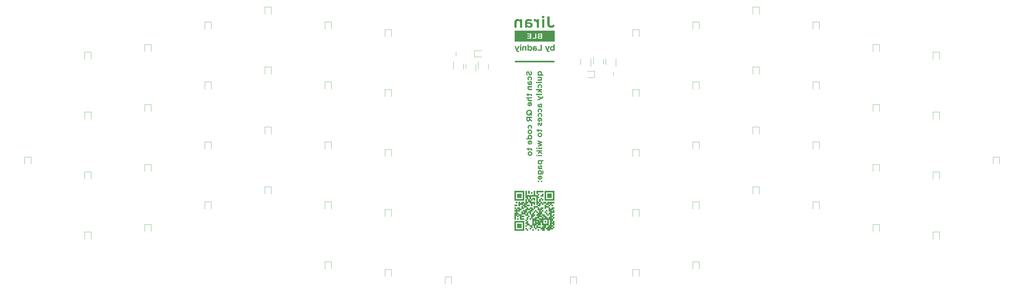
<source format=gbo>
%TF.GenerationSoftware,KiCad,Pcbnew,(5.1.7)-1*%
%TF.CreationDate,2021-02-09T20:12:24+08:00*%
%TF.ProjectId,jiran-ble,6a697261-6e2d-4626-9c65-2e6b69636164,rev?*%
%TF.SameCoordinates,Original*%
%TF.FileFunction,Legend,Bot*%
%TF.FilePolarity,Positive*%
%FSLAX46Y46*%
G04 Gerber Fmt 4.6, Leading zero omitted, Abs format (unit mm)*
G04 Created by KiCad (PCBNEW (5.1.7)-1) date 2021-02-09 20:12:24*
%MOMM*%
%LPD*%
G01*
G04 APERTURE LIST*
%ADD10C,0.010000*%
%ADD11C,0.120000*%
%ADD12C,0.800000*%
%ADD13C,3.987800*%
%ADD14C,3.000000*%
%ADD15R,2.300000X2.000000*%
%ADD16C,1.750000*%
%ADD17R,0.800000X1.200000*%
%ADD18R,0.650000X1.000000*%
%ADD19R,1.000000X0.650000*%
%ADD20R,0.650000X1.060000*%
%ADD21C,1.000000*%
%ADD22R,0.800000X0.900000*%
%ADD23O,1.700000X1.700000*%
%ADD24R,1.700000X1.700000*%
%ADD25C,4.200000*%
%ADD26R,1.200000X0.900000*%
%ADD27R,0.900000X1.200000*%
G04 APERTURE END LIST*
D10*
%TO.C,G1*%
G36*
X185636002Y-104892974D02*
G01*
X185636002Y-104026851D01*
X185202940Y-104026851D01*
X185202940Y-104892974D01*
X185636002Y-104892974D01*
G37*
X185636002Y-104892974D02*
X185636002Y-104026851D01*
X185202940Y-104026851D01*
X185202940Y-104892974D01*
X185636002Y-104892974D01*
G36*
X182164275Y-113368271D02*
G01*
X182166802Y-113587155D01*
X182590449Y-113587155D01*
X182592976Y-113368271D01*
X182595503Y-113149386D01*
X182161748Y-113149386D01*
X182164275Y-113368271D01*
G37*
X182164275Y-113368271D02*
X182166802Y-113587155D01*
X182590449Y-113587155D01*
X182592976Y-113368271D01*
X182595503Y-113149386D01*
X182161748Y-113149386D01*
X182164275Y-113368271D01*
G36*
X180853496Y-112716325D02*
G01*
X181286557Y-112716325D01*
X181286557Y-112283263D01*
X180853496Y-112283263D01*
X180853496Y-112716325D01*
G37*
X180853496Y-112716325D02*
X181286557Y-112716325D01*
X181286557Y-112283263D01*
X180853496Y-112283263D01*
X180853496Y-112716325D01*
G36*
X185633821Y-105111859D02*
G01*
X185631294Y-105330743D01*
X185417293Y-105333273D01*
X185203293Y-105335803D01*
X185200763Y-105549804D01*
X185198233Y-105763804D01*
X184770231Y-105768864D01*
X184765171Y-106196866D01*
X183461279Y-106201702D01*
X183461279Y-107067696D01*
X183893988Y-107067696D01*
X183899048Y-106639342D01*
X184334463Y-106636894D01*
X184769878Y-106634447D01*
X184769878Y-106201763D01*
X185200586Y-106199315D01*
X185631294Y-106196866D01*
X185633743Y-105766158D01*
X185636191Y-105335450D01*
X186068710Y-105335450D01*
X186073770Y-105763804D01*
X186287947Y-105766335D01*
X186502125Y-105768865D01*
X186502125Y-105335450D01*
X187378006Y-105335450D01*
X187375482Y-105116742D01*
X187372955Y-104897681D01*
X186506832Y-104897681D01*
X186504304Y-105116742D01*
X186501777Y-105335803D01*
X186287773Y-105333273D01*
X186073770Y-105330743D01*
X186071243Y-105111859D01*
X186068716Y-104892974D01*
X185636349Y-104892974D01*
X185633821Y-105111859D01*
G37*
X185633821Y-105111859D02*
X185631294Y-105330743D01*
X185417293Y-105333273D01*
X185203293Y-105335803D01*
X185200763Y-105549804D01*
X185198233Y-105763804D01*
X184770231Y-105768864D01*
X184765171Y-106196866D01*
X183461279Y-106201702D01*
X183461279Y-107067696D01*
X183893988Y-107067696D01*
X183899048Y-106639342D01*
X184334463Y-106636894D01*
X184769878Y-106634447D01*
X184769878Y-106201763D01*
X185200586Y-106199315D01*
X185631294Y-106196866D01*
X185633743Y-105766158D01*
X185636191Y-105335450D01*
X186068710Y-105335450D01*
X186073770Y-105763804D01*
X186287947Y-105766335D01*
X186502125Y-105768865D01*
X186502125Y-105335450D01*
X187378006Y-105335450D01*
X187375482Y-105116742D01*
X187372955Y-104897681D01*
X186506832Y-104897681D01*
X186504304Y-105116742D01*
X186501777Y-105335803D01*
X186287773Y-105333273D01*
X186073770Y-105330743D01*
X186071243Y-105111859D01*
X186068716Y-104892974D01*
X185636349Y-104892974D01*
X185633821Y-105111859D01*
G36*
X186069063Y-104459913D02*
G01*
X186502125Y-104459913D01*
X186502125Y-104026851D01*
X186069063Y-104026851D01*
X186069063Y-104459913D01*
G37*
X186069063Y-104459913D02*
X186502125Y-104459913D01*
X186502125Y-104026851D01*
X186069063Y-104026851D01*
X186069063Y-104459913D01*
G36*
X184329661Y-101849776D02*
G01*
X184332110Y-102280483D01*
X184548640Y-102285191D01*
X184765171Y-102289898D01*
X184767702Y-102504075D01*
X184770232Y-102718252D01*
X185203293Y-102718252D01*
X185198233Y-102289898D01*
X184984056Y-102287367D01*
X184769878Y-102284837D01*
X184769878Y-101852129D01*
X186502125Y-101852129D01*
X186502125Y-101419068D01*
X184327213Y-101419068D01*
X184329661Y-101849776D01*
G37*
X184329661Y-101849776D02*
X184332110Y-102280483D01*
X184548640Y-102285191D01*
X184765171Y-102289898D01*
X184767702Y-102504075D01*
X184770232Y-102718252D01*
X185203293Y-102718252D01*
X185198233Y-102289898D01*
X184984056Y-102287367D01*
X184769878Y-102284837D01*
X184769878Y-101852129D01*
X186502125Y-101852129D01*
X186502125Y-101419068D01*
X184327213Y-101419068D01*
X184329661Y-101849776D01*
G36*
X186069063Y-103593790D02*
G01*
X185636002Y-103593790D01*
X185636002Y-104026851D01*
X186069063Y-104026851D01*
X186069063Y-103593790D01*
G37*
X186069063Y-103593790D02*
X185636002Y-103593790D01*
X185636002Y-104026851D01*
X186069063Y-104026851D01*
X186069063Y-103593790D01*
G36*
X177812651Y-106634635D02*
G01*
X177379589Y-106634635D01*
X177379589Y-107067696D01*
X177812651Y-107067696D01*
X177812651Y-106634635D01*
G37*
X177812651Y-106634635D02*
X177379589Y-106634635D01*
X177379589Y-107067696D01*
X177812651Y-107067696D01*
X177812651Y-106634635D01*
G36*
X189985446Y-109242418D02*
G01*
X189985446Y-108809357D01*
X189542970Y-108809357D01*
X189542970Y-109242418D01*
X189985446Y-109242418D01*
G37*
X189985446Y-109242418D02*
X189985446Y-108809357D01*
X189542970Y-108809357D01*
X189542970Y-109242418D01*
X189985446Y-109242418D01*
G36*
X189109908Y-109242418D02*
G01*
X189109908Y-108376295D01*
X189985446Y-108376295D01*
X189985446Y-107500758D01*
X189542970Y-107500758D01*
X189542970Y-107933819D01*
X189109555Y-107933819D01*
X189114615Y-107505465D01*
X189328792Y-107502935D01*
X189542620Y-107500408D01*
X189545146Y-107286581D01*
X189547677Y-107072403D01*
X189766561Y-107069876D01*
X189985446Y-107067349D01*
X189985446Y-106634635D01*
X189109908Y-106634635D01*
X189109908Y-107067696D01*
X188676847Y-107067696D01*
X188676847Y-106634635D01*
X188243785Y-106634635D01*
X188243785Y-106201927D01*
X188457962Y-106199396D01*
X188672139Y-106196866D01*
X188674670Y-105982689D01*
X188677200Y-105768512D01*
X188677194Y-105768512D01*
X188243785Y-105768512D01*
X188243785Y-106201573D01*
X187377662Y-106201573D01*
X187377662Y-105768512D01*
X188243438Y-105768512D01*
X188248492Y-105334672D01*
X188672139Y-105334672D01*
X188674666Y-105551592D01*
X188677194Y-105768512D01*
X188677200Y-105768512D01*
X189109555Y-105768512D01*
X189114615Y-106196866D01*
X189328792Y-106199396D01*
X189542970Y-106201927D01*
X189542970Y-105768512D01*
X189109908Y-105768512D01*
X189109908Y-105335638D01*
X189545323Y-105333191D01*
X189980738Y-105330743D01*
X189983265Y-105111859D01*
X189985793Y-104892974D01*
X187811071Y-104892974D01*
X187808543Y-105111859D01*
X187806016Y-105330743D01*
X187378011Y-105335803D01*
X187372955Y-105763804D01*
X187154070Y-105766332D01*
X186935186Y-105768859D01*
X186935186Y-107067696D01*
X187377662Y-107067696D01*
X187377662Y-106634635D01*
X188243656Y-106634635D01*
X188246074Y-107284749D01*
X188248492Y-107934864D01*
X188460316Y-107936695D01*
X188672139Y-107938526D01*
X188672139Y-108371588D01*
X188460316Y-108373415D01*
X188248492Y-108375242D01*
X188245965Y-108592299D01*
X188243438Y-108809357D01*
X188676847Y-108809357D01*
X188676847Y-109675480D01*
X188243785Y-109675480D01*
X188243785Y-110108541D01*
X187810724Y-110108541D01*
X187810724Y-109675480D01*
X187378015Y-109675480D01*
X186935186Y-109675480D01*
X186935186Y-110108541D01*
X186502125Y-110108541D01*
X186502125Y-109675480D01*
X186935186Y-109675480D01*
X187378015Y-109675480D01*
X187375485Y-109461303D01*
X187372955Y-109247125D01*
X187156424Y-109242418D01*
X186502125Y-109242418D01*
X186502125Y-109675480D01*
X186069063Y-109675480D01*
X186069063Y-110108541D01*
X185202940Y-110108541D01*
X185202940Y-110541249D01*
X185417117Y-110543780D01*
X185631294Y-110546310D01*
X185631294Y-110979372D01*
X185202940Y-110984432D01*
X185202940Y-110984079D01*
X184769878Y-110984079D01*
X184769878Y-111194333D01*
X184769609Y-111255439D01*
X184768854Y-111310123D01*
X184767694Y-111355614D01*
X184766210Y-111389136D01*
X184764481Y-111407915D01*
X184763602Y-111410864D01*
X184752755Y-111412684D01*
X184725860Y-111414297D01*
X184685700Y-111415621D01*
X184635056Y-111416577D01*
X184576708Y-111417082D01*
X184548079Y-111417140D01*
X184479185Y-111416996D01*
X184426833Y-111416458D01*
X184388734Y-111415367D01*
X184362602Y-111413566D01*
X184346150Y-111410895D01*
X184337092Y-111407196D01*
X184333141Y-111402312D01*
X184333117Y-111402249D01*
X184331422Y-111388727D01*
X184329928Y-111359374D01*
X184328711Y-111317190D01*
X184327853Y-111265171D01*
X184327432Y-111206315D01*
X184327403Y-111185718D01*
X184327403Y-110984079D01*
X183894341Y-110984079D01*
X183894341Y-111850202D01*
X183461279Y-111850202D01*
X183461279Y-110984079D01*
X183894341Y-110984079D01*
X184327403Y-110984079D01*
X184769878Y-110984079D01*
X185202940Y-110984079D01*
X185202940Y-110541603D01*
X184327049Y-110541603D01*
X184329579Y-110327426D01*
X184332110Y-110113248D01*
X184767525Y-110110801D01*
X185202940Y-110108353D01*
X185202940Y-109675480D01*
X186069063Y-109675480D01*
X186069063Y-109242418D01*
X186502125Y-109242418D01*
X187156424Y-109242418D01*
X186939893Y-109237711D01*
X186934833Y-108809357D01*
X186069063Y-108809357D01*
X186069063Y-109242418D01*
X185636002Y-109242418D01*
X185636002Y-108809357D01*
X186068875Y-108809357D01*
X186071323Y-108373942D01*
X186073770Y-107938526D01*
X186287947Y-107935996D01*
X186502125Y-107933466D01*
X186502125Y-107500758D01*
X186069063Y-107500758D01*
X186069063Y-107933132D01*
X185856439Y-107935829D01*
X185795157Y-107936438D01*
X185740445Y-107936661D01*
X185695021Y-107936512D01*
X185661601Y-107936007D01*
X185642902Y-107935162D01*
X185639908Y-107934604D01*
X185638791Y-107924472D01*
X185637798Y-107898213D01*
X185636979Y-107858531D01*
X185636380Y-107808126D01*
X185636050Y-107749702D01*
X185636002Y-107715719D01*
X185636002Y-107500758D01*
X186069063Y-107500758D01*
X186069063Y-107067696D01*
X186502125Y-107067696D01*
X186502125Y-106634635D01*
X185636002Y-106634635D01*
X185636002Y-107067696D01*
X185202940Y-107067696D01*
X185202940Y-106634635D01*
X184769878Y-106634635D01*
X184769878Y-107500404D01*
X184984056Y-107502935D01*
X185198233Y-107505465D01*
X185198233Y-108371588D01*
X184770231Y-108376648D01*
X184765171Y-108804650D01*
X184548640Y-108809357D01*
X184332110Y-108814064D01*
X184332110Y-109237711D01*
X184548640Y-109242418D01*
X184765171Y-109247125D01*
X184765171Y-109670773D01*
X184329756Y-109673220D01*
X183894341Y-109675668D01*
X183894341Y-110108541D01*
X183028218Y-110108541D01*
X183028218Y-112283263D01*
X183461279Y-112283263D01*
X183461279Y-113149386D01*
X183893994Y-113149386D01*
X183896521Y-113368271D01*
X183899048Y-113587155D01*
X184329578Y-113587155D01*
X184328006Y-113393022D01*
X184327823Y-113332899D01*
X184328226Y-113277878D01*
X184329145Y-113231225D01*
X184330511Y-113196209D01*
X184332255Y-113176094D01*
X184332646Y-113174138D01*
X184338858Y-113149386D01*
X184327403Y-113149386D01*
X183894151Y-113149386D01*
X183896600Y-112718678D01*
X183899048Y-112287970D01*
X184113225Y-112285440D01*
X184327403Y-112282910D01*
X184327403Y-113149386D01*
X184338858Y-113149386D01*
X185635654Y-113149386D01*
X185638182Y-113368271D01*
X185640709Y-113587155D01*
X185852532Y-113588982D01*
X186064356Y-113590809D01*
X186066883Y-113807866D01*
X186069410Y-114024924D01*
X186934998Y-114024924D01*
X186937446Y-113589509D01*
X186939893Y-113154094D01*
X187372955Y-113154094D01*
X187378011Y-113592508D01*
X187582599Y-113591850D01*
X187643268Y-113591671D01*
X187697881Y-113591542D01*
X187743523Y-113591466D01*
X187777279Y-113591448D01*
X187796234Y-113591492D01*
X187798956Y-113591527D01*
X187802914Y-113595940D01*
X187805944Y-113610112D01*
X187808144Y-113635816D01*
X187809609Y-113674830D01*
X187810436Y-113728929D01*
X187810721Y-113799890D01*
X187810724Y-113808393D01*
X187810724Y-114024924D01*
X188676500Y-114024924D01*
X188681554Y-113591110D01*
X189542970Y-113592222D01*
X189542970Y-113149386D01*
X189985446Y-113149386D01*
X189985446Y-112716325D01*
X189542970Y-112716325D01*
X189542970Y-113149386D01*
X189109908Y-113149386D01*
X189109908Y-112716325D01*
X189542970Y-112716325D01*
X189542970Y-112283263D01*
X189985446Y-112283263D01*
X189985446Y-111850202D01*
X189542970Y-111850202D01*
X189542970Y-112283263D01*
X189109908Y-112283263D01*
X188676945Y-112283263D01*
X188243785Y-112283263D01*
X188243785Y-112716325D01*
X187810724Y-112716325D01*
X187810724Y-113149386D01*
X187377662Y-113149386D01*
X187377662Y-112283263D01*
X186502125Y-112283263D01*
X186502125Y-112716325D01*
X186069063Y-112716325D01*
X186069063Y-113149386D01*
X185636355Y-113149386D01*
X185633825Y-112935209D01*
X185631294Y-112721032D01*
X185200586Y-112718583D01*
X184769878Y-112716135D01*
X184769878Y-112283263D01*
X184337176Y-112283263D01*
X184331976Y-112262081D01*
X184330523Y-112246477D01*
X184329490Y-112215253D01*
X184328914Y-112171614D01*
X184328834Y-112118765D01*
X184329288Y-112059910D01*
X184329443Y-112047904D01*
X184332110Y-111854909D01*
X184765171Y-111854909D01*
X184767702Y-112069086D01*
X184770232Y-112283263D01*
X185636002Y-112283263D01*
X185636002Y-111417140D01*
X186069063Y-111417140D01*
X186069063Y-112283263D01*
X186502125Y-112283263D01*
X187377662Y-112283263D01*
X188243687Y-112283263D01*
X188245872Y-111493523D01*
X187809066Y-111493523D01*
X187808994Y-111580855D01*
X187808793Y-111658069D01*
X187808467Y-111723600D01*
X187808022Y-111775882D01*
X187807462Y-111813347D01*
X187806793Y-111834429D01*
X187806371Y-111838499D01*
X187801918Y-111840880D01*
X187789773Y-111842908D01*
X187768819Y-111844598D01*
X187737939Y-111845967D01*
X187696016Y-111847030D01*
X187641933Y-111847804D01*
X187574573Y-111848304D01*
X187492819Y-111848548D01*
X187395554Y-111848550D01*
X187281661Y-111848328D01*
X187154341Y-111847913D01*
X186506832Y-111845495D01*
X186506832Y-110546310D01*
X187806016Y-110546310D01*
X187808454Y-111186488D01*
X187808801Y-111294773D01*
X187809003Y-111397641D01*
X187809066Y-111493523D01*
X188245872Y-111493523D01*
X188246090Y-111414787D01*
X188248492Y-110546310D01*
X188672139Y-110546310D01*
X188674542Y-111414787D01*
X188676945Y-112283263D01*
X189109908Y-112283263D01*
X189109908Y-111850202D01*
X189542970Y-111850202D01*
X189985446Y-111850202D01*
X189985446Y-110984079D01*
X189542970Y-110984079D01*
X189542970Y-111417494D01*
X189328792Y-111414963D01*
X189114615Y-111412433D01*
X189109555Y-110984079D01*
X189542970Y-110984079D01*
X189542970Y-110108541D01*
X189985446Y-110108541D01*
X189985446Y-109675480D01*
X189542970Y-109675480D01*
X189542970Y-110108541D01*
X189109908Y-110108541D01*
X189109908Y-109675480D01*
X189542970Y-109675480D01*
X189542970Y-109242418D01*
X189109908Y-109242418D01*
G37*
X189109908Y-109242418D02*
X189109908Y-108376295D01*
X189985446Y-108376295D01*
X189985446Y-107500758D01*
X189542970Y-107500758D01*
X189542970Y-107933819D01*
X189109555Y-107933819D01*
X189114615Y-107505465D01*
X189328792Y-107502935D01*
X189542620Y-107500408D01*
X189545146Y-107286581D01*
X189547677Y-107072403D01*
X189766561Y-107069876D01*
X189985446Y-107067349D01*
X189985446Y-106634635D01*
X189109908Y-106634635D01*
X189109908Y-107067696D01*
X188676847Y-107067696D01*
X188676847Y-106634635D01*
X188243785Y-106634635D01*
X188243785Y-106201927D01*
X188457962Y-106199396D01*
X188672139Y-106196866D01*
X188674670Y-105982689D01*
X188677200Y-105768512D01*
X188677194Y-105768512D01*
X188243785Y-105768512D01*
X188243785Y-106201573D01*
X187377662Y-106201573D01*
X187377662Y-105768512D01*
X188243438Y-105768512D01*
X188248492Y-105334672D01*
X188672139Y-105334672D01*
X188674666Y-105551592D01*
X188677194Y-105768512D01*
X188677200Y-105768512D01*
X189109555Y-105768512D01*
X189114615Y-106196866D01*
X189328792Y-106199396D01*
X189542970Y-106201927D01*
X189542970Y-105768512D01*
X189109908Y-105768512D01*
X189109908Y-105335638D01*
X189545323Y-105333191D01*
X189980738Y-105330743D01*
X189983265Y-105111859D01*
X189985793Y-104892974D01*
X187811071Y-104892974D01*
X187808543Y-105111859D01*
X187806016Y-105330743D01*
X187378011Y-105335803D01*
X187372955Y-105763804D01*
X187154070Y-105766332D01*
X186935186Y-105768859D01*
X186935186Y-107067696D01*
X187377662Y-107067696D01*
X187377662Y-106634635D01*
X188243656Y-106634635D01*
X188246074Y-107284749D01*
X188248492Y-107934864D01*
X188460316Y-107936695D01*
X188672139Y-107938526D01*
X188672139Y-108371588D01*
X188460316Y-108373415D01*
X188248492Y-108375242D01*
X188245965Y-108592299D01*
X188243438Y-108809357D01*
X188676847Y-108809357D01*
X188676847Y-109675480D01*
X188243785Y-109675480D01*
X188243785Y-110108541D01*
X187810724Y-110108541D01*
X187810724Y-109675480D01*
X187378015Y-109675480D01*
X186935186Y-109675480D01*
X186935186Y-110108541D01*
X186502125Y-110108541D01*
X186502125Y-109675480D01*
X186935186Y-109675480D01*
X187378015Y-109675480D01*
X187375485Y-109461303D01*
X187372955Y-109247125D01*
X187156424Y-109242418D01*
X186502125Y-109242418D01*
X186502125Y-109675480D01*
X186069063Y-109675480D01*
X186069063Y-110108541D01*
X185202940Y-110108541D01*
X185202940Y-110541249D01*
X185417117Y-110543780D01*
X185631294Y-110546310D01*
X185631294Y-110979372D01*
X185202940Y-110984432D01*
X185202940Y-110984079D01*
X184769878Y-110984079D01*
X184769878Y-111194333D01*
X184769609Y-111255439D01*
X184768854Y-111310123D01*
X184767694Y-111355614D01*
X184766210Y-111389136D01*
X184764481Y-111407915D01*
X184763602Y-111410864D01*
X184752755Y-111412684D01*
X184725860Y-111414297D01*
X184685700Y-111415621D01*
X184635056Y-111416577D01*
X184576708Y-111417082D01*
X184548079Y-111417140D01*
X184479185Y-111416996D01*
X184426833Y-111416458D01*
X184388734Y-111415367D01*
X184362602Y-111413566D01*
X184346150Y-111410895D01*
X184337092Y-111407196D01*
X184333141Y-111402312D01*
X184333117Y-111402249D01*
X184331422Y-111388727D01*
X184329928Y-111359374D01*
X184328711Y-111317190D01*
X184327853Y-111265171D01*
X184327432Y-111206315D01*
X184327403Y-111185718D01*
X184327403Y-110984079D01*
X183894341Y-110984079D01*
X183894341Y-111850202D01*
X183461279Y-111850202D01*
X183461279Y-110984079D01*
X183894341Y-110984079D01*
X184327403Y-110984079D01*
X184769878Y-110984079D01*
X185202940Y-110984079D01*
X185202940Y-110541603D01*
X184327049Y-110541603D01*
X184329579Y-110327426D01*
X184332110Y-110113248D01*
X184767525Y-110110801D01*
X185202940Y-110108353D01*
X185202940Y-109675480D01*
X186069063Y-109675480D01*
X186069063Y-109242418D01*
X186502125Y-109242418D01*
X187156424Y-109242418D01*
X186939893Y-109237711D01*
X186934833Y-108809357D01*
X186069063Y-108809357D01*
X186069063Y-109242418D01*
X185636002Y-109242418D01*
X185636002Y-108809357D01*
X186068875Y-108809357D01*
X186071323Y-108373942D01*
X186073770Y-107938526D01*
X186287947Y-107935996D01*
X186502125Y-107933466D01*
X186502125Y-107500758D01*
X186069063Y-107500758D01*
X186069063Y-107933132D01*
X185856439Y-107935829D01*
X185795157Y-107936438D01*
X185740445Y-107936661D01*
X185695021Y-107936512D01*
X185661601Y-107936007D01*
X185642902Y-107935162D01*
X185639908Y-107934604D01*
X185638791Y-107924472D01*
X185637798Y-107898213D01*
X185636979Y-107858531D01*
X185636380Y-107808126D01*
X185636050Y-107749702D01*
X185636002Y-107715719D01*
X185636002Y-107500758D01*
X186069063Y-107500758D01*
X186069063Y-107067696D01*
X186502125Y-107067696D01*
X186502125Y-106634635D01*
X185636002Y-106634635D01*
X185636002Y-107067696D01*
X185202940Y-107067696D01*
X185202940Y-106634635D01*
X184769878Y-106634635D01*
X184769878Y-107500404D01*
X184984056Y-107502935D01*
X185198233Y-107505465D01*
X185198233Y-108371588D01*
X184770231Y-108376648D01*
X184765171Y-108804650D01*
X184548640Y-108809357D01*
X184332110Y-108814064D01*
X184332110Y-109237711D01*
X184548640Y-109242418D01*
X184765171Y-109247125D01*
X184765171Y-109670773D01*
X184329756Y-109673220D01*
X183894341Y-109675668D01*
X183894341Y-110108541D01*
X183028218Y-110108541D01*
X183028218Y-112283263D01*
X183461279Y-112283263D01*
X183461279Y-113149386D01*
X183893994Y-113149386D01*
X183896521Y-113368271D01*
X183899048Y-113587155D01*
X184329578Y-113587155D01*
X184328006Y-113393022D01*
X184327823Y-113332899D01*
X184328226Y-113277878D01*
X184329145Y-113231225D01*
X184330511Y-113196209D01*
X184332255Y-113176094D01*
X184332646Y-113174138D01*
X184338858Y-113149386D01*
X184327403Y-113149386D01*
X183894151Y-113149386D01*
X183896600Y-112718678D01*
X183899048Y-112287970D01*
X184113225Y-112285440D01*
X184327403Y-112282910D01*
X184327403Y-113149386D01*
X184338858Y-113149386D01*
X185635654Y-113149386D01*
X185638182Y-113368271D01*
X185640709Y-113587155D01*
X185852532Y-113588982D01*
X186064356Y-113590809D01*
X186066883Y-113807866D01*
X186069410Y-114024924D01*
X186934998Y-114024924D01*
X186937446Y-113589509D01*
X186939893Y-113154094D01*
X187372955Y-113154094D01*
X187378011Y-113592508D01*
X187582599Y-113591850D01*
X187643268Y-113591671D01*
X187697881Y-113591542D01*
X187743523Y-113591466D01*
X187777279Y-113591448D01*
X187796234Y-113591492D01*
X187798956Y-113591527D01*
X187802914Y-113595940D01*
X187805944Y-113610112D01*
X187808144Y-113635816D01*
X187809609Y-113674830D01*
X187810436Y-113728929D01*
X187810721Y-113799890D01*
X187810724Y-113808393D01*
X187810724Y-114024924D01*
X188676500Y-114024924D01*
X188681554Y-113591110D01*
X189542970Y-113592222D01*
X189542970Y-113149386D01*
X189985446Y-113149386D01*
X189985446Y-112716325D01*
X189542970Y-112716325D01*
X189542970Y-113149386D01*
X189109908Y-113149386D01*
X189109908Y-112716325D01*
X189542970Y-112716325D01*
X189542970Y-112283263D01*
X189985446Y-112283263D01*
X189985446Y-111850202D01*
X189542970Y-111850202D01*
X189542970Y-112283263D01*
X189109908Y-112283263D01*
X188676945Y-112283263D01*
X188243785Y-112283263D01*
X188243785Y-112716325D01*
X187810724Y-112716325D01*
X187810724Y-113149386D01*
X187377662Y-113149386D01*
X187377662Y-112283263D01*
X186502125Y-112283263D01*
X186502125Y-112716325D01*
X186069063Y-112716325D01*
X186069063Y-113149386D01*
X185636355Y-113149386D01*
X185633825Y-112935209D01*
X185631294Y-112721032D01*
X185200586Y-112718583D01*
X184769878Y-112716135D01*
X184769878Y-112283263D01*
X184337176Y-112283263D01*
X184331976Y-112262081D01*
X184330523Y-112246477D01*
X184329490Y-112215253D01*
X184328914Y-112171614D01*
X184328834Y-112118765D01*
X184329288Y-112059910D01*
X184329443Y-112047904D01*
X184332110Y-111854909D01*
X184765171Y-111854909D01*
X184767702Y-112069086D01*
X184770232Y-112283263D01*
X185636002Y-112283263D01*
X185636002Y-111417140D01*
X186069063Y-111417140D01*
X186069063Y-112283263D01*
X186502125Y-112283263D01*
X187377662Y-112283263D01*
X188243687Y-112283263D01*
X188245872Y-111493523D01*
X187809066Y-111493523D01*
X187808994Y-111580855D01*
X187808793Y-111658069D01*
X187808467Y-111723600D01*
X187808022Y-111775882D01*
X187807462Y-111813347D01*
X187806793Y-111834429D01*
X187806371Y-111838499D01*
X187801918Y-111840880D01*
X187789773Y-111842908D01*
X187768819Y-111844598D01*
X187737939Y-111845967D01*
X187696016Y-111847030D01*
X187641933Y-111847804D01*
X187574573Y-111848304D01*
X187492819Y-111848548D01*
X187395554Y-111848550D01*
X187281661Y-111848328D01*
X187154341Y-111847913D01*
X186506832Y-111845495D01*
X186506832Y-110546310D01*
X187806016Y-110546310D01*
X187808454Y-111186488D01*
X187808801Y-111294773D01*
X187809003Y-111397641D01*
X187809066Y-111493523D01*
X188245872Y-111493523D01*
X188246090Y-111414787D01*
X188248492Y-110546310D01*
X188672139Y-110546310D01*
X188674542Y-111414787D01*
X188676945Y-112283263D01*
X189109908Y-112283263D01*
X189109908Y-111850202D01*
X189542970Y-111850202D01*
X189985446Y-111850202D01*
X189985446Y-110984079D01*
X189542970Y-110984079D01*
X189542970Y-111417494D01*
X189328792Y-111414963D01*
X189114615Y-111412433D01*
X189109555Y-110984079D01*
X189542970Y-110984079D01*
X189542970Y-110108541D01*
X189985446Y-110108541D01*
X189985446Y-109675480D01*
X189542970Y-109675480D01*
X189542970Y-110108541D01*
X189109908Y-110108541D01*
X189109908Y-109675480D01*
X189542970Y-109675480D01*
X189542970Y-109242418D01*
X189109908Y-109242418D01*
G36*
X180853625Y-104026851D02*
G01*
X180848789Y-105330743D01*
X180425142Y-105330743D01*
X180420434Y-105114212D01*
X180415727Y-104897681D01*
X179549604Y-104897681D01*
X179547506Y-105104798D01*
X179546882Y-105165857D01*
X179546308Y-105220881D01*
X179545816Y-105266972D01*
X179545436Y-105301232D01*
X179545201Y-105320763D01*
X179545153Y-105323859D01*
X179541184Y-105327817D01*
X179528217Y-105330723D01*
X179504376Y-105332659D01*
X179467781Y-105333709D01*
X179416556Y-105333954D01*
X179348822Y-105333476D01*
X179330720Y-105333273D01*
X179116543Y-105330743D01*
X179114015Y-105111682D01*
X179111488Y-104892622D01*
X178897484Y-104895151D01*
X178683481Y-104897681D01*
X178683481Y-106196866D01*
X179111481Y-106201926D01*
X179114012Y-105987572D01*
X179116543Y-105773219D01*
X179551958Y-105770771D01*
X179987373Y-105768324D01*
X179987373Y-105335450D01*
X180420434Y-105335450D01*
X180420434Y-105545705D01*
X180420165Y-105606810D01*
X180419410Y-105661495D01*
X180418250Y-105706985D01*
X180416766Y-105740507D01*
X180415037Y-105759286D01*
X180414158Y-105762235D01*
X180403314Y-105764051D01*
X180376416Y-105765661D01*
X180336237Y-105766985D01*
X180285553Y-105767941D01*
X180227137Y-105768450D01*
X180197627Y-105768512D01*
X179987373Y-105768512D01*
X179987373Y-106201226D01*
X179768489Y-106203753D01*
X179549604Y-106206280D01*
X179547156Y-106636988D01*
X179544707Y-107067696D01*
X179111835Y-107067696D01*
X178678774Y-107067696D01*
X178678774Y-107500758D01*
X178245712Y-107500758D01*
X178245712Y-107067696D01*
X178678774Y-107067696D01*
X179111835Y-107067696D01*
X179111835Y-106634635D01*
X178245712Y-106634635D01*
X178245712Y-107067696D01*
X177812651Y-107067696D01*
X177812651Y-107500758D01*
X177379589Y-107500758D01*
X177379589Y-107933466D01*
X177593767Y-107935996D01*
X177807944Y-107938526D01*
X177807944Y-108371588D01*
X177593767Y-108374118D01*
X177379589Y-108376649D01*
X177379589Y-110541603D01*
X177812651Y-110541603D01*
X177812651Y-109242418D01*
X178245712Y-109242418D01*
X178245712Y-109675480D01*
X178678774Y-109675480D01*
X178678774Y-109242418D01*
X179111835Y-109242418D01*
X179111835Y-109892011D01*
X179111971Y-110035286D01*
X179112378Y-110161147D01*
X179113051Y-110269402D01*
X179113989Y-110359863D01*
X179115189Y-110432338D01*
X179116648Y-110486637D01*
X179118364Y-110522571D01*
X179120333Y-110539949D01*
X179121250Y-110541670D01*
X179132026Y-110541682D01*
X179160075Y-110541695D01*
X179203842Y-110541710D01*
X179261770Y-110541725D01*
X179332305Y-110541741D01*
X179413891Y-110541757D01*
X179504972Y-110541772D01*
X179603992Y-110541787D01*
X179709396Y-110541801D01*
X179773196Y-110541808D01*
X180415727Y-110541880D01*
X180418254Y-110325210D01*
X180420781Y-110108541D01*
X179554311Y-110108541D01*
X179554311Y-109675480D01*
X180420434Y-109675480D01*
X180420434Y-109242418D01*
X179554311Y-109242418D01*
X179554311Y-108809357D01*
X180853496Y-108809357D01*
X180853496Y-109242418D01*
X181718932Y-109242418D01*
X181721629Y-109455043D01*
X181722238Y-109516325D01*
X181722461Y-109571036D01*
X181722312Y-109616461D01*
X181721807Y-109649881D01*
X181720962Y-109668580D01*
X181720404Y-109671573D01*
X181710271Y-109672691D01*
X181684013Y-109673683D01*
X181644330Y-109674503D01*
X181593926Y-109675101D01*
X181535502Y-109675431D01*
X181501519Y-109675480D01*
X181286557Y-109675480D01*
X181286557Y-110541249D01*
X181072380Y-110543780D01*
X180858203Y-110546310D01*
X180858203Y-110979372D01*
X181286557Y-110984432D01*
X181286557Y-111417140D01*
X180853496Y-111417140D01*
X180853496Y-111850202D01*
X181286557Y-111850202D01*
X181286557Y-112283263D01*
X182162095Y-112283263D01*
X182162095Y-112715971D01*
X182376272Y-112718502D01*
X182590449Y-112721032D01*
X182592980Y-112935209D01*
X182595510Y-113149386D01*
X183028218Y-113149386D01*
X183028218Y-112283263D01*
X182162448Y-112283263D01*
X182157388Y-111854909D01*
X181943211Y-111852379D01*
X181729033Y-111849848D01*
X181729033Y-110984079D01*
X181286210Y-110984079D01*
X181288738Y-110765194D01*
X181291265Y-110546310D01*
X181498381Y-110544212D01*
X181559427Y-110543588D01*
X181614425Y-110543014D01*
X181660481Y-110542522D01*
X181694699Y-110542142D01*
X181714186Y-110541907D01*
X181717265Y-110541859D01*
X181720141Y-110538029D01*
X181722540Y-110525794D01*
X181724500Y-110503829D01*
X181726055Y-110470809D01*
X181727243Y-110425411D01*
X181728098Y-110366309D01*
X181728657Y-110292179D01*
X181728957Y-110201698D01*
X181729033Y-110108718D01*
X181729033Y-109675833D01*
X181943211Y-109673303D01*
X182157388Y-109670773D01*
X182157388Y-109247125D01*
X181943211Y-109244595D01*
X181729033Y-109242065D01*
X181729033Y-108376295D01*
X182162095Y-108376295D01*
X182162095Y-108809357D01*
X182594968Y-108809357D01*
X182597416Y-108373942D01*
X182599864Y-107938526D01*
X182811687Y-107936699D01*
X183023511Y-107934872D01*
X183028565Y-107500758D01*
X183461279Y-107500758D01*
X183461279Y-107067696D01*
X183028218Y-107067696D01*
X183028218Y-106634635D01*
X182162095Y-106634635D01*
X182162095Y-107067343D01*
X182590449Y-107072403D01*
X182592980Y-107286581D01*
X182595510Y-107500758D01*
X182162095Y-107500758D01*
X182162095Y-107933472D01*
X181943211Y-107935999D01*
X181724326Y-107938526D01*
X181721799Y-108157587D01*
X181719271Y-108376648D01*
X181689413Y-108376295D01*
X181286557Y-108376295D01*
X181286557Y-108809357D01*
X180853496Y-108809357D01*
X180853496Y-108376295D01*
X181286557Y-108376295D01*
X181689413Y-108376295D01*
X181291265Y-108371588D01*
X181291265Y-107505465D01*
X181726680Y-107503017D01*
X182162095Y-107500570D01*
X182162095Y-107067696D01*
X181729387Y-107067696D01*
X181726857Y-106853519D01*
X181724326Y-106639342D01*
X181505442Y-106636815D01*
X181316614Y-106634635D01*
X181286557Y-106634635D01*
X181286557Y-107067696D01*
X180853496Y-107067696D01*
X180853496Y-107500758D01*
X179987373Y-107500758D01*
X179987373Y-107933466D01*
X180415727Y-107938526D01*
X180415727Y-108371588D01*
X179992080Y-108371588D01*
X179989553Y-108152531D01*
X179987025Y-107933473D01*
X179768315Y-107936000D01*
X179549604Y-107938526D01*
X179547157Y-108373942D01*
X179544709Y-108809357D01*
X178679121Y-108809357D01*
X178678774Y-108809357D01*
X178678774Y-109242418D01*
X178245712Y-109242418D01*
X178245712Y-108809357D01*
X178678774Y-108809357D01*
X178679121Y-108809357D01*
X178676594Y-108592299D01*
X178674067Y-108375242D01*
X178462243Y-108373415D01*
X178250420Y-108371588D01*
X178250420Y-107938526D01*
X179107128Y-107934400D01*
X179111835Y-107719933D01*
X179116543Y-107505465D01*
X179554311Y-107500411D01*
X179554311Y-107067696D01*
X180420434Y-107067696D01*
X180420434Y-106634635D01*
X181286557Y-106634635D01*
X181316614Y-106634635D01*
X181286557Y-106634288D01*
X181286557Y-106201927D01*
X181256601Y-106201573D01*
X180420434Y-106201573D01*
X180420434Y-106634635D01*
X179987373Y-106634635D01*
X179987373Y-106201573D01*
X180420434Y-106201573D01*
X181256601Y-106201573D01*
X181072380Y-106199396D01*
X180858203Y-106196866D01*
X180855673Y-105982689D01*
X180853142Y-105768512D01*
X181286210Y-105768512D01*
X181288738Y-105551295D01*
X181291265Y-105334078D01*
X181504314Y-105335077D01*
X181573709Y-105335272D01*
X181626564Y-105335023D01*
X181665164Y-105334182D01*
X181691796Y-105332599D01*
X181708745Y-105330127D01*
X181718297Y-105326618D01*
X181722739Y-105321923D01*
X181723199Y-105320872D01*
X181724909Y-105307303D01*
X181726422Y-105277867D01*
X181727658Y-105235526D01*
X181728541Y-105183241D01*
X181728992Y-105123973D01*
X181729033Y-105099144D01*
X181729033Y-104892621D01*
X181943211Y-104895151D01*
X182157388Y-104897681D01*
X182159916Y-105116883D01*
X182162443Y-105336085D01*
X182590449Y-105334085D01*
X182592897Y-105768005D01*
X182595345Y-106201926D01*
X183023511Y-106196866D01*
X183025959Y-105766158D01*
X183028408Y-105335450D01*
X183460926Y-105335450D01*
X183463456Y-105549627D01*
X183465987Y-105763804D01*
X183680164Y-105766335D01*
X183894341Y-105768865D01*
X183894341Y-104892974D01*
X182595156Y-104892974D01*
X182595156Y-104459913D01*
X182162095Y-104459913D01*
X182162095Y-104026851D01*
X181729033Y-104026851D01*
X181719619Y-104026851D01*
X181719619Y-104892974D01*
X181286557Y-104892974D01*
X181286557Y-104026851D01*
X181719619Y-104026851D01*
X181729033Y-104026851D01*
X181729033Y-103160375D01*
X181943211Y-103162905D01*
X182157388Y-103165435D01*
X182159836Y-103596143D01*
X182162285Y-104026851D01*
X182595156Y-104026851D01*
X182595156Y-103160630D01*
X183461413Y-103163033D01*
X184327669Y-103165435D01*
X184327470Y-104451911D01*
X184327488Y-104606229D01*
X184327587Y-104755478D01*
X184327761Y-104898562D01*
X184328007Y-105034387D01*
X184328320Y-105161858D01*
X184328694Y-105279878D01*
X184329126Y-105387355D01*
X184329611Y-105483191D01*
X184330143Y-105566293D01*
X184330719Y-105635564D01*
X184331333Y-105689910D01*
X184331981Y-105728236D01*
X184332658Y-105749447D01*
X184333051Y-105753449D01*
X184336846Y-105758334D01*
X184345502Y-105762051D01*
X184361282Y-105764754D01*
X184386446Y-105766597D01*
X184423258Y-105767735D01*
X184473979Y-105768320D01*
X184540871Y-105768508D01*
X184554355Y-105768512D01*
X184769878Y-105768512D01*
X184769878Y-105335450D01*
X185202940Y-105335450D01*
X185202940Y-104892974D01*
X184769878Y-104892974D01*
X184769878Y-103594143D01*
X184984056Y-103591613D01*
X185198233Y-103589082D01*
X185203293Y-103160728D01*
X184769878Y-103160728D01*
X184769878Y-102718252D01*
X183894341Y-102718252D01*
X183894341Y-101419068D01*
X183461279Y-101419068D01*
X183461279Y-102718252D01*
X181286557Y-102718252D01*
X181286557Y-101419068D01*
X180853496Y-101419068D01*
X180853496Y-103593790D01*
X181286557Y-103593790D01*
X181286557Y-104026851D01*
X180853625Y-104026851D01*
G37*
X180853625Y-104026851D02*
X180848789Y-105330743D01*
X180425142Y-105330743D01*
X180420434Y-105114212D01*
X180415727Y-104897681D01*
X179549604Y-104897681D01*
X179547506Y-105104798D01*
X179546882Y-105165857D01*
X179546308Y-105220881D01*
X179545816Y-105266972D01*
X179545436Y-105301232D01*
X179545201Y-105320763D01*
X179545153Y-105323859D01*
X179541184Y-105327817D01*
X179528217Y-105330723D01*
X179504376Y-105332659D01*
X179467781Y-105333709D01*
X179416556Y-105333954D01*
X179348822Y-105333476D01*
X179330720Y-105333273D01*
X179116543Y-105330743D01*
X179114015Y-105111682D01*
X179111488Y-104892622D01*
X178897484Y-104895151D01*
X178683481Y-104897681D01*
X178683481Y-106196866D01*
X179111481Y-106201926D01*
X179114012Y-105987572D01*
X179116543Y-105773219D01*
X179551958Y-105770771D01*
X179987373Y-105768324D01*
X179987373Y-105335450D01*
X180420434Y-105335450D01*
X180420434Y-105545705D01*
X180420165Y-105606810D01*
X180419410Y-105661495D01*
X180418250Y-105706985D01*
X180416766Y-105740507D01*
X180415037Y-105759286D01*
X180414158Y-105762235D01*
X180403314Y-105764051D01*
X180376416Y-105765661D01*
X180336237Y-105766985D01*
X180285553Y-105767941D01*
X180227137Y-105768450D01*
X180197627Y-105768512D01*
X179987373Y-105768512D01*
X179987373Y-106201226D01*
X179768489Y-106203753D01*
X179549604Y-106206280D01*
X179547156Y-106636988D01*
X179544707Y-107067696D01*
X179111835Y-107067696D01*
X178678774Y-107067696D01*
X178678774Y-107500758D01*
X178245712Y-107500758D01*
X178245712Y-107067696D01*
X178678774Y-107067696D01*
X179111835Y-107067696D01*
X179111835Y-106634635D01*
X178245712Y-106634635D01*
X178245712Y-107067696D01*
X177812651Y-107067696D01*
X177812651Y-107500758D01*
X177379589Y-107500758D01*
X177379589Y-107933466D01*
X177593767Y-107935996D01*
X177807944Y-107938526D01*
X177807944Y-108371588D01*
X177593767Y-108374118D01*
X177379589Y-108376649D01*
X177379589Y-110541603D01*
X177812651Y-110541603D01*
X177812651Y-109242418D01*
X178245712Y-109242418D01*
X178245712Y-109675480D01*
X178678774Y-109675480D01*
X178678774Y-109242418D01*
X179111835Y-109242418D01*
X179111835Y-109892011D01*
X179111971Y-110035286D01*
X179112378Y-110161147D01*
X179113051Y-110269402D01*
X179113989Y-110359863D01*
X179115189Y-110432338D01*
X179116648Y-110486637D01*
X179118364Y-110522571D01*
X179120333Y-110539949D01*
X179121250Y-110541670D01*
X179132026Y-110541682D01*
X179160075Y-110541695D01*
X179203842Y-110541710D01*
X179261770Y-110541725D01*
X179332305Y-110541741D01*
X179413891Y-110541757D01*
X179504972Y-110541772D01*
X179603992Y-110541787D01*
X179709396Y-110541801D01*
X179773196Y-110541808D01*
X180415727Y-110541880D01*
X180418254Y-110325210D01*
X180420781Y-110108541D01*
X179554311Y-110108541D01*
X179554311Y-109675480D01*
X180420434Y-109675480D01*
X180420434Y-109242418D01*
X179554311Y-109242418D01*
X179554311Y-108809357D01*
X180853496Y-108809357D01*
X180853496Y-109242418D01*
X181718932Y-109242418D01*
X181721629Y-109455043D01*
X181722238Y-109516325D01*
X181722461Y-109571036D01*
X181722312Y-109616461D01*
X181721807Y-109649881D01*
X181720962Y-109668580D01*
X181720404Y-109671573D01*
X181710271Y-109672691D01*
X181684013Y-109673683D01*
X181644330Y-109674503D01*
X181593926Y-109675101D01*
X181535502Y-109675431D01*
X181501519Y-109675480D01*
X181286557Y-109675480D01*
X181286557Y-110541249D01*
X181072380Y-110543780D01*
X180858203Y-110546310D01*
X180858203Y-110979372D01*
X181286557Y-110984432D01*
X181286557Y-111417140D01*
X180853496Y-111417140D01*
X180853496Y-111850202D01*
X181286557Y-111850202D01*
X181286557Y-112283263D01*
X182162095Y-112283263D01*
X182162095Y-112715971D01*
X182376272Y-112718502D01*
X182590449Y-112721032D01*
X182592980Y-112935209D01*
X182595510Y-113149386D01*
X183028218Y-113149386D01*
X183028218Y-112283263D01*
X182162448Y-112283263D01*
X182157388Y-111854909D01*
X181943211Y-111852379D01*
X181729033Y-111849848D01*
X181729033Y-110984079D01*
X181286210Y-110984079D01*
X181288738Y-110765194D01*
X181291265Y-110546310D01*
X181498381Y-110544212D01*
X181559427Y-110543588D01*
X181614425Y-110543014D01*
X181660481Y-110542522D01*
X181694699Y-110542142D01*
X181714186Y-110541907D01*
X181717265Y-110541859D01*
X181720141Y-110538029D01*
X181722540Y-110525794D01*
X181724500Y-110503829D01*
X181726055Y-110470809D01*
X181727243Y-110425411D01*
X181728098Y-110366309D01*
X181728657Y-110292179D01*
X181728957Y-110201698D01*
X181729033Y-110108718D01*
X181729033Y-109675833D01*
X181943211Y-109673303D01*
X182157388Y-109670773D01*
X182157388Y-109247125D01*
X181943211Y-109244595D01*
X181729033Y-109242065D01*
X181729033Y-108376295D01*
X182162095Y-108376295D01*
X182162095Y-108809357D01*
X182594968Y-108809357D01*
X182597416Y-108373942D01*
X182599864Y-107938526D01*
X182811687Y-107936699D01*
X183023511Y-107934872D01*
X183028565Y-107500758D01*
X183461279Y-107500758D01*
X183461279Y-107067696D01*
X183028218Y-107067696D01*
X183028218Y-106634635D01*
X182162095Y-106634635D01*
X182162095Y-107067343D01*
X182590449Y-107072403D01*
X182592980Y-107286581D01*
X182595510Y-107500758D01*
X182162095Y-107500758D01*
X182162095Y-107933472D01*
X181943211Y-107935999D01*
X181724326Y-107938526D01*
X181721799Y-108157587D01*
X181719271Y-108376648D01*
X181689413Y-108376295D01*
X181286557Y-108376295D01*
X181286557Y-108809357D01*
X180853496Y-108809357D01*
X180853496Y-108376295D01*
X181286557Y-108376295D01*
X181689413Y-108376295D01*
X181291265Y-108371588D01*
X181291265Y-107505465D01*
X181726680Y-107503017D01*
X182162095Y-107500570D01*
X182162095Y-107067696D01*
X181729387Y-107067696D01*
X181726857Y-106853519D01*
X181724326Y-106639342D01*
X181505442Y-106636815D01*
X181316614Y-106634635D01*
X181286557Y-106634635D01*
X181286557Y-107067696D01*
X180853496Y-107067696D01*
X180853496Y-107500758D01*
X179987373Y-107500758D01*
X179987373Y-107933466D01*
X180415727Y-107938526D01*
X180415727Y-108371588D01*
X179992080Y-108371588D01*
X179989553Y-108152531D01*
X179987025Y-107933473D01*
X179768315Y-107936000D01*
X179549604Y-107938526D01*
X179547157Y-108373942D01*
X179544709Y-108809357D01*
X178679121Y-108809357D01*
X178678774Y-108809357D01*
X178678774Y-109242418D01*
X178245712Y-109242418D01*
X178245712Y-108809357D01*
X178678774Y-108809357D01*
X178679121Y-108809357D01*
X178676594Y-108592299D01*
X178674067Y-108375242D01*
X178462243Y-108373415D01*
X178250420Y-108371588D01*
X178250420Y-107938526D01*
X179107128Y-107934400D01*
X179111835Y-107719933D01*
X179116543Y-107505465D01*
X179554311Y-107500411D01*
X179554311Y-107067696D01*
X180420434Y-107067696D01*
X180420434Y-106634635D01*
X181286557Y-106634635D01*
X181316614Y-106634635D01*
X181286557Y-106634288D01*
X181286557Y-106201927D01*
X181256601Y-106201573D01*
X180420434Y-106201573D01*
X180420434Y-106634635D01*
X179987373Y-106634635D01*
X179987373Y-106201573D01*
X180420434Y-106201573D01*
X181256601Y-106201573D01*
X181072380Y-106199396D01*
X180858203Y-106196866D01*
X180855673Y-105982689D01*
X180853142Y-105768512D01*
X181286210Y-105768512D01*
X181288738Y-105551295D01*
X181291265Y-105334078D01*
X181504314Y-105335077D01*
X181573709Y-105335272D01*
X181626564Y-105335023D01*
X181665164Y-105334182D01*
X181691796Y-105332599D01*
X181708745Y-105330127D01*
X181718297Y-105326618D01*
X181722739Y-105321923D01*
X181723199Y-105320872D01*
X181724909Y-105307303D01*
X181726422Y-105277867D01*
X181727658Y-105235526D01*
X181728541Y-105183241D01*
X181728992Y-105123973D01*
X181729033Y-105099144D01*
X181729033Y-104892621D01*
X181943211Y-104895151D01*
X182157388Y-104897681D01*
X182159916Y-105116883D01*
X182162443Y-105336085D01*
X182590449Y-105334085D01*
X182592897Y-105768005D01*
X182595345Y-106201926D01*
X183023511Y-106196866D01*
X183025959Y-105766158D01*
X183028408Y-105335450D01*
X183460926Y-105335450D01*
X183463456Y-105549627D01*
X183465987Y-105763804D01*
X183680164Y-105766335D01*
X183894341Y-105768865D01*
X183894341Y-104892974D01*
X182595156Y-104892974D01*
X182595156Y-104459913D01*
X182162095Y-104459913D01*
X182162095Y-104026851D01*
X181729033Y-104026851D01*
X181719619Y-104026851D01*
X181719619Y-104892974D01*
X181286557Y-104892974D01*
X181286557Y-104026851D01*
X181719619Y-104026851D01*
X181729033Y-104026851D01*
X181729033Y-103160375D01*
X181943211Y-103162905D01*
X182157388Y-103165435D01*
X182159836Y-103596143D01*
X182162285Y-104026851D01*
X182595156Y-104026851D01*
X182595156Y-103160630D01*
X183461413Y-103163033D01*
X184327669Y-103165435D01*
X184327470Y-104451911D01*
X184327488Y-104606229D01*
X184327587Y-104755478D01*
X184327761Y-104898562D01*
X184328007Y-105034387D01*
X184328320Y-105161858D01*
X184328694Y-105279878D01*
X184329126Y-105387355D01*
X184329611Y-105483191D01*
X184330143Y-105566293D01*
X184330719Y-105635564D01*
X184331333Y-105689910D01*
X184331981Y-105728236D01*
X184332658Y-105749447D01*
X184333051Y-105753449D01*
X184336846Y-105758334D01*
X184345502Y-105762051D01*
X184361282Y-105764754D01*
X184386446Y-105766597D01*
X184423258Y-105767735D01*
X184473979Y-105768320D01*
X184540871Y-105768508D01*
X184554355Y-105768512D01*
X184769878Y-105768512D01*
X184769878Y-105335450D01*
X185202940Y-105335450D01*
X185202940Y-104892974D01*
X184769878Y-104892974D01*
X184769878Y-103594143D01*
X184984056Y-103591613D01*
X185198233Y-103589082D01*
X185203293Y-103160728D01*
X184769878Y-103160728D01*
X184769878Y-102718252D01*
X183894341Y-102718252D01*
X183894341Y-101419068D01*
X183461279Y-101419068D01*
X183461279Y-102718252D01*
X181286557Y-102718252D01*
X181286557Y-101419068D01*
X180853496Y-101419068D01*
X180853496Y-103593790D01*
X181286557Y-103593790D01*
X181286557Y-104026851D01*
X180853625Y-104026851D01*
G36*
X184772059Y-113806039D02*
G01*
X184769531Y-114024924D01*
X184981824Y-114024924D01*
X185054270Y-114024676D01*
X185109737Y-114023866D01*
X185150070Y-114022391D01*
X185177114Y-114020150D01*
X185192711Y-114017040D01*
X185198708Y-114012959D01*
X185198718Y-114012933D01*
X185199952Y-114000348D01*
X185200830Y-113971836D01*
X185201324Y-113930298D01*
X185201409Y-113878633D01*
X185201055Y-113819740D01*
X185200776Y-113794049D01*
X185198233Y-113587155D01*
X184774586Y-113587155D01*
X184772059Y-113806039D01*
G37*
X184772059Y-113806039D02*
X184769531Y-114024924D01*
X184981824Y-114024924D01*
X185054270Y-114024676D01*
X185109737Y-114023866D01*
X185150070Y-114022391D01*
X185177114Y-114020150D01*
X185192711Y-114017040D01*
X185198708Y-114012959D01*
X185198718Y-114012933D01*
X185199952Y-114000348D01*
X185200830Y-113971836D01*
X185201324Y-113930298D01*
X185201409Y-113878633D01*
X185201055Y-113819740D01*
X185200776Y-113794049D01*
X185198233Y-113587155D01*
X184774586Y-113587155D01*
X184772059Y-113806039D01*
G36*
X183030398Y-113806039D02*
G01*
X183027871Y-114024924D01*
X183461627Y-114024924D01*
X183459099Y-113806039D01*
X183456572Y-113587155D01*
X183032925Y-113587155D01*
X183030398Y-113806039D01*
G37*
X183030398Y-113806039D02*
X183027871Y-114024924D01*
X183461627Y-114024924D01*
X183459099Y-113806039D01*
X183456572Y-113587155D01*
X183032925Y-113587155D01*
X183030398Y-113806039D01*
G36*
X180855676Y-113368271D02*
G01*
X180858203Y-113587155D01*
X181286205Y-113592215D01*
X181291265Y-114020217D01*
X181503700Y-114022742D01*
X181565139Y-114023196D01*
X181620181Y-114023073D01*
X181666064Y-114022424D01*
X181700027Y-114021297D01*
X181719309Y-114019744D01*
X181722585Y-114018820D01*
X181724455Y-114007921D01*
X181726112Y-113980977D01*
X181727473Y-113940775D01*
X181728455Y-113890096D01*
X181728973Y-113831727D01*
X181729033Y-113803124D01*
X181728908Y-113734564D01*
X181728419Y-113682507D01*
X181727397Y-113644628D01*
X181725670Y-113618602D01*
X181723071Y-113602105D01*
X181719429Y-113592811D01*
X181714573Y-113588396D01*
X181713305Y-113587841D01*
X181699541Y-113586103D01*
X181669950Y-113584658D01*
X181627532Y-113583574D01*
X181575287Y-113582919D01*
X181516214Y-113582763D01*
X181494420Y-113582839D01*
X181291265Y-113583872D01*
X181288738Y-113366629D01*
X181286210Y-113149386D01*
X180853149Y-113149386D01*
X180855676Y-113368271D01*
G37*
X180855676Y-113368271D02*
X180858203Y-113587155D01*
X181286205Y-113592215D01*
X181291265Y-114020217D01*
X181503700Y-114022742D01*
X181565139Y-114023196D01*
X181620181Y-114023073D01*
X181666064Y-114022424D01*
X181700027Y-114021297D01*
X181719309Y-114019744D01*
X181722585Y-114018820D01*
X181724455Y-114007921D01*
X181726112Y-113980977D01*
X181727473Y-113940775D01*
X181728455Y-113890096D01*
X181728973Y-113831727D01*
X181729033Y-113803124D01*
X181728908Y-113734564D01*
X181728419Y-113682507D01*
X181727397Y-113644628D01*
X181725670Y-113618602D01*
X181723071Y-113602105D01*
X181719429Y-113592811D01*
X181714573Y-113588396D01*
X181713305Y-113587841D01*
X181699541Y-113586103D01*
X181669950Y-113584658D01*
X181627532Y-113583574D01*
X181575287Y-113582919D01*
X181516214Y-113582763D01*
X181494420Y-113582839D01*
X181291265Y-113583872D01*
X181288738Y-113366629D01*
X181286210Y-113149386D01*
X180853149Y-113149386D01*
X180855676Y-113368271D01*
G36*
X177379589Y-114024924D02*
G01*
X180420434Y-114024924D01*
X180420434Y-111417140D01*
X179987373Y-111417140D01*
X179987373Y-112498225D01*
X179987339Y-112639292D01*
X179987242Y-112775058D01*
X179987084Y-112904341D01*
X179986871Y-113025960D01*
X179986607Y-113138731D01*
X179986296Y-113241474D01*
X179985942Y-113333007D01*
X179985550Y-113412147D01*
X179985123Y-113477713D01*
X179984666Y-113528523D01*
X179984184Y-113563394D01*
X179983681Y-113581146D01*
X179983450Y-113583232D01*
X179973713Y-113583725D01*
X179946329Y-113584162D01*
X179902479Y-113584541D01*
X179843347Y-113584860D01*
X179770114Y-113585118D01*
X179683961Y-113585312D01*
X179586071Y-113585441D01*
X179477626Y-113585504D01*
X179359806Y-113585497D01*
X179233795Y-113585420D01*
X179100774Y-113585270D01*
X178961925Y-113585046D01*
X178898443Y-113584921D01*
X177817358Y-113582688D01*
X177812572Y-111417140D01*
X179987373Y-111417140D01*
X180420434Y-111417140D01*
X180420434Y-110984079D01*
X177379589Y-110984079D01*
X177379589Y-114024924D01*
G37*
X177379589Y-114024924D02*
X180420434Y-114024924D01*
X180420434Y-111417140D01*
X179987373Y-111417140D01*
X179987373Y-112498225D01*
X179987339Y-112639292D01*
X179987242Y-112775058D01*
X179987084Y-112904341D01*
X179986871Y-113025960D01*
X179986607Y-113138731D01*
X179986296Y-113241474D01*
X179985942Y-113333007D01*
X179985550Y-113412147D01*
X179985123Y-113477713D01*
X179984666Y-113528523D01*
X179984184Y-113563394D01*
X179983681Y-113581146D01*
X179983450Y-113583232D01*
X179973713Y-113583725D01*
X179946329Y-113584162D01*
X179902479Y-113584541D01*
X179843347Y-113584860D01*
X179770114Y-113585118D01*
X179683961Y-113585312D01*
X179586071Y-113585441D01*
X179477626Y-113585504D01*
X179359806Y-113585497D01*
X179233795Y-113585420D01*
X179100774Y-113585270D01*
X178961925Y-113585046D01*
X178898443Y-113584921D01*
X177817358Y-113582688D01*
X177812572Y-111417140D01*
X179987373Y-111417140D01*
X180420434Y-111417140D01*
X180420434Y-110984079D01*
X177379589Y-110984079D01*
X177379589Y-114024924D01*
G36*
X178247892Y-110325448D02*
G01*
X178250420Y-110542355D01*
X178460675Y-110544332D01*
X178521604Y-110544736D01*
X178575952Y-110544772D01*
X178620984Y-110544465D01*
X178653968Y-110543841D01*
X178672169Y-110542924D01*
X178674852Y-110542387D01*
X178675974Y-110532255D01*
X178676970Y-110505997D01*
X178677793Y-110466314D01*
X178678394Y-110415910D01*
X178678725Y-110357485D01*
X178678774Y-110323503D01*
X178678774Y-110108541D01*
X178245365Y-110108541D01*
X178247892Y-110325448D01*
G37*
X178247892Y-110325448D02*
X178250420Y-110542355D01*
X178460675Y-110544332D01*
X178521604Y-110544736D01*
X178575952Y-110544772D01*
X178620984Y-110544465D01*
X178653968Y-110543841D01*
X178672169Y-110542924D01*
X178674852Y-110542387D01*
X178675974Y-110532255D01*
X178676970Y-110505997D01*
X178677793Y-110466314D01*
X178678394Y-110415910D01*
X178678725Y-110357485D01*
X178678774Y-110323503D01*
X178678774Y-110108541D01*
X178245365Y-110108541D01*
X178247892Y-110325448D01*
G36*
X177379589Y-106201573D02*
G01*
X178245712Y-106201573D01*
X178245712Y-105768512D01*
X177379589Y-105768512D01*
X177379589Y-106201573D01*
G37*
X177379589Y-106201573D02*
X178245712Y-106201573D01*
X178245712Y-105768512D01*
X177379589Y-105768512D01*
X177379589Y-106201573D01*
G36*
X177814831Y-105111859D02*
G01*
X177817358Y-105330743D01*
X178025084Y-105333272D01*
X178085818Y-105333728D01*
X178140133Y-105333594D01*
X178185236Y-105332924D01*
X178218331Y-105331766D01*
X178236623Y-105330174D01*
X178239261Y-105329349D01*
X178241108Y-105318469D01*
X178242749Y-105291504D01*
X178244103Y-105251199D01*
X178245092Y-105200299D01*
X178245633Y-105141547D01*
X178245712Y-105107936D01*
X178245712Y-104892974D01*
X177812304Y-104892974D01*
X177814831Y-105111859D01*
G37*
X177814831Y-105111859D02*
X177817358Y-105330743D01*
X178025084Y-105333272D01*
X178085818Y-105333728D01*
X178140133Y-105333594D01*
X178185236Y-105332924D01*
X178218331Y-105331766D01*
X178236623Y-105330174D01*
X178239261Y-105329349D01*
X178241108Y-105318469D01*
X178242749Y-105291504D01*
X178244103Y-105251199D01*
X178245092Y-105200299D01*
X178245633Y-105141547D01*
X178245712Y-105107936D01*
X178245712Y-104892974D01*
X177812304Y-104892974D01*
X177814831Y-105111859D01*
G36*
X186935186Y-104459913D02*
G01*
X189985446Y-104459913D01*
X189985446Y-101852129D01*
X189542970Y-101852129D01*
X189542970Y-104026851D01*
X187377662Y-104026851D01*
X187377662Y-101852129D01*
X189542970Y-101852129D01*
X189985446Y-101852129D01*
X189985446Y-101419068D01*
X186935186Y-101419068D01*
X186935186Y-104459913D01*
G37*
X186935186Y-104459913D02*
X189985446Y-104459913D01*
X189985446Y-101852129D01*
X189542970Y-101852129D01*
X189542970Y-104026851D01*
X187377662Y-104026851D01*
X187377662Y-101852129D01*
X189542970Y-101852129D01*
X189985446Y-101852129D01*
X189985446Y-101419068D01*
X186935186Y-101419068D01*
X186935186Y-104459913D01*
G36*
X177379589Y-104459913D02*
G01*
X180420434Y-104459913D01*
X180420434Y-104026851D01*
X179987452Y-104026851D01*
X177812651Y-104026851D01*
X177812651Y-101852050D01*
X178897658Y-101854443D01*
X179982666Y-101856836D01*
X179985059Y-102941844D01*
X179987452Y-104026851D01*
X180420434Y-104026851D01*
X180420434Y-101419068D01*
X177379589Y-101419068D01*
X177379589Y-104459913D01*
G37*
X177379589Y-104459913D02*
X180420434Y-104459913D01*
X180420434Y-104026851D01*
X179987452Y-104026851D01*
X177812651Y-104026851D01*
X177812651Y-101852050D01*
X178897658Y-101854443D01*
X179982666Y-101856836D01*
X179985059Y-102941844D01*
X179987452Y-104026851D01*
X180420434Y-104026851D01*
X180420434Y-101419068D01*
X177379589Y-101419068D01*
X177379589Y-104459913D01*
G36*
X186287947Y-102287367D02*
G01*
X186073770Y-102289898D01*
X186068710Y-102718252D01*
X185636002Y-102718252D01*
X185636002Y-103160728D01*
X186502125Y-103160728D01*
X186502125Y-102284837D01*
X186287947Y-102287367D01*
G37*
X186287947Y-102287367D02*
X186073770Y-102289898D01*
X186068710Y-102718252D01*
X185636002Y-102718252D01*
X185636002Y-103160728D01*
X186502125Y-103160728D01*
X186502125Y-102284837D01*
X186287947Y-102287367D01*
G36*
X182595156Y-102285191D02*
G01*
X183028218Y-102285191D01*
X183028218Y-101852129D01*
X182595156Y-101852129D01*
X182595156Y-102285191D01*
G37*
X182595156Y-102285191D02*
X183028218Y-102285191D01*
X183028218Y-101852129D01*
X182595156Y-101852129D01*
X182595156Y-102285191D01*
G36*
X181721878Y-101849776D02*
G01*
X181724326Y-102280483D01*
X181943211Y-102283011D01*
X182162095Y-102285538D01*
X182162095Y-101419068D01*
X181719429Y-101419068D01*
X181721878Y-101849776D01*
G37*
X181721878Y-101849776D02*
X181724326Y-102280483D01*
X181943211Y-102283011D01*
X182162095Y-102285538D01*
X182162095Y-101419068D01*
X181719429Y-101419068D01*
X181721878Y-101849776D01*
G36*
X185777217Y-98528853D02*
G01*
X186116135Y-98528853D01*
X186116135Y-98199349D01*
X185777217Y-98199349D01*
X185777217Y-98528853D01*
G37*
X185777217Y-98528853D02*
X186116135Y-98528853D01*
X186116135Y-98199349D01*
X185777217Y-98199349D01*
X185777217Y-98528853D01*
G36*
X185012299Y-98199453D02*
G01*
X184960648Y-98199899D01*
X184912795Y-98201050D01*
X184873356Y-98202744D01*
X184846947Y-98204819D01*
X184842840Y-98205392D01*
X184807536Y-98211227D01*
X184807585Y-98278250D01*
X184808291Y-98319375D01*
X184810129Y-98370205D01*
X184812748Y-98421673D01*
X184813712Y-98437062D01*
X184819790Y-98528853D01*
X185146454Y-98528853D01*
X185146454Y-98199349D01*
X185012299Y-98199453D01*
G37*
X185012299Y-98199453D02*
X184960648Y-98199899D01*
X184912795Y-98201050D01*
X184873356Y-98202744D01*
X184846947Y-98204819D01*
X184842840Y-98205392D01*
X184807536Y-98211227D01*
X184807585Y-98278250D01*
X184808291Y-98319375D01*
X184810129Y-98370205D01*
X184812748Y-98421673D01*
X184813712Y-98437062D01*
X184819790Y-98528853D01*
X185146454Y-98528853D01*
X185146454Y-98199349D01*
X185012299Y-98199453D01*
G36*
X185356512Y-96575370D02*
G01*
X185287745Y-96586103D01*
X185274622Y-96589216D01*
X185171286Y-96624405D01*
X185076848Y-96674074D01*
X184992914Y-96736664D01*
X184921088Y-96810616D01*
X184862978Y-96894369D01*
X184820188Y-96986366D01*
X184801665Y-97048504D01*
X184789001Y-97129729D01*
X184786569Y-97217627D01*
X184793790Y-97306947D01*
X184810085Y-97392443D01*
X184834876Y-97468865D01*
X184852049Y-97505362D01*
X184902075Y-97579390D01*
X184967665Y-97647038D01*
X185046093Y-97706405D01*
X185134632Y-97755593D01*
X185230559Y-97792700D01*
X185284784Y-97807115D01*
X185326071Y-97814525D01*
X185375767Y-97820726D01*
X185428308Y-97825312D01*
X185478128Y-97827880D01*
X185519662Y-97828026D01*
X185544211Y-97825957D01*
X185570101Y-97821523D01*
X185570101Y-97359174D01*
X185372602Y-97359174D01*
X185372217Y-97416578D01*
X185370941Y-97460198D01*
X185368348Y-97491713D01*
X185364013Y-97512803D01*
X185357509Y-97525149D01*
X185348412Y-97530431D01*
X185336296Y-97530328D01*
X185320735Y-97526522D01*
X185301304Y-97520690D01*
X185290966Y-97517796D01*
X185220226Y-97491478D01*
X185156865Y-97453337D01*
X185103949Y-97405956D01*
X185064546Y-97351917D01*
X185046882Y-97312227D01*
X185034419Y-97253638D01*
X185031571Y-97187874D01*
X185038339Y-97123947D01*
X185046882Y-97090623D01*
X185076070Y-97031277D01*
X185120960Y-96977516D01*
X185178738Y-96931493D01*
X185246592Y-96895367D01*
X185321709Y-96871292D01*
X185337095Y-96868161D01*
X185372399Y-96861654D01*
X185372399Y-97196291D01*
X185372520Y-97286305D01*
X185372602Y-97359174D01*
X185570101Y-97359174D01*
X185570101Y-96864509D01*
X185610000Y-96873473D01*
X185691006Y-96900363D01*
X185760040Y-96941226D01*
X185816164Y-96994778D01*
X185858442Y-97059734D01*
X185885935Y-97134811D01*
X185897706Y-97218725D01*
X185897223Y-97266806D01*
X185885814Y-97348673D01*
X185860688Y-97424172D01*
X185820064Y-97497950D01*
X185795042Y-97533444D01*
X185747232Y-97597153D01*
X185825462Y-97682843D01*
X185903692Y-97768534D01*
X185966633Y-97702529D01*
X186031015Y-97621754D01*
X186081262Y-97530803D01*
X186117104Y-97432237D01*
X186138272Y-97328616D01*
X186144497Y-97222503D01*
X186135511Y-97116458D01*
X186111043Y-97013042D01*
X186070826Y-96914817D01*
X186052829Y-96881880D01*
X185994400Y-96800074D01*
X185921469Y-96727339D01*
X185837088Y-96665941D01*
X185744312Y-96618145D01*
X185658377Y-96589193D01*
X185592646Y-96577223D01*
X185515840Y-96570929D01*
X185434837Y-96570312D01*
X185356512Y-96575370D01*
G37*
X185356512Y-96575370D02*
X185287745Y-96586103D01*
X185274622Y-96589216D01*
X185171286Y-96624405D01*
X185076848Y-96674074D01*
X184992914Y-96736664D01*
X184921088Y-96810616D01*
X184862978Y-96894369D01*
X184820188Y-96986366D01*
X184801665Y-97048504D01*
X184789001Y-97129729D01*
X184786569Y-97217627D01*
X184793790Y-97306947D01*
X184810085Y-97392443D01*
X184834876Y-97468865D01*
X184852049Y-97505362D01*
X184902075Y-97579390D01*
X184967665Y-97647038D01*
X185046093Y-97706405D01*
X185134632Y-97755593D01*
X185230559Y-97792700D01*
X185284784Y-97807115D01*
X185326071Y-97814525D01*
X185375767Y-97820726D01*
X185428308Y-97825312D01*
X185478128Y-97827880D01*
X185519662Y-97828026D01*
X185544211Y-97825957D01*
X185570101Y-97821523D01*
X185570101Y-97359174D01*
X185372602Y-97359174D01*
X185372217Y-97416578D01*
X185370941Y-97460198D01*
X185368348Y-97491713D01*
X185364013Y-97512803D01*
X185357509Y-97525149D01*
X185348412Y-97530431D01*
X185336296Y-97530328D01*
X185320735Y-97526522D01*
X185301304Y-97520690D01*
X185290966Y-97517796D01*
X185220226Y-97491478D01*
X185156865Y-97453337D01*
X185103949Y-97405956D01*
X185064546Y-97351917D01*
X185046882Y-97312227D01*
X185034419Y-97253638D01*
X185031571Y-97187874D01*
X185038339Y-97123947D01*
X185046882Y-97090623D01*
X185076070Y-97031277D01*
X185120960Y-96977516D01*
X185178738Y-96931493D01*
X185246592Y-96895367D01*
X185321709Y-96871292D01*
X185337095Y-96868161D01*
X185372399Y-96861654D01*
X185372399Y-97196291D01*
X185372520Y-97286305D01*
X185372602Y-97359174D01*
X185570101Y-97359174D01*
X185570101Y-96864509D01*
X185610000Y-96873473D01*
X185691006Y-96900363D01*
X185760040Y-96941226D01*
X185816164Y-96994778D01*
X185858442Y-97059734D01*
X185885935Y-97134811D01*
X185897706Y-97218725D01*
X185897223Y-97266806D01*
X185885814Y-97348673D01*
X185860688Y-97424172D01*
X185820064Y-97497950D01*
X185795042Y-97533444D01*
X185747232Y-97597153D01*
X185825462Y-97682843D01*
X185903692Y-97768534D01*
X185966633Y-97702529D01*
X186031015Y-97621754D01*
X186081262Y-97530803D01*
X186117104Y-97432237D01*
X186138272Y-97328616D01*
X186144497Y-97222503D01*
X186135511Y-97116458D01*
X186111043Y-97013042D01*
X186070826Y-96914817D01*
X186052829Y-96881880D01*
X185994400Y-96800074D01*
X185921469Y-96727339D01*
X185837088Y-96665941D01*
X185744312Y-96618145D01*
X185658377Y-96589193D01*
X185592646Y-96577223D01*
X185515840Y-96570929D01*
X185434837Y-96570312D01*
X185356512Y-96575370D01*
G36*
X185330958Y-94835205D02*
G01*
X185268421Y-94840400D01*
X185217665Y-94849320D01*
X185213034Y-94850537D01*
X185115094Y-94886705D01*
X185027267Y-94937925D01*
X184950798Y-95002641D01*
X184886932Y-95079296D01*
X184836914Y-95166332D01*
X184801987Y-95262195D01*
X184783396Y-95365326D01*
X184781542Y-95390281D01*
X184784466Y-95495760D01*
X184805112Y-95594878D01*
X184843492Y-95687675D01*
X184899621Y-95774189D01*
X184935681Y-95816548D01*
X184997587Y-95883412D01*
X184807536Y-95883412D01*
X184807536Y-96184672D01*
X184871083Y-96182607D01*
X184892234Y-96182126D01*
X184930280Y-96181485D01*
X184983290Y-96180706D01*
X185049330Y-96179816D01*
X185126470Y-96178839D01*
X185212776Y-96177800D01*
X185306316Y-96176723D01*
X185405158Y-96175632D01*
X185475957Y-96174880D01*
X185612685Y-96173267D01*
X185730784Y-96171480D01*
X185830455Y-96169515D01*
X185911895Y-96167365D01*
X185975306Y-96165024D01*
X186020885Y-96162487D01*
X186048834Y-96159748D01*
X186056252Y-96158303D01*
X186156827Y-96124336D01*
X186241624Y-96082557D01*
X186312607Y-96031462D01*
X186371740Y-95969543D01*
X186420986Y-95895296D01*
X186435617Y-95867401D01*
X186468494Y-95783949D01*
X186491896Y-95687716D01*
X186505733Y-95582247D01*
X186509910Y-95471085D01*
X186504338Y-95357776D01*
X186488923Y-95245863D01*
X186463573Y-95138889D01*
X186455227Y-95111965D01*
X186435674Y-95057663D01*
X186412669Y-95002382D01*
X186388874Y-94952041D01*
X186366949Y-94912559D01*
X186362526Y-94905748D01*
X186355510Y-94901934D01*
X186341367Y-94903767D01*
X186317570Y-94912089D01*
X186281590Y-94927744D01*
X186244458Y-94945105D01*
X186203478Y-94964914D01*
X186169481Y-94981978D01*
X186145653Y-94994649D01*
X186135186Y-95001279D01*
X186134964Y-95001673D01*
X186138798Y-95011515D01*
X186149151Y-95034525D01*
X186164304Y-95066941D01*
X186177278Y-95094118D01*
X186211487Y-95171252D01*
X186235465Y-95241535D01*
X186250721Y-95311549D01*
X186258763Y-95387876D01*
X186261030Y-95459764D01*
X186258944Y-95543290D01*
X186250393Y-95612093D01*
X186234170Y-95669531D01*
X186209068Y-95718963D01*
X186173879Y-95763745D01*
X186139984Y-95796439D01*
X186094273Y-95829407D01*
X186040761Y-95853528D01*
X185976311Y-95869802D01*
X185897790Y-95879231D01*
X185876068Y-95880610D01*
X185772510Y-95886236D01*
X185843118Y-95811862D01*
X185905885Y-95737713D01*
X185951752Y-95663908D01*
X185982214Y-95586785D01*
X185996943Y-95511956D01*
X185747718Y-95511956D01*
X185747295Y-95523928D01*
X185739674Y-95598258D01*
X185722335Y-95660506D01*
X185693250Y-95715777D01*
X185650390Y-95769177D01*
X185649430Y-95770206D01*
X185598504Y-95818520D01*
X185548339Y-95851644D01*
X185494156Y-95871509D01*
X185431179Y-95880043D01*
X185377106Y-95880235D01*
X185326586Y-95876988D01*
X185288508Y-95870584D01*
X185256589Y-95859832D01*
X185247375Y-95855629D01*
X185180200Y-95813261D01*
X185124019Y-95757324D01*
X185080273Y-95690472D01*
X185050403Y-95615361D01*
X185035849Y-95534648D01*
X185036313Y-95466594D01*
X185043817Y-95409689D01*
X185056234Y-95363603D01*
X185076279Y-95320456D01*
X185099656Y-95282720D01*
X185149293Y-95224129D01*
X185208757Y-95179662D01*
X185275367Y-95149368D01*
X185346443Y-95133298D01*
X185419306Y-95131499D01*
X185491275Y-95144022D01*
X185559671Y-95170914D01*
X185621813Y-95212226D01*
X185675022Y-95268006D01*
X185678091Y-95272112D01*
X185712429Y-95326162D01*
X185734501Y-95380591D01*
X185745774Y-95440742D01*
X185747718Y-95511956D01*
X185996943Y-95511956D01*
X185998769Y-95502683D01*
X186003023Y-95420748D01*
X185997886Y-95330116D01*
X185981915Y-95249901D01*
X185953805Y-95174279D01*
X185942704Y-95151410D01*
X185886596Y-95060908D01*
X185818007Y-94984110D01*
X185737846Y-94921765D01*
X185647021Y-94874623D01*
X185578762Y-94851392D01*
X185529178Y-94841828D01*
X185467344Y-94835933D01*
X185399268Y-94833720D01*
X185330958Y-94835205D01*
G37*
X185330958Y-94835205D02*
X185268421Y-94840400D01*
X185217665Y-94849320D01*
X185213034Y-94850537D01*
X185115094Y-94886705D01*
X185027267Y-94937925D01*
X184950798Y-95002641D01*
X184886932Y-95079296D01*
X184836914Y-95166332D01*
X184801987Y-95262195D01*
X184783396Y-95365326D01*
X184781542Y-95390281D01*
X184784466Y-95495760D01*
X184805112Y-95594878D01*
X184843492Y-95687675D01*
X184899621Y-95774189D01*
X184935681Y-95816548D01*
X184997587Y-95883412D01*
X184807536Y-95883412D01*
X184807536Y-96184672D01*
X184871083Y-96182607D01*
X184892234Y-96182126D01*
X184930280Y-96181485D01*
X184983290Y-96180706D01*
X185049330Y-96179816D01*
X185126470Y-96178839D01*
X185212776Y-96177800D01*
X185306316Y-96176723D01*
X185405158Y-96175632D01*
X185475957Y-96174880D01*
X185612685Y-96173267D01*
X185730784Y-96171480D01*
X185830455Y-96169515D01*
X185911895Y-96167365D01*
X185975306Y-96165024D01*
X186020885Y-96162487D01*
X186048834Y-96159748D01*
X186056252Y-96158303D01*
X186156827Y-96124336D01*
X186241624Y-96082557D01*
X186312607Y-96031462D01*
X186371740Y-95969543D01*
X186420986Y-95895296D01*
X186435617Y-95867401D01*
X186468494Y-95783949D01*
X186491896Y-95687716D01*
X186505733Y-95582247D01*
X186509910Y-95471085D01*
X186504338Y-95357776D01*
X186488923Y-95245863D01*
X186463573Y-95138889D01*
X186455227Y-95111965D01*
X186435674Y-95057663D01*
X186412669Y-95002382D01*
X186388874Y-94952041D01*
X186366949Y-94912559D01*
X186362526Y-94905748D01*
X186355510Y-94901934D01*
X186341367Y-94903767D01*
X186317570Y-94912089D01*
X186281590Y-94927744D01*
X186244458Y-94945105D01*
X186203478Y-94964914D01*
X186169481Y-94981978D01*
X186145653Y-94994649D01*
X186135186Y-95001279D01*
X186134964Y-95001673D01*
X186138798Y-95011515D01*
X186149151Y-95034525D01*
X186164304Y-95066941D01*
X186177278Y-95094118D01*
X186211487Y-95171252D01*
X186235465Y-95241535D01*
X186250721Y-95311549D01*
X186258763Y-95387876D01*
X186261030Y-95459764D01*
X186258944Y-95543290D01*
X186250393Y-95612093D01*
X186234170Y-95669531D01*
X186209068Y-95718963D01*
X186173879Y-95763745D01*
X186139984Y-95796439D01*
X186094273Y-95829407D01*
X186040761Y-95853528D01*
X185976311Y-95869802D01*
X185897790Y-95879231D01*
X185876068Y-95880610D01*
X185772510Y-95886236D01*
X185843118Y-95811862D01*
X185905885Y-95737713D01*
X185951752Y-95663908D01*
X185982214Y-95586785D01*
X185996943Y-95511956D01*
X185747718Y-95511956D01*
X185747295Y-95523928D01*
X185739674Y-95598258D01*
X185722335Y-95660506D01*
X185693250Y-95715777D01*
X185650390Y-95769177D01*
X185649430Y-95770206D01*
X185598504Y-95818520D01*
X185548339Y-95851644D01*
X185494156Y-95871509D01*
X185431179Y-95880043D01*
X185377106Y-95880235D01*
X185326586Y-95876988D01*
X185288508Y-95870584D01*
X185256589Y-95859832D01*
X185247375Y-95855629D01*
X185180200Y-95813261D01*
X185124019Y-95757324D01*
X185080273Y-95690472D01*
X185050403Y-95615361D01*
X185035849Y-95534648D01*
X185036313Y-95466594D01*
X185043817Y-95409689D01*
X185056234Y-95363603D01*
X185076279Y-95320456D01*
X185099656Y-95282720D01*
X185149293Y-95224129D01*
X185208757Y-95179662D01*
X185275367Y-95149368D01*
X185346443Y-95133298D01*
X185419306Y-95131499D01*
X185491275Y-95144022D01*
X185559671Y-95170914D01*
X185621813Y-95212226D01*
X185675022Y-95268006D01*
X185678091Y-95272112D01*
X185712429Y-95326162D01*
X185734501Y-95380591D01*
X185745774Y-95440742D01*
X185747718Y-95511956D01*
X185996943Y-95511956D01*
X185998769Y-95502683D01*
X186003023Y-95420748D01*
X185997886Y-95330116D01*
X185981915Y-95249901D01*
X185953805Y-95174279D01*
X185942704Y-95151410D01*
X185886596Y-95060908D01*
X185818007Y-94984110D01*
X185737846Y-94921765D01*
X185647021Y-94874623D01*
X185578762Y-94851392D01*
X185529178Y-94841828D01*
X185467344Y-94835933D01*
X185399268Y-94833720D01*
X185330958Y-94835205D01*
G36*
X185674607Y-93289941D02*
G01*
X185638174Y-93291033D01*
X185611282Y-93293799D01*
X185589286Y-93299014D01*
X185567542Y-93307455D01*
X185541407Y-93319894D01*
X185539786Y-93320692D01*
X185475152Y-93361891D01*
X185420804Y-93417134D01*
X185376131Y-93487271D01*
X185340518Y-93573152D01*
X185327998Y-93614546D01*
X185319440Y-93659415D01*
X185313725Y-93718001D01*
X185310842Y-93785411D01*
X185310782Y-93856750D01*
X185313533Y-93927124D01*
X185319085Y-93991640D01*
X185327428Y-94045403D01*
X185328937Y-94052314D01*
X185337706Y-94090642D01*
X185345375Y-94124269D01*
X185350542Y-94147038D01*
X185351197Y-94149949D01*
X185353026Y-94161573D01*
X185349427Y-94167956D01*
X185336610Y-94170262D01*
X185310784Y-94169658D01*
X185290674Y-94168565D01*
X185220495Y-94156441D01*
X185160624Y-94129149D01*
X185112257Y-94087605D01*
X185076588Y-94032726D01*
X185061487Y-93992790D01*
X185047880Y-93921266D01*
X185044691Y-93838167D01*
X185051647Y-93747417D01*
X185068476Y-93652939D01*
X185090793Y-93571207D01*
X185102610Y-93533748D01*
X185111870Y-93503401D01*
X185117307Y-93484369D01*
X185118211Y-93480195D01*
X185109827Y-93475352D01*
X185087005Y-93466096D01*
X185053236Y-93453761D01*
X185012299Y-93439775D01*
X184969905Y-93425691D01*
X184933717Y-93413614D01*
X184907683Y-93404867D01*
X184895930Y-93400834D01*
X184888468Y-93407449D01*
X184877641Y-93429060D01*
X184864529Y-93462369D01*
X184850210Y-93504074D01*
X184835765Y-93550877D01*
X184822273Y-93599478D01*
X184810813Y-93646576D01*
X184803270Y-93684135D01*
X184795165Y-93746585D01*
X184790401Y-93818054D01*
X184788972Y-93892943D01*
X184790869Y-93965653D01*
X184796084Y-94030583D01*
X184803820Y-94078699D01*
X184833356Y-94173462D01*
X184876661Y-94255491D01*
X184933360Y-94324414D01*
X185003080Y-94379858D01*
X185085448Y-94421451D01*
X185173996Y-94447571D01*
X185194046Y-94451098D01*
X185218816Y-94454022D01*
X185250065Y-94456394D01*
X185289553Y-94458264D01*
X185339038Y-94459682D01*
X185400281Y-94460699D01*
X185475041Y-94461364D01*
X185565078Y-94461727D01*
X185672151Y-94461840D01*
X186106721Y-94461840D01*
X186106721Y-94169994D01*
X185947738Y-94169994D01*
X185993089Y-94122694D01*
X186046132Y-94055192D01*
X186088954Y-93975356D01*
X186112460Y-93911099D01*
X186121511Y-93867078D01*
X185913505Y-93867078D01*
X185901655Y-93940649D01*
X185878369Y-94009218D01*
X185844639Y-94069125D01*
X185801458Y-94116710D01*
X185788586Y-94126770D01*
X185742523Y-94154672D01*
X185695643Y-94170645D01*
X185641183Y-94176599D01*
X185612466Y-94176521D01*
X185546565Y-94174701D01*
X185530232Y-94123710D01*
X185511314Y-94047824D01*
X185500297Y-93966207D01*
X185497272Y-93884009D01*
X185502331Y-93806382D01*
X185515564Y-93738478D01*
X185523026Y-93715565D01*
X185546439Y-93670714D01*
X185579644Y-93629818D01*
X185617584Y-93598395D01*
X185641814Y-93585882D01*
X185676080Y-93578703D01*
X185718997Y-93577455D01*
X185761429Y-93581896D01*
X185789859Y-93589785D01*
X185822633Y-93610859D01*
X185855271Y-93644004D01*
X185882656Y-93683133D01*
X185898932Y-93719572D01*
X185912928Y-93792165D01*
X185913505Y-93867078D01*
X186121511Y-93867078D01*
X186121996Y-93864723D01*
X186127758Y-93806461D01*
X186129647Y-93742893D01*
X186127564Y-93680601D01*
X186121409Y-93626166D01*
X186117073Y-93605131D01*
X186090227Y-93527937D01*
X186050810Y-93456074D01*
X186001492Y-93393113D01*
X185944941Y-93342623D01*
X185900657Y-93315707D01*
X185877561Y-93304966D01*
X185856932Y-93297676D01*
X185834282Y-93293174D01*
X185805126Y-93290797D01*
X185764975Y-93289879D01*
X185725224Y-93289750D01*
X185674607Y-93289941D01*
G37*
X185674607Y-93289941D02*
X185638174Y-93291033D01*
X185611282Y-93293799D01*
X185589286Y-93299014D01*
X185567542Y-93307455D01*
X185541407Y-93319894D01*
X185539786Y-93320692D01*
X185475152Y-93361891D01*
X185420804Y-93417134D01*
X185376131Y-93487271D01*
X185340518Y-93573152D01*
X185327998Y-93614546D01*
X185319440Y-93659415D01*
X185313725Y-93718001D01*
X185310842Y-93785411D01*
X185310782Y-93856750D01*
X185313533Y-93927124D01*
X185319085Y-93991640D01*
X185327428Y-94045403D01*
X185328937Y-94052314D01*
X185337706Y-94090642D01*
X185345375Y-94124269D01*
X185350542Y-94147038D01*
X185351197Y-94149949D01*
X185353026Y-94161573D01*
X185349427Y-94167956D01*
X185336610Y-94170262D01*
X185310784Y-94169658D01*
X185290674Y-94168565D01*
X185220495Y-94156441D01*
X185160624Y-94129149D01*
X185112257Y-94087605D01*
X185076588Y-94032726D01*
X185061487Y-93992790D01*
X185047880Y-93921266D01*
X185044691Y-93838167D01*
X185051647Y-93747417D01*
X185068476Y-93652939D01*
X185090793Y-93571207D01*
X185102610Y-93533748D01*
X185111870Y-93503401D01*
X185117307Y-93484369D01*
X185118211Y-93480195D01*
X185109827Y-93475352D01*
X185087005Y-93466096D01*
X185053236Y-93453761D01*
X185012299Y-93439775D01*
X184969905Y-93425691D01*
X184933717Y-93413614D01*
X184907683Y-93404867D01*
X184895930Y-93400834D01*
X184888468Y-93407449D01*
X184877641Y-93429060D01*
X184864529Y-93462369D01*
X184850210Y-93504074D01*
X184835765Y-93550877D01*
X184822273Y-93599478D01*
X184810813Y-93646576D01*
X184803270Y-93684135D01*
X184795165Y-93746585D01*
X184790401Y-93818054D01*
X184788972Y-93892943D01*
X184790869Y-93965653D01*
X184796084Y-94030583D01*
X184803820Y-94078699D01*
X184833356Y-94173462D01*
X184876661Y-94255491D01*
X184933360Y-94324414D01*
X185003080Y-94379858D01*
X185085448Y-94421451D01*
X185173996Y-94447571D01*
X185194046Y-94451098D01*
X185218816Y-94454022D01*
X185250065Y-94456394D01*
X185289553Y-94458264D01*
X185339038Y-94459682D01*
X185400281Y-94460699D01*
X185475041Y-94461364D01*
X185565078Y-94461727D01*
X185672151Y-94461840D01*
X186106721Y-94461840D01*
X186106721Y-94169994D01*
X185947738Y-94169994D01*
X185993089Y-94122694D01*
X186046132Y-94055192D01*
X186088954Y-93975356D01*
X186112460Y-93911099D01*
X186121511Y-93867078D01*
X185913505Y-93867078D01*
X185901655Y-93940649D01*
X185878369Y-94009218D01*
X185844639Y-94069125D01*
X185801458Y-94116710D01*
X185788586Y-94126770D01*
X185742523Y-94154672D01*
X185695643Y-94170645D01*
X185641183Y-94176599D01*
X185612466Y-94176521D01*
X185546565Y-94174701D01*
X185530232Y-94123710D01*
X185511314Y-94047824D01*
X185500297Y-93966207D01*
X185497272Y-93884009D01*
X185502331Y-93806382D01*
X185515564Y-93738478D01*
X185523026Y-93715565D01*
X185546439Y-93670714D01*
X185579644Y-93629818D01*
X185617584Y-93598395D01*
X185641814Y-93585882D01*
X185676080Y-93578703D01*
X185718997Y-93577455D01*
X185761429Y-93581896D01*
X185789859Y-93589785D01*
X185822633Y-93610859D01*
X185855271Y-93644004D01*
X185882656Y-93683133D01*
X185898932Y-93719572D01*
X185912928Y-93792165D01*
X185913505Y-93867078D01*
X186121511Y-93867078D01*
X186121996Y-93864723D01*
X186127758Y-93806461D01*
X186129647Y-93742893D01*
X186127564Y-93680601D01*
X186121409Y-93626166D01*
X186117073Y-93605131D01*
X186090227Y-93527937D01*
X186050810Y-93456074D01*
X186001492Y-93393113D01*
X185944941Y-93342623D01*
X185900657Y-93315707D01*
X185877561Y-93304966D01*
X185856932Y-93297676D01*
X185834282Y-93293174D01*
X185805126Y-93290797D01*
X185764975Y-93289879D01*
X185725224Y-93289750D01*
X185674607Y-93289941D01*
G36*
X184798122Y-91929372D02*
G01*
X185002956Y-91929372D01*
X184930063Y-92002333D01*
X184863808Y-92079298D01*
X184815636Y-92159986D01*
X184784946Y-92245784D01*
X184771137Y-92338081D01*
X184770181Y-92371847D01*
X184779231Y-92475898D01*
X184806156Y-92574193D01*
X184850741Y-92666211D01*
X184912776Y-92751432D01*
X184934870Y-92775713D01*
X185008096Y-92843022D01*
X185085599Y-92894743D01*
X185172452Y-92934101D01*
X185198233Y-92943049D01*
X185229909Y-92952763D01*
X185259157Y-92959733D01*
X185290441Y-92964508D01*
X185328226Y-92967637D01*
X185376976Y-92969669D01*
X185424178Y-92970818D01*
X185498582Y-92971450D01*
X185557723Y-92969821D01*
X185605050Y-92965757D01*
X185640709Y-92959804D01*
X185702660Y-92941608D01*
X185770286Y-92913573D01*
X185837007Y-92879007D01*
X185896243Y-92841214D01*
X185929762Y-92814583D01*
X185978482Y-92763964D01*
X186025121Y-92702885D01*
X186065239Y-92637889D01*
X186094392Y-92575517D01*
X186097051Y-92568213D01*
X186110690Y-92515399D01*
X186119929Y-92451059D01*
X186124335Y-92382072D01*
X186123474Y-92315318D01*
X186117959Y-92266880D01*
X185865884Y-92266880D01*
X185865854Y-92300751D01*
X185862457Y-92364205D01*
X185852237Y-92415851D01*
X185833128Y-92462102D01*
X185803069Y-92509368D01*
X185795372Y-92519758D01*
X185742245Y-92575622D01*
X185676799Y-92621033D01*
X185604219Y-92652475D01*
X185595996Y-92654937D01*
X185536940Y-92666544D01*
X185468617Y-92671716D01*
X185399172Y-92670342D01*
X185336751Y-92662312D01*
X185320949Y-92658676D01*
X185240617Y-92629370D01*
X185171873Y-92585866D01*
X185127788Y-92544400D01*
X185090581Y-92500468D01*
X185065035Y-92460679D01*
X185049138Y-92419565D01*
X185040873Y-92371659D01*
X185038225Y-92311491D01*
X185038188Y-92301240D01*
X185038619Y-92253766D01*
X185040500Y-92219801D01*
X185044712Y-92194030D01*
X185052138Y-92171140D01*
X185063658Y-92145819D01*
X185064145Y-92144826D01*
X185108228Y-92075663D01*
X185165780Y-92018010D01*
X185234627Y-91972900D01*
X185312595Y-91941363D01*
X185397510Y-91924432D01*
X185487198Y-91923139D01*
X185522935Y-91927087D01*
X185611463Y-91948093D01*
X185687980Y-91983587D01*
X185752578Y-92033635D01*
X185805347Y-92098300D01*
X185831200Y-92143798D01*
X185848341Y-92179798D01*
X185858777Y-92207520D01*
X185864096Y-92234152D01*
X185865884Y-92266880D01*
X186117959Y-92266880D01*
X186116911Y-92257678D01*
X186116699Y-92256559D01*
X186091204Y-92171364D01*
X186048954Y-92089270D01*
X185992010Y-92014040D01*
X185972694Y-91993697D01*
X185908369Y-91929372D01*
X186492710Y-91929372D01*
X186492710Y-91628111D01*
X184798122Y-91628111D01*
X184798122Y-91929372D01*
G37*
X184798122Y-91929372D02*
X185002956Y-91929372D01*
X184930063Y-92002333D01*
X184863808Y-92079298D01*
X184815636Y-92159986D01*
X184784946Y-92245784D01*
X184771137Y-92338081D01*
X184770181Y-92371847D01*
X184779231Y-92475898D01*
X184806156Y-92574193D01*
X184850741Y-92666211D01*
X184912776Y-92751432D01*
X184934870Y-92775713D01*
X185008096Y-92843022D01*
X185085599Y-92894743D01*
X185172452Y-92934101D01*
X185198233Y-92943049D01*
X185229909Y-92952763D01*
X185259157Y-92959733D01*
X185290441Y-92964508D01*
X185328226Y-92967637D01*
X185376976Y-92969669D01*
X185424178Y-92970818D01*
X185498582Y-92971450D01*
X185557723Y-92969821D01*
X185605050Y-92965757D01*
X185640709Y-92959804D01*
X185702660Y-92941608D01*
X185770286Y-92913573D01*
X185837007Y-92879007D01*
X185896243Y-92841214D01*
X185929762Y-92814583D01*
X185978482Y-92763964D01*
X186025121Y-92702885D01*
X186065239Y-92637889D01*
X186094392Y-92575517D01*
X186097051Y-92568213D01*
X186110690Y-92515399D01*
X186119929Y-92451059D01*
X186124335Y-92382072D01*
X186123474Y-92315318D01*
X186117959Y-92266880D01*
X185865884Y-92266880D01*
X185865854Y-92300751D01*
X185862457Y-92364205D01*
X185852237Y-92415851D01*
X185833128Y-92462102D01*
X185803069Y-92509368D01*
X185795372Y-92519758D01*
X185742245Y-92575622D01*
X185676799Y-92621033D01*
X185604219Y-92652475D01*
X185595996Y-92654937D01*
X185536940Y-92666544D01*
X185468617Y-92671716D01*
X185399172Y-92670342D01*
X185336751Y-92662312D01*
X185320949Y-92658676D01*
X185240617Y-92629370D01*
X185171873Y-92585866D01*
X185127788Y-92544400D01*
X185090581Y-92500468D01*
X185065035Y-92460679D01*
X185049138Y-92419565D01*
X185040873Y-92371659D01*
X185038225Y-92311491D01*
X185038188Y-92301240D01*
X185038619Y-92253766D01*
X185040500Y-92219801D01*
X185044712Y-92194030D01*
X185052138Y-92171140D01*
X185063658Y-92145819D01*
X185064145Y-92144826D01*
X185108228Y-92075663D01*
X185165780Y-92018010D01*
X185234627Y-91972900D01*
X185312595Y-91941363D01*
X185397510Y-91924432D01*
X185487198Y-91923139D01*
X185522935Y-91927087D01*
X185611463Y-91948093D01*
X185687980Y-91983587D01*
X185752578Y-92033635D01*
X185805347Y-92098300D01*
X185831200Y-92143798D01*
X185848341Y-92179798D01*
X185858777Y-92207520D01*
X185864096Y-92234152D01*
X185865884Y-92266880D01*
X186117959Y-92266880D01*
X186116911Y-92257678D01*
X186116699Y-92256559D01*
X186091204Y-92171364D01*
X186048954Y-92089270D01*
X185992010Y-92014040D01*
X185972694Y-91993697D01*
X185908369Y-91929372D01*
X186492710Y-91929372D01*
X186492710Y-91628111D01*
X184798122Y-91628111D01*
X184798122Y-91929372D01*
G36*
X184308574Y-90347756D02*
G01*
X184591005Y-90347756D01*
X184591005Y-90027667D01*
X184308574Y-90027667D01*
X184308574Y-90347756D01*
G37*
X184308574Y-90347756D02*
X184591005Y-90347756D01*
X184591005Y-90027667D01*
X184308574Y-90027667D01*
X184308574Y-90347756D01*
G36*
X185691931Y-90027874D02*
G01*
X185587248Y-90028461D01*
X185475088Y-90029373D01*
X185361124Y-90030557D01*
X185251030Y-90031957D01*
X185150478Y-90033521D01*
X185128933Y-90033904D01*
X184788245Y-90040142D01*
X184790830Y-90186888D01*
X184793414Y-90333634D01*
X185066431Y-90333813D01*
X185141787Y-90333780D01*
X185231530Y-90333606D01*
X185331220Y-90333306D01*
X185436417Y-90332899D01*
X185542681Y-90332400D01*
X185645570Y-90331826D01*
X185718377Y-90331353D01*
X186097306Y-90328713D01*
X186097306Y-90027667D01*
X185783464Y-90027667D01*
X185691931Y-90027874D01*
G37*
X185691931Y-90027874D02*
X185587248Y-90028461D01*
X185475088Y-90029373D01*
X185361124Y-90030557D01*
X185251030Y-90031957D01*
X185150478Y-90033521D01*
X185128933Y-90033904D01*
X184788245Y-90040142D01*
X184790830Y-90186888D01*
X184793414Y-90333634D01*
X185066431Y-90333813D01*
X185141787Y-90333780D01*
X185231530Y-90333606D01*
X185331220Y-90333306D01*
X185436417Y-90332899D01*
X185542681Y-90332400D01*
X185645570Y-90331826D01*
X185718377Y-90331353D01*
X186097306Y-90328713D01*
X186097306Y-90027667D01*
X185783464Y-90027667D01*
X185691931Y-90027874D01*
G36*
X182156441Y-88839429D02*
G01*
X182052835Y-88862031D01*
X181957919Y-88900499D01*
X181870067Y-88955485D01*
X181790441Y-89024844D01*
X181719532Y-89104675D01*
X181665463Y-89186748D01*
X181626870Y-89274211D01*
X181602389Y-89370209D01*
X181590658Y-89477890D01*
X181590236Y-89486958D01*
X181589971Y-89581734D01*
X181598598Y-89665064D01*
X181617198Y-89742634D01*
X181646853Y-89820132D01*
X181658204Y-89844503D01*
X181712871Y-89936620D01*
X181782320Y-90019172D01*
X181864048Y-90089945D01*
X181955553Y-90146725D01*
X182040638Y-90182838D01*
X182078052Y-90194655D01*
X182111590Y-90202695D01*
X182147030Y-90207811D01*
X182190150Y-90210855D01*
X182242117Y-90212571D01*
X182319179Y-90212621D01*
X182381352Y-90208831D01*
X182421349Y-90202603D01*
X182522920Y-90170118D01*
X182617859Y-90121065D01*
X182704412Y-90057063D01*
X182780823Y-89979728D01*
X182845339Y-89890680D01*
X182896206Y-89791536D01*
X182912154Y-89749942D01*
X182921997Y-89720530D01*
X182929019Y-89695028D01*
X182933693Y-89669279D01*
X182936493Y-89639125D01*
X182937890Y-89600409D01*
X182938341Y-89550933D01*
X182682496Y-89550933D01*
X182669393Y-89630804D01*
X182641316Y-89703501D01*
X182599896Y-89767766D01*
X182546767Y-89822348D01*
X182483563Y-89865990D01*
X182411916Y-89897439D01*
X182333459Y-89915440D01*
X182249826Y-89918739D01*
X182162649Y-89906081D01*
X182120511Y-89894129D01*
X182046149Y-89860131D01*
X181979017Y-89810867D01*
X181922712Y-89749543D01*
X181881569Y-89680983D01*
X181868563Y-89648654D01*
X181860257Y-89615715D01*
X181855349Y-89575555D01*
X181853111Y-89536674D01*
X181854669Y-89456245D01*
X181867688Y-89388051D01*
X181893653Y-89328360D01*
X181934048Y-89273439D01*
X181973351Y-89234350D01*
X182040692Y-89184586D01*
X182115371Y-89150731D01*
X182195121Y-89132088D01*
X182283066Y-89127320D01*
X182367132Y-89138655D01*
X182445342Y-89164733D01*
X182515724Y-89204194D01*
X182576302Y-89255680D01*
X182625102Y-89317831D01*
X182660150Y-89389289D01*
X182678990Y-89465140D01*
X182682496Y-89550933D01*
X182938341Y-89550933D01*
X182938359Y-89548973D01*
X182938393Y-89519290D01*
X182938200Y-89460511D01*
X182937306Y-89416409D01*
X182935236Y-89382830D01*
X182931514Y-89355624D01*
X182925665Y-89330639D01*
X182917216Y-89303723D01*
X182912005Y-89288638D01*
X182886172Y-89222265D01*
X182857676Y-89166133D01*
X182822917Y-89114658D01*
X182778295Y-89062252D01*
X182741799Y-89024548D01*
X182663829Y-88955099D01*
X182584832Y-88902525D01*
X182501545Y-88865494D01*
X182410701Y-88842672D01*
X182309038Y-88832726D01*
X182270360Y-88832040D01*
X182156441Y-88839429D01*
G37*
X182156441Y-88839429D02*
X182052835Y-88862031D01*
X181957919Y-88900499D01*
X181870067Y-88955485D01*
X181790441Y-89024844D01*
X181719532Y-89104675D01*
X181665463Y-89186748D01*
X181626870Y-89274211D01*
X181602389Y-89370209D01*
X181590658Y-89477890D01*
X181590236Y-89486958D01*
X181589971Y-89581734D01*
X181598598Y-89665064D01*
X181617198Y-89742634D01*
X181646853Y-89820132D01*
X181658204Y-89844503D01*
X181712871Y-89936620D01*
X181782320Y-90019172D01*
X181864048Y-90089945D01*
X181955553Y-90146725D01*
X182040638Y-90182838D01*
X182078052Y-90194655D01*
X182111590Y-90202695D01*
X182147030Y-90207811D01*
X182190150Y-90210855D01*
X182242117Y-90212571D01*
X182319179Y-90212621D01*
X182381352Y-90208831D01*
X182421349Y-90202603D01*
X182522920Y-90170118D01*
X182617859Y-90121065D01*
X182704412Y-90057063D01*
X182780823Y-89979728D01*
X182845339Y-89890680D01*
X182896206Y-89791536D01*
X182912154Y-89749942D01*
X182921997Y-89720530D01*
X182929019Y-89695028D01*
X182933693Y-89669279D01*
X182936493Y-89639125D01*
X182937890Y-89600409D01*
X182938341Y-89550933D01*
X182682496Y-89550933D01*
X182669393Y-89630804D01*
X182641316Y-89703501D01*
X182599896Y-89767766D01*
X182546767Y-89822348D01*
X182483563Y-89865990D01*
X182411916Y-89897439D01*
X182333459Y-89915440D01*
X182249826Y-89918739D01*
X182162649Y-89906081D01*
X182120511Y-89894129D01*
X182046149Y-89860131D01*
X181979017Y-89810867D01*
X181922712Y-89749543D01*
X181881569Y-89680983D01*
X181868563Y-89648654D01*
X181860257Y-89615715D01*
X181855349Y-89575555D01*
X181853111Y-89536674D01*
X181854669Y-89456245D01*
X181867688Y-89388051D01*
X181893653Y-89328360D01*
X181934048Y-89273439D01*
X181973351Y-89234350D01*
X182040692Y-89184586D01*
X182115371Y-89150731D01*
X182195121Y-89132088D01*
X182283066Y-89127320D01*
X182367132Y-89138655D01*
X182445342Y-89164733D01*
X182515724Y-89204194D01*
X182576302Y-89255680D01*
X182625102Y-89317831D01*
X182660150Y-89389289D01*
X182678990Y-89465140D01*
X182682496Y-89550933D01*
X182938341Y-89550933D01*
X182938359Y-89548973D01*
X182938393Y-89519290D01*
X182938200Y-89460511D01*
X182937306Y-89416409D01*
X182935236Y-89382830D01*
X182931514Y-89355624D01*
X182925665Y-89330639D01*
X182917216Y-89303723D01*
X182912005Y-89288638D01*
X182886172Y-89222265D01*
X182857676Y-89166133D01*
X182822917Y-89114658D01*
X182778295Y-89062252D01*
X182741799Y-89024548D01*
X182663829Y-88955099D01*
X182584832Y-88902525D01*
X182501545Y-88865494D01*
X182410701Y-88842672D01*
X182309038Y-88832726D01*
X182270360Y-88832040D01*
X182156441Y-88839429D01*
G36*
X184289745Y-88794228D02*
G01*
X184825592Y-88796659D01*
X185361438Y-88799090D01*
X184789202Y-89335710D01*
X184788955Y-89517802D01*
X184788707Y-89699895D01*
X185053409Y-89442487D01*
X185112008Y-89385797D01*
X185166581Y-89333566D01*
X185215628Y-89287190D01*
X185257647Y-89248061D01*
X185291137Y-89217576D01*
X185314598Y-89197127D01*
X185326528Y-89188110D01*
X185327568Y-89187814D01*
X185336988Y-89193557D01*
X185360349Y-89208970D01*
X185396112Y-89233005D01*
X185442735Y-89264614D01*
X185498679Y-89302750D01*
X185562405Y-89346366D01*
X185632370Y-89394414D01*
X185707037Y-89445846D01*
X185711699Y-89449063D01*
X185786435Y-89500553D01*
X185856428Y-89548630D01*
X185920159Y-89592259D01*
X185976108Y-89630408D01*
X186022758Y-89662045D01*
X186058589Y-89686136D01*
X186082084Y-89701649D01*
X186091722Y-89707551D01*
X186091839Y-89707578D01*
X186093572Y-89698654D01*
X186095078Y-89673849D01*
X186096265Y-89636108D01*
X186097039Y-89588376D01*
X186097306Y-89535278D01*
X186097306Y-89362978D01*
X185531134Y-88979614D01*
X185623214Y-88887187D01*
X185715295Y-88794760D01*
X185903947Y-88792218D01*
X186092599Y-88789675D01*
X186095192Y-88641399D01*
X186097784Y-88493122D01*
X184289745Y-88493122D01*
X184289745Y-88794228D01*
G37*
X184289745Y-88794228D02*
X184825592Y-88796659D01*
X185361438Y-88799090D01*
X184789202Y-89335710D01*
X184788955Y-89517802D01*
X184788707Y-89699895D01*
X185053409Y-89442487D01*
X185112008Y-89385797D01*
X185166581Y-89333566D01*
X185215628Y-89287190D01*
X185257647Y-89248061D01*
X185291137Y-89217576D01*
X185314598Y-89197127D01*
X185326528Y-89188110D01*
X185327568Y-89187814D01*
X185336988Y-89193557D01*
X185360349Y-89208970D01*
X185396112Y-89233005D01*
X185442735Y-89264614D01*
X185498679Y-89302750D01*
X185562405Y-89346366D01*
X185632370Y-89394414D01*
X185707037Y-89445846D01*
X185711699Y-89449063D01*
X185786435Y-89500553D01*
X185856428Y-89548630D01*
X185920159Y-89592259D01*
X185976108Y-89630408D01*
X186022758Y-89662045D01*
X186058589Y-89686136D01*
X186082084Y-89701649D01*
X186091722Y-89707551D01*
X186091839Y-89707578D01*
X186093572Y-89698654D01*
X186095078Y-89673849D01*
X186096265Y-89636108D01*
X186097039Y-89588376D01*
X186097306Y-89535278D01*
X186097306Y-89362978D01*
X185531134Y-88979614D01*
X185623214Y-88887187D01*
X185715295Y-88794760D01*
X185903947Y-88792218D01*
X186092599Y-88789675D01*
X186095192Y-88641399D01*
X186097784Y-88493122D01*
X184289745Y-88493122D01*
X184289745Y-88794228D01*
G36*
X181606646Y-87909431D02*
G01*
X181248900Y-87909431D01*
X181248900Y-88210691D01*
X181606646Y-88210691D01*
X181606646Y-88559023D01*
X181870249Y-88559023D01*
X181870249Y-88213631D01*
X182012962Y-88207454D01*
X182088668Y-88204727D01*
X182167306Y-88202879D01*
X182246041Y-88201889D01*
X182322042Y-88201735D01*
X182392476Y-88202396D01*
X182454510Y-88203851D01*
X182505311Y-88206080D01*
X182542048Y-88209061D01*
X182557499Y-88211495D01*
X182605303Y-88229443D01*
X182639758Y-88258521D01*
X182660996Y-88299257D01*
X182669151Y-88352178D01*
X182664354Y-88417812D01*
X182646740Y-88496685D01*
X182637286Y-88528426D01*
X182630618Y-88549609D01*
X182875406Y-88549609D01*
X182901225Y-88481354D01*
X182915531Y-88437969D01*
X182924729Y-88394368D01*
X182930219Y-88342966D01*
X182931837Y-88315618D01*
X182930869Y-88219320D01*
X182917553Y-88136943D01*
X182891526Y-88067891D01*
X182852428Y-88011568D01*
X182799899Y-87967376D01*
X182733576Y-87934719D01*
X182694007Y-87922228D01*
X182676391Y-87918848D01*
X182650197Y-87916070D01*
X182613899Y-87913849D01*
X182565974Y-87912141D01*
X182504897Y-87910901D01*
X182429142Y-87910085D01*
X182337186Y-87909648D01*
X182259904Y-87909543D01*
X181872872Y-87909431D01*
X181866935Y-87860005D01*
X181863363Y-87823329D01*
X181861202Y-87787789D01*
X181860917Y-87775276D01*
X181860835Y-87739972D01*
X181606646Y-87739972D01*
X181606646Y-87909431D01*
G37*
X181606646Y-87909431D02*
X181248900Y-87909431D01*
X181248900Y-88210691D01*
X181606646Y-88210691D01*
X181606646Y-88559023D01*
X181870249Y-88559023D01*
X181870249Y-88213631D01*
X182012962Y-88207454D01*
X182088668Y-88204727D01*
X182167306Y-88202879D01*
X182246041Y-88201889D01*
X182322042Y-88201735D01*
X182392476Y-88202396D01*
X182454510Y-88203851D01*
X182505311Y-88206080D01*
X182542048Y-88209061D01*
X182557499Y-88211495D01*
X182605303Y-88229443D01*
X182639758Y-88258521D01*
X182660996Y-88299257D01*
X182669151Y-88352178D01*
X182664354Y-88417812D01*
X182646740Y-88496685D01*
X182637286Y-88528426D01*
X182630618Y-88549609D01*
X182875406Y-88549609D01*
X182901225Y-88481354D01*
X182915531Y-88437969D01*
X182924729Y-88394368D01*
X182930219Y-88342966D01*
X182931837Y-88315618D01*
X182930869Y-88219320D01*
X182917553Y-88136943D01*
X182891526Y-88067891D01*
X182852428Y-88011568D01*
X182799899Y-87967376D01*
X182733576Y-87934719D01*
X182694007Y-87922228D01*
X182676391Y-87918848D01*
X182650197Y-87916070D01*
X182613899Y-87913849D01*
X182565974Y-87912141D01*
X182504897Y-87910901D01*
X182429142Y-87910085D01*
X182337186Y-87909648D01*
X182259904Y-87909543D01*
X181872872Y-87909431D01*
X181866935Y-87860005D01*
X181863363Y-87823329D01*
X181861202Y-87787789D01*
X181860917Y-87775276D01*
X181860835Y-87739972D01*
X181606646Y-87739972D01*
X181606646Y-87909431D01*
G36*
X184299159Y-88031818D02*
G01*
X184593768Y-88031818D01*
X184587679Y-87959790D01*
X184584794Y-87915083D01*
X184582648Y-87861678D01*
X184581627Y-87809699D01*
X184581591Y-87799745D01*
X184581591Y-87711729D01*
X184299159Y-87711729D01*
X184299159Y-88031818D01*
G37*
X184299159Y-88031818D02*
X184593768Y-88031818D01*
X184587679Y-87959790D01*
X184584794Y-87915083D01*
X184582648Y-87861678D01*
X184581627Y-87809699D01*
X184581591Y-87799745D01*
X184581591Y-87711729D01*
X184299159Y-87711729D01*
X184299159Y-88031818D01*
G36*
X185688581Y-87711936D02*
G01*
X185585187Y-87712521D01*
X185474180Y-87713430D01*
X185361164Y-87714609D01*
X185251746Y-87716005D01*
X185151530Y-87717564D01*
X185129164Y-87717962D01*
X184788707Y-87724196D01*
X184788707Y-88022403D01*
X185064078Y-88020161D01*
X185140552Y-88019552D01*
X185231319Y-88018852D01*
X185331843Y-88018094D01*
X185437588Y-88017312D01*
X185544017Y-88016540D01*
X185646596Y-88015812D01*
X185713670Y-88015346D01*
X186087892Y-88012773D01*
X186087892Y-87711729D01*
X185778757Y-87711729D01*
X185688581Y-87711936D01*
G37*
X185688581Y-87711936D02*
X185585187Y-87712521D01*
X185474180Y-87713430D01*
X185361164Y-87714609D01*
X185251746Y-87716005D01*
X185151530Y-87717564D01*
X185129164Y-87717962D01*
X184788707Y-87724196D01*
X184788707Y-88022403D01*
X185064078Y-88020161D01*
X185140552Y-88019552D01*
X185231319Y-88018852D01*
X185331843Y-88018094D01*
X185437588Y-88017312D01*
X185544017Y-88016540D01*
X185646596Y-88015812D01*
X185713670Y-88015346D01*
X186087892Y-88012773D01*
X186087892Y-87711729D01*
X185778757Y-87711729D01*
X185688581Y-87711936D01*
G36*
X184784540Y-85404788D02*
G01*
X184782385Y-85430138D01*
X184781192Y-85469381D01*
X184781061Y-85520057D01*
X184781413Y-85548262D01*
X184784000Y-85700734D01*
X185223913Y-85828079D01*
X185310950Y-85853443D01*
X185391992Y-85877387D01*
X185465338Y-85899386D01*
X185529284Y-85918912D01*
X185582128Y-85935440D01*
X185622167Y-85948443D01*
X185647698Y-85957394D01*
X185657017Y-85961767D01*
X185656975Y-85961950D01*
X185646905Y-85966072D01*
X185620674Y-85975374D01*
X185580044Y-85989266D01*
X185526779Y-86007162D01*
X185462641Y-86028473D01*
X185389391Y-86052609D01*
X185308794Y-86078984D01*
X185222612Y-86107007D01*
X185217062Y-86108806D01*
X184784000Y-86249135D01*
X184784000Y-86510091D01*
X185228640Y-86651363D01*
X185315971Y-86679180D01*
X185397514Y-86705287D01*
X185471577Y-86729133D01*
X185536464Y-86750166D01*
X185590483Y-86767835D01*
X185631940Y-86781587D01*
X185659140Y-86790871D01*
X185670389Y-86795135D01*
X185670588Y-86795329D01*
X185661288Y-86798541D01*
X185635878Y-86806577D01*
X185596283Y-86818847D01*
X185544428Y-86834760D01*
X185482236Y-86853728D01*
X185411633Y-86875160D01*
X185334542Y-86898466D01*
X185305970Y-86907081D01*
X185223337Y-86931985D01*
X185143338Y-86956103D01*
X185068462Y-86978684D01*
X185001199Y-86998977D01*
X184944036Y-87016231D01*
X184899464Y-87029695D01*
X184869972Y-87038618D01*
X184866376Y-87039708D01*
X184788707Y-87063276D01*
X184788707Y-87213336D01*
X184789125Y-87264007D01*
X184790279Y-87307254D01*
X184792021Y-87339946D01*
X184794204Y-87358951D01*
X184795768Y-87362486D01*
X184805652Y-87359466D01*
X184831991Y-87351021D01*
X184873360Y-87337618D01*
X184928329Y-87319723D01*
X184995473Y-87297802D01*
X185073364Y-87272323D01*
X185160574Y-87243751D01*
X185255675Y-87212552D01*
X185357242Y-87179194D01*
X185450307Y-87148596D01*
X186097786Y-86935617D01*
X186095192Y-86799453D01*
X186092599Y-86663289D01*
X185657184Y-86522113D01*
X185570749Y-86493978D01*
X185490019Y-86467489D01*
X185416716Y-86443225D01*
X185352561Y-86421766D01*
X185299276Y-86403693D01*
X185258582Y-86389584D01*
X185232201Y-86380021D01*
X185221855Y-86375582D01*
X185221769Y-86375444D01*
X185230424Y-86371477D01*
X185255249Y-86362201D01*
X185294533Y-86348204D01*
X185346566Y-86330079D01*
X185409637Y-86308416D01*
X185482036Y-86283806D01*
X185562053Y-86256839D01*
X185647977Y-86228106D01*
X185659537Y-86224257D01*
X186097306Y-86078561D01*
X186097306Y-85944293D01*
X186096986Y-85896452D01*
X186096105Y-85856133D01*
X186094785Y-85826673D01*
X186093146Y-85811409D01*
X186092450Y-85810024D01*
X186082912Y-85807220D01*
X186056875Y-85799110D01*
X186015769Y-85786150D01*
X185961021Y-85768793D01*
X185894059Y-85747496D01*
X185816311Y-85722711D01*
X185729206Y-85694895D01*
X185634171Y-85664501D01*
X185532634Y-85631985D01*
X185441942Y-85602907D01*
X185335872Y-85568920D01*
X185234993Y-85536669D01*
X185140745Y-85506611D01*
X185054566Y-85479201D01*
X184977895Y-85454894D01*
X184912173Y-85434147D01*
X184858837Y-85417414D01*
X184819328Y-85405151D01*
X184795084Y-85397815D01*
X184787558Y-85395791D01*
X184784540Y-85404788D01*
G37*
X184784540Y-85404788D02*
X184782385Y-85430138D01*
X184781192Y-85469381D01*
X184781061Y-85520057D01*
X184781413Y-85548262D01*
X184784000Y-85700734D01*
X185223913Y-85828079D01*
X185310950Y-85853443D01*
X185391992Y-85877387D01*
X185465338Y-85899386D01*
X185529284Y-85918912D01*
X185582128Y-85935440D01*
X185622167Y-85948443D01*
X185647698Y-85957394D01*
X185657017Y-85961767D01*
X185656975Y-85961950D01*
X185646905Y-85966072D01*
X185620674Y-85975374D01*
X185580044Y-85989266D01*
X185526779Y-86007162D01*
X185462641Y-86028473D01*
X185389391Y-86052609D01*
X185308794Y-86078984D01*
X185222612Y-86107007D01*
X185217062Y-86108806D01*
X184784000Y-86249135D01*
X184784000Y-86510091D01*
X185228640Y-86651363D01*
X185315971Y-86679180D01*
X185397514Y-86705287D01*
X185471577Y-86729133D01*
X185536464Y-86750166D01*
X185590483Y-86767835D01*
X185631940Y-86781587D01*
X185659140Y-86790871D01*
X185670389Y-86795135D01*
X185670588Y-86795329D01*
X185661288Y-86798541D01*
X185635878Y-86806577D01*
X185596283Y-86818847D01*
X185544428Y-86834760D01*
X185482236Y-86853728D01*
X185411633Y-86875160D01*
X185334542Y-86898466D01*
X185305970Y-86907081D01*
X185223337Y-86931985D01*
X185143338Y-86956103D01*
X185068462Y-86978684D01*
X185001199Y-86998977D01*
X184944036Y-87016231D01*
X184899464Y-87029695D01*
X184869972Y-87038618D01*
X184866376Y-87039708D01*
X184788707Y-87063276D01*
X184788707Y-87213336D01*
X184789125Y-87264007D01*
X184790279Y-87307254D01*
X184792021Y-87339946D01*
X184794204Y-87358951D01*
X184795768Y-87362486D01*
X184805652Y-87359466D01*
X184831991Y-87351021D01*
X184873360Y-87337618D01*
X184928329Y-87319723D01*
X184995473Y-87297802D01*
X185073364Y-87272323D01*
X185160574Y-87243751D01*
X185255675Y-87212552D01*
X185357242Y-87179194D01*
X185450307Y-87148596D01*
X186097786Y-86935617D01*
X186095192Y-86799453D01*
X186092599Y-86663289D01*
X185657184Y-86522113D01*
X185570749Y-86493978D01*
X185490019Y-86467489D01*
X185416716Y-86443225D01*
X185352561Y-86421766D01*
X185299276Y-86403693D01*
X185258582Y-86389584D01*
X185232201Y-86380021D01*
X185221855Y-86375582D01*
X185221769Y-86375444D01*
X185230424Y-86371477D01*
X185255249Y-86362201D01*
X185294533Y-86348204D01*
X185346566Y-86330079D01*
X185409637Y-86308416D01*
X185482036Y-86283806D01*
X185562053Y-86256839D01*
X185647977Y-86228106D01*
X185659537Y-86224257D01*
X186097306Y-86078561D01*
X186097306Y-85944293D01*
X186096986Y-85896452D01*
X186096105Y-85856133D01*
X186094785Y-85826673D01*
X186093146Y-85811409D01*
X186092450Y-85810024D01*
X186082912Y-85807220D01*
X186056875Y-85799110D01*
X186015769Y-85786150D01*
X185961021Y-85768793D01*
X185894059Y-85747496D01*
X185816311Y-85722711D01*
X185729206Y-85694895D01*
X185634171Y-85664501D01*
X185532634Y-85631985D01*
X185441942Y-85602907D01*
X185335872Y-85568920D01*
X185234993Y-85536669D01*
X185140745Y-85506611D01*
X185054566Y-85479201D01*
X184977895Y-85454894D01*
X184912173Y-85434147D01*
X184858837Y-85417414D01*
X184819328Y-85405151D01*
X184795084Y-85397815D01*
X184787558Y-85395791D01*
X184784540Y-85404788D01*
G36*
X182173336Y-85380034D02*
G01*
X182097180Y-85390189D01*
X182025974Y-85408836D01*
X181953220Y-85437384D01*
X181927873Y-85449166D01*
X181839573Y-85501199D01*
X181760908Y-85566996D01*
X181694695Y-85643800D01*
X181645479Y-85725294D01*
X181606017Y-85826634D01*
X181583791Y-85932471D01*
X181578821Y-86040159D01*
X181591127Y-86147048D01*
X181620727Y-86250491D01*
X181641267Y-86298525D01*
X181686787Y-86373064D01*
X181748048Y-86441528D01*
X181822442Y-86502057D01*
X181907358Y-86552792D01*
X182000187Y-86591871D01*
X182085103Y-86614892D01*
X182130556Y-86622340D01*
X182183559Y-86628300D01*
X182238146Y-86632367D01*
X182288351Y-86634137D01*
X182328208Y-86633209D01*
X182339243Y-86632085D01*
X182370468Y-86627788D01*
X182366259Y-86338698D01*
X182167046Y-86338698D01*
X182124572Y-86332328D01*
X182088411Y-86324669D01*
X182049226Y-86313197D01*
X182037657Y-86309073D01*
X181970828Y-86275194D01*
X181913528Y-86229210D01*
X181868498Y-86174031D01*
X181838482Y-86112569D01*
X181832267Y-86091101D01*
X181824681Y-86033826D01*
X181826472Y-85971521D01*
X181836940Y-85912048D01*
X181851999Y-85869875D01*
X181889849Y-85811813D01*
X181942762Y-85760369D01*
X182007439Y-85717990D01*
X182080581Y-85687124D01*
X182109107Y-85679117D01*
X182135812Y-85673237D01*
X182153601Y-85670484D01*
X182157545Y-85670738D01*
X182158236Y-85680459D01*
X182159053Y-85706864D01*
X182159956Y-85747808D01*
X182160907Y-85801149D01*
X182161869Y-85864740D01*
X182162801Y-85936440D01*
X182163582Y-86006107D01*
X182167046Y-86338698D01*
X182366259Y-86338698D01*
X182363707Y-86163511D01*
X182362480Y-86071426D01*
X182361546Y-85984831D01*
X182360911Y-85905596D01*
X182360578Y-85835592D01*
X182360553Y-85776688D01*
X182360839Y-85730753D01*
X182361442Y-85699659D01*
X182362367Y-85685274D01*
X182362513Y-85684724D01*
X182368080Y-85676703D01*
X182379523Y-85674939D01*
X182401866Y-85679224D01*
X182414905Y-85682566D01*
X182490637Y-85710043D01*
X182554946Y-85750415D01*
X182596086Y-85788351D01*
X182636173Y-85837000D01*
X182663740Y-85887117D01*
X182681957Y-85945324D01*
X182689028Y-85982483D01*
X182693597Y-86069660D01*
X182680173Y-86157038D01*
X182649441Y-86242463D01*
X182602089Y-86323782D01*
X182565212Y-86370593D01*
X182539975Y-86399422D01*
X182614905Y-86483652D01*
X182644694Y-86516641D01*
X182670281Y-86544054D01*
X182688926Y-86563016D01*
X182697862Y-86570646D01*
X182709343Y-86565634D01*
X182728709Y-86548071D01*
X182753413Y-86521082D01*
X182780906Y-86487789D01*
X182808640Y-86451316D01*
X182834067Y-86414787D01*
X182854638Y-86381324D01*
X182859208Y-86372879D01*
X182896068Y-86291166D01*
X182920235Y-86209790D01*
X182933148Y-86122648D01*
X182936338Y-86045383D01*
X182933532Y-85960004D01*
X182923357Y-85885738D01*
X182904336Y-85815818D01*
X182874990Y-85743473D01*
X182866561Y-85725647D01*
X182844941Y-85684309D01*
X182821900Y-85648792D01*
X182793297Y-85613534D01*
X182754993Y-85572977D01*
X182746550Y-85564487D01*
X182671488Y-85498330D01*
X182592977Y-85447640D01*
X182508322Y-85411376D01*
X182414824Y-85388496D01*
X182309789Y-85377958D01*
X182260946Y-85376962D01*
X182173336Y-85380034D01*
G37*
X182173336Y-85380034D02*
X182097180Y-85390189D01*
X182025974Y-85408836D01*
X181953220Y-85437384D01*
X181927873Y-85449166D01*
X181839573Y-85501199D01*
X181760908Y-85566996D01*
X181694695Y-85643800D01*
X181645479Y-85725294D01*
X181606017Y-85826634D01*
X181583791Y-85932471D01*
X181578821Y-86040159D01*
X181591127Y-86147048D01*
X181620727Y-86250491D01*
X181641267Y-86298525D01*
X181686787Y-86373064D01*
X181748048Y-86441528D01*
X181822442Y-86502057D01*
X181907358Y-86552792D01*
X182000187Y-86591871D01*
X182085103Y-86614892D01*
X182130556Y-86622340D01*
X182183559Y-86628300D01*
X182238146Y-86632367D01*
X182288351Y-86634137D01*
X182328208Y-86633209D01*
X182339243Y-86632085D01*
X182370468Y-86627788D01*
X182366259Y-86338698D01*
X182167046Y-86338698D01*
X182124572Y-86332328D01*
X182088411Y-86324669D01*
X182049226Y-86313197D01*
X182037657Y-86309073D01*
X181970828Y-86275194D01*
X181913528Y-86229210D01*
X181868498Y-86174031D01*
X181838482Y-86112569D01*
X181832267Y-86091101D01*
X181824681Y-86033826D01*
X181826472Y-85971521D01*
X181836940Y-85912048D01*
X181851999Y-85869875D01*
X181889849Y-85811813D01*
X181942762Y-85760369D01*
X182007439Y-85717990D01*
X182080581Y-85687124D01*
X182109107Y-85679117D01*
X182135812Y-85673237D01*
X182153601Y-85670484D01*
X182157545Y-85670738D01*
X182158236Y-85680459D01*
X182159053Y-85706864D01*
X182159956Y-85747808D01*
X182160907Y-85801149D01*
X182161869Y-85864740D01*
X182162801Y-85936440D01*
X182163582Y-86006107D01*
X182167046Y-86338698D01*
X182366259Y-86338698D01*
X182363707Y-86163511D01*
X182362480Y-86071426D01*
X182361546Y-85984831D01*
X182360911Y-85905596D01*
X182360578Y-85835592D01*
X182360553Y-85776688D01*
X182360839Y-85730753D01*
X182361442Y-85699659D01*
X182362367Y-85685274D01*
X182362513Y-85684724D01*
X182368080Y-85676703D01*
X182379523Y-85674939D01*
X182401866Y-85679224D01*
X182414905Y-85682566D01*
X182490637Y-85710043D01*
X182554946Y-85750415D01*
X182596086Y-85788351D01*
X182636173Y-85837000D01*
X182663740Y-85887117D01*
X182681957Y-85945324D01*
X182689028Y-85982483D01*
X182693597Y-86069660D01*
X182680173Y-86157038D01*
X182649441Y-86242463D01*
X182602089Y-86323782D01*
X182565212Y-86370593D01*
X182539975Y-86399422D01*
X182614905Y-86483652D01*
X182644694Y-86516641D01*
X182670281Y-86544054D01*
X182688926Y-86563016D01*
X182697862Y-86570646D01*
X182709343Y-86565634D01*
X182728709Y-86548071D01*
X182753413Y-86521082D01*
X182780906Y-86487789D01*
X182808640Y-86451316D01*
X182834067Y-86414787D01*
X182854638Y-86381324D01*
X182859208Y-86372879D01*
X182896068Y-86291166D01*
X182920235Y-86209790D01*
X182933148Y-86122648D01*
X182936338Y-86045383D01*
X182933532Y-85960004D01*
X182923357Y-85885738D01*
X182904336Y-85815818D01*
X182874990Y-85743473D01*
X182866561Y-85725647D01*
X182844941Y-85684309D01*
X182821900Y-85648792D01*
X182793297Y-85613534D01*
X182754993Y-85572977D01*
X182746550Y-85564487D01*
X182671488Y-85498330D01*
X182592977Y-85447640D01*
X182508322Y-85411376D01*
X182414824Y-85388496D01*
X182309789Y-85377958D01*
X182260946Y-85376962D01*
X182173336Y-85380034D01*
G36*
X182185525Y-83638838D02*
G01*
X182070780Y-83654733D01*
X181964811Y-83685794D01*
X181868647Y-83731561D01*
X181783318Y-83791576D01*
X181709852Y-83865378D01*
X181665841Y-83925298D01*
X181621181Y-84010631D01*
X181591442Y-84102864D01*
X181576754Y-84198786D01*
X181577247Y-84295185D01*
X181593052Y-84388851D01*
X181624300Y-84476573D01*
X181642042Y-84510839D01*
X181659549Y-84536575D01*
X181686058Y-84569920D01*
X181717073Y-84605357D01*
X181732210Y-84621458D01*
X181798116Y-84689713D01*
X181098270Y-84689713D01*
X181098352Y-84790917D01*
X181098961Y-84839018D01*
X181100535Y-84885944D01*
X181102800Y-84924897D01*
X181104370Y-84941547D01*
X181110307Y-84990973D01*
X181422024Y-84988692D01*
X181490693Y-84988221D01*
X181575236Y-84987693D01*
X181672696Y-84987124D01*
X181780120Y-84986530D01*
X181894550Y-84985927D01*
X182013032Y-84985329D01*
X182132610Y-84984754D01*
X182250330Y-84984216D01*
X182319786Y-84983913D01*
X182905831Y-84981416D01*
X182905831Y-84680298D01*
X182700721Y-84680298D01*
X182770737Y-84612407D01*
X182837369Y-84535869D01*
X182886599Y-84452626D01*
X182918174Y-84363340D01*
X182925422Y-84313137D01*
X182665764Y-84313137D01*
X182665287Y-84359547D01*
X182663197Y-84392774D01*
X182658511Y-84418455D01*
X182650243Y-84442226D01*
X182638948Y-84466599D01*
X182595928Y-84533713D01*
X182538543Y-84591909D01*
X182470204Y-84638488D01*
X182394320Y-84670753D01*
X182373918Y-84676429D01*
X182317085Y-84685563D01*
X182251558Y-84688397D01*
X182186152Y-84684975D01*
X182129682Y-84675335D01*
X182129474Y-84675281D01*
X182049959Y-84645424D01*
X181978604Y-84600434D01*
X181918188Y-84542590D01*
X181871492Y-84474170D01*
X181862776Y-84456731D01*
X181850308Y-84427365D01*
X181842694Y-84400401D01*
X181838792Y-84369389D01*
X181837463Y-84327881D01*
X181837396Y-84313137D01*
X181837979Y-84268577D01*
X181840693Y-84236190D01*
X181846810Y-84209340D01*
X181857606Y-84181389D01*
X181866312Y-84162480D01*
X181909744Y-84091819D01*
X181966314Y-84033464D01*
X182034285Y-83988180D01*
X182111916Y-83956735D01*
X182197469Y-83939893D01*
X182289203Y-83938423D01*
X182355714Y-83946866D01*
X182434609Y-83970406D01*
X182507047Y-84009564D01*
X182569911Y-84062011D01*
X182620087Y-84125421D01*
X182638132Y-84157800D01*
X182650804Y-84185364D01*
X182658891Y-84209288D01*
X182663404Y-84235266D01*
X182665358Y-84268988D01*
X182665764Y-84313137D01*
X182925422Y-84313137D01*
X182931842Y-84268673D01*
X182930167Y-84194287D01*
X182912734Y-84091396D01*
X182879454Y-83997664D01*
X182829473Y-83911283D01*
X182761937Y-83830450D01*
X182754813Y-83823230D01*
X182680138Y-83758747D01*
X182598759Y-83708864D01*
X182508475Y-83672671D01*
X182407085Y-83649257D01*
X182308018Y-83638568D01*
X182185525Y-83638838D01*
G37*
X182185525Y-83638838D02*
X182070780Y-83654733D01*
X181964811Y-83685794D01*
X181868647Y-83731561D01*
X181783318Y-83791576D01*
X181709852Y-83865378D01*
X181665841Y-83925298D01*
X181621181Y-84010631D01*
X181591442Y-84102864D01*
X181576754Y-84198786D01*
X181577247Y-84295185D01*
X181593052Y-84388851D01*
X181624300Y-84476573D01*
X181642042Y-84510839D01*
X181659549Y-84536575D01*
X181686058Y-84569920D01*
X181717073Y-84605357D01*
X181732210Y-84621458D01*
X181798116Y-84689713D01*
X181098270Y-84689713D01*
X181098352Y-84790917D01*
X181098961Y-84839018D01*
X181100535Y-84885944D01*
X181102800Y-84924897D01*
X181104370Y-84941547D01*
X181110307Y-84990973D01*
X181422024Y-84988692D01*
X181490693Y-84988221D01*
X181575236Y-84987693D01*
X181672696Y-84987124D01*
X181780120Y-84986530D01*
X181894550Y-84985927D01*
X182013032Y-84985329D01*
X182132610Y-84984754D01*
X182250330Y-84984216D01*
X182319786Y-84983913D01*
X182905831Y-84981416D01*
X182905831Y-84680298D01*
X182700721Y-84680298D01*
X182770737Y-84612407D01*
X182837369Y-84535869D01*
X182886599Y-84452626D01*
X182918174Y-84363340D01*
X182925422Y-84313137D01*
X182665764Y-84313137D01*
X182665287Y-84359547D01*
X182663197Y-84392774D01*
X182658511Y-84418455D01*
X182650243Y-84442226D01*
X182638948Y-84466599D01*
X182595928Y-84533713D01*
X182538543Y-84591909D01*
X182470204Y-84638488D01*
X182394320Y-84670753D01*
X182373918Y-84676429D01*
X182317085Y-84685563D01*
X182251558Y-84688397D01*
X182186152Y-84684975D01*
X182129682Y-84675335D01*
X182129474Y-84675281D01*
X182049959Y-84645424D01*
X181978604Y-84600434D01*
X181918188Y-84542590D01*
X181871492Y-84474170D01*
X181862776Y-84456731D01*
X181850308Y-84427365D01*
X181842694Y-84400401D01*
X181838792Y-84369389D01*
X181837463Y-84327881D01*
X181837396Y-84313137D01*
X181837979Y-84268577D01*
X181840693Y-84236190D01*
X181846810Y-84209340D01*
X181857606Y-84181389D01*
X181866312Y-84162480D01*
X181909744Y-84091819D01*
X181966314Y-84033464D01*
X182034285Y-83988180D01*
X182111916Y-83956735D01*
X182197469Y-83939893D01*
X182289203Y-83938423D01*
X182355714Y-83946866D01*
X182434609Y-83970406D01*
X182507047Y-84009564D01*
X182569911Y-84062011D01*
X182620087Y-84125421D01*
X182638132Y-84157800D01*
X182650804Y-84185364D01*
X182658891Y-84209288D01*
X182663404Y-84235266D01*
X182665358Y-84268988D01*
X182665764Y-84313137D01*
X182925422Y-84313137D01*
X182931842Y-84268673D01*
X182930167Y-84194287D01*
X182912734Y-84091396D01*
X182879454Y-83997664D01*
X182829473Y-83911283D01*
X182761937Y-83830450D01*
X182754813Y-83823230D01*
X182680138Y-83758747D01*
X182598759Y-83708864D01*
X182508475Y-83672671D01*
X182407085Y-83649257D01*
X182308018Y-83638568D01*
X182185525Y-83638838D01*
G36*
X185319673Y-82908369D02*
G01*
X185216067Y-82930971D01*
X185121151Y-82969439D01*
X185033299Y-83024425D01*
X184953673Y-83093783D01*
X184882764Y-83173614D01*
X184828695Y-83255688D01*
X184790102Y-83343151D01*
X184765621Y-83439149D01*
X184753890Y-83546830D01*
X184753468Y-83555898D01*
X184753203Y-83650674D01*
X184761830Y-83734004D01*
X184780431Y-83811574D01*
X184810085Y-83889072D01*
X184821436Y-83913442D01*
X184876103Y-84005560D01*
X184945552Y-84088112D01*
X185027280Y-84158885D01*
X185118785Y-84215665D01*
X185203870Y-84251778D01*
X185241284Y-84263595D01*
X185274822Y-84271635D01*
X185310262Y-84276751D01*
X185353383Y-84279795D01*
X185405349Y-84281511D01*
X185482411Y-84281561D01*
X185544584Y-84277771D01*
X185584581Y-84271543D01*
X185686152Y-84239058D01*
X185781091Y-84190005D01*
X185867644Y-84126002D01*
X185944055Y-84048668D01*
X186008571Y-83959620D01*
X186059438Y-83860476D01*
X186075386Y-83818882D01*
X186085229Y-83789470D01*
X186092251Y-83763968D01*
X186096925Y-83738219D01*
X186099725Y-83708065D01*
X186101122Y-83669349D01*
X186101573Y-83619873D01*
X185845728Y-83619873D01*
X185832625Y-83699744D01*
X185804548Y-83772440D01*
X185763128Y-83836706D01*
X185709999Y-83891288D01*
X185646795Y-83934930D01*
X185575148Y-83966379D01*
X185496691Y-83984380D01*
X185413058Y-83987679D01*
X185325881Y-83975021D01*
X185283743Y-83963069D01*
X185209381Y-83929071D01*
X185142249Y-83879807D01*
X185085944Y-83818483D01*
X185044801Y-83749923D01*
X185031795Y-83717594D01*
X185023489Y-83684655D01*
X185018581Y-83644495D01*
X185016343Y-83605614D01*
X185017901Y-83525185D01*
X185030920Y-83456991D01*
X185056885Y-83397300D01*
X185097280Y-83342379D01*
X185136583Y-83303290D01*
X185203924Y-83253526D01*
X185278603Y-83219671D01*
X185358353Y-83201027D01*
X185446298Y-83196260D01*
X185530364Y-83207595D01*
X185608574Y-83233673D01*
X185678956Y-83273134D01*
X185739534Y-83324620D01*
X185788334Y-83386771D01*
X185823382Y-83458229D01*
X185842222Y-83534079D01*
X185845728Y-83619873D01*
X186101573Y-83619873D01*
X186101591Y-83617913D01*
X186101625Y-83588230D01*
X186101432Y-83529451D01*
X186100538Y-83485349D01*
X186098468Y-83451770D01*
X186094746Y-83424564D01*
X186088897Y-83399579D01*
X186080448Y-83372663D01*
X186075237Y-83357578D01*
X186049404Y-83291205D01*
X186020908Y-83235073D01*
X185986149Y-83183598D01*
X185941527Y-83131192D01*
X185905031Y-83093488D01*
X185827061Y-83024039D01*
X185748065Y-82971465D01*
X185664777Y-82934434D01*
X185573934Y-82911612D01*
X185472270Y-82901666D01*
X185433592Y-82900980D01*
X185319673Y-82908369D01*
G37*
X185319673Y-82908369D02*
X185216067Y-82930971D01*
X185121151Y-82969439D01*
X185033299Y-83024425D01*
X184953673Y-83093783D01*
X184882764Y-83173614D01*
X184828695Y-83255688D01*
X184790102Y-83343151D01*
X184765621Y-83439149D01*
X184753890Y-83546830D01*
X184753468Y-83555898D01*
X184753203Y-83650674D01*
X184761830Y-83734004D01*
X184780431Y-83811574D01*
X184810085Y-83889072D01*
X184821436Y-83913442D01*
X184876103Y-84005560D01*
X184945552Y-84088112D01*
X185027280Y-84158885D01*
X185118785Y-84215665D01*
X185203870Y-84251778D01*
X185241284Y-84263595D01*
X185274822Y-84271635D01*
X185310262Y-84276751D01*
X185353383Y-84279795D01*
X185405349Y-84281511D01*
X185482411Y-84281561D01*
X185544584Y-84277771D01*
X185584581Y-84271543D01*
X185686152Y-84239058D01*
X185781091Y-84190005D01*
X185867644Y-84126002D01*
X185944055Y-84048668D01*
X186008571Y-83959620D01*
X186059438Y-83860476D01*
X186075386Y-83818882D01*
X186085229Y-83789470D01*
X186092251Y-83763968D01*
X186096925Y-83738219D01*
X186099725Y-83708065D01*
X186101122Y-83669349D01*
X186101573Y-83619873D01*
X185845728Y-83619873D01*
X185832625Y-83699744D01*
X185804548Y-83772440D01*
X185763128Y-83836706D01*
X185709999Y-83891288D01*
X185646795Y-83934930D01*
X185575148Y-83966379D01*
X185496691Y-83984380D01*
X185413058Y-83987679D01*
X185325881Y-83975021D01*
X185283743Y-83963069D01*
X185209381Y-83929071D01*
X185142249Y-83879807D01*
X185085944Y-83818483D01*
X185044801Y-83749923D01*
X185031795Y-83717594D01*
X185023489Y-83684655D01*
X185018581Y-83644495D01*
X185016343Y-83605614D01*
X185017901Y-83525185D01*
X185030920Y-83456991D01*
X185056885Y-83397300D01*
X185097280Y-83342379D01*
X185136583Y-83303290D01*
X185203924Y-83253526D01*
X185278603Y-83219671D01*
X185358353Y-83201027D01*
X185446298Y-83196260D01*
X185530364Y-83207595D01*
X185608574Y-83233673D01*
X185678956Y-83273134D01*
X185739534Y-83324620D01*
X185788334Y-83386771D01*
X185823382Y-83458229D01*
X185842222Y-83534079D01*
X185845728Y-83619873D01*
X186101573Y-83619873D01*
X186101591Y-83617913D01*
X186101625Y-83588230D01*
X186101432Y-83529451D01*
X186100538Y-83485349D01*
X186098468Y-83451770D01*
X186094746Y-83424564D01*
X186088897Y-83399579D01*
X186080448Y-83372663D01*
X186075237Y-83357578D01*
X186049404Y-83291205D01*
X186020908Y-83235073D01*
X185986149Y-83183598D01*
X185941527Y-83131192D01*
X185905031Y-83093488D01*
X185827061Y-83024039D01*
X185748065Y-82971465D01*
X185664777Y-82934434D01*
X185573934Y-82911612D01*
X185472270Y-82901666D01*
X185433592Y-82900980D01*
X185319673Y-82908369D01*
G36*
X182161724Y-81935710D02*
G01*
X182098943Y-81944320D01*
X182073689Y-81949864D01*
X181971715Y-81985253D01*
X181878824Y-82036001D01*
X181796063Y-82100443D01*
X181724475Y-82176912D01*
X181665108Y-82263740D01*
X181619006Y-82359261D01*
X181587215Y-82461808D01*
X181570780Y-82569715D01*
X181570746Y-82681314D01*
X181577631Y-82740715D01*
X181600357Y-82844215D01*
X181635202Y-82935825D01*
X181684193Y-83019530D01*
X181749357Y-83099319D01*
X181771612Y-83122339D01*
X181856590Y-83195194D01*
X181949076Y-83250945D01*
X182050006Y-83290131D01*
X182073819Y-83296681D01*
X182144074Y-83309267D01*
X182223926Y-83314826D01*
X182305882Y-83313369D01*
X182382448Y-83304904D01*
X182423537Y-83296242D01*
X182524956Y-83260170D01*
X182619106Y-83207916D01*
X182704156Y-83141323D01*
X182778274Y-83062234D01*
X182839626Y-82972496D01*
X182886380Y-82873950D01*
X182907154Y-82809536D01*
X182920095Y-82741590D01*
X182926722Y-82663047D01*
X182926885Y-82619510D01*
X182668490Y-82619510D01*
X182663148Y-82688957D01*
X182640841Y-82770405D01*
X182603585Y-82842155D01*
X182553155Y-82903163D01*
X182491321Y-82952388D01*
X182419857Y-82988788D01*
X182340535Y-83011322D01*
X182255127Y-83018947D01*
X182165405Y-83010622D01*
X182129302Y-83002744D01*
X182056760Y-82975322D01*
X181988337Y-82932427D01*
X181928598Y-82877413D01*
X181890362Y-82827298D01*
X181856900Y-82758231D01*
X181837566Y-82681255D01*
X181832623Y-82601056D01*
X181842333Y-82522317D01*
X181866958Y-82449722D01*
X181868999Y-82445494D01*
X181912041Y-82378668D01*
X181968874Y-82322312D01*
X182036855Y-82277705D01*
X182113344Y-82246124D01*
X182195700Y-82228846D01*
X182281280Y-82227150D01*
X182313090Y-82230705D01*
X182397957Y-82251818D01*
X182473840Y-82287525D01*
X182539310Y-82335955D01*
X182592939Y-82395240D01*
X182633298Y-82463507D01*
X182658957Y-82538887D01*
X182668490Y-82619510D01*
X182926885Y-82619510D01*
X182927030Y-82580861D01*
X182921011Y-82501985D01*
X182908660Y-82433372D01*
X182907499Y-82428910D01*
X182870300Y-82324876D01*
X182817325Y-82229241D01*
X182750254Y-82143675D01*
X182670767Y-82069848D01*
X182580544Y-82009431D01*
X182481266Y-81964094D01*
X182421366Y-81945664D01*
X182367906Y-81936363D01*
X182302570Y-81931655D01*
X182231721Y-81931463D01*
X182161724Y-81935710D01*
G37*
X182161724Y-81935710D02*
X182098943Y-81944320D01*
X182073689Y-81949864D01*
X181971715Y-81985253D01*
X181878824Y-82036001D01*
X181796063Y-82100443D01*
X181724475Y-82176912D01*
X181665108Y-82263740D01*
X181619006Y-82359261D01*
X181587215Y-82461808D01*
X181570780Y-82569715D01*
X181570746Y-82681314D01*
X181577631Y-82740715D01*
X181600357Y-82844215D01*
X181635202Y-82935825D01*
X181684193Y-83019530D01*
X181749357Y-83099319D01*
X181771612Y-83122339D01*
X181856590Y-83195194D01*
X181949076Y-83250945D01*
X182050006Y-83290131D01*
X182073819Y-83296681D01*
X182144074Y-83309267D01*
X182223926Y-83314826D01*
X182305882Y-83313369D01*
X182382448Y-83304904D01*
X182423537Y-83296242D01*
X182524956Y-83260170D01*
X182619106Y-83207916D01*
X182704156Y-83141323D01*
X182778274Y-83062234D01*
X182839626Y-82972496D01*
X182886380Y-82873950D01*
X182907154Y-82809536D01*
X182920095Y-82741590D01*
X182926722Y-82663047D01*
X182926885Y-82619510D01*
X182668490Y-82619510D01*
X182663148Y-82688957D01*
X182640841Y-82770405D01*
X182603585Y-82842155D01*
X182553155Y-82903163D01*
X182491321Y-82952388D01*
X182419857Y-82988788D01*
X182340535Y-83011322D01*
X182255127Y-83018947D01*
X182165405Y-83010622D01*
X182129302Y-83002744D01*
X182056760Y-82975322D01*
X181988337Y-82932427D01*
X181928598Y-82877413D01*
X181890362Y-82827298D01*
X181856900Y-82758231D01*
X181837566Y-82681255D01*
X181832623Y-82601056D01*
X181842333Y-82522317D01*
X181866958Y-82449722D01*
X181868999Y-82445494D01*
X181912041Y-82378668D01*
X181968874Y-82322312D01*
X182036855Y-82277705D01*
X182113344Y-82246124D01*
X182195700Y-82228846D01*
X182281280Y-82227150D01*
X182313090Y-82230705D01*
X182397957Y-82251818D01*
X182473840Y-82287525D01*
X182539310Y-82335955D01*
X182592939Y-82395240D01*
X182633298Y-82463507D01*
X182658957Y-82538887D01*
X182668490Y-82619510D01*
X182926885Y-82619510D01*
X182927030Y-82580861D01*
X182921011Y-82501985D01*
X182908660Y-82433372D01*
X182907499Y-82428910D01*
X182870300Y-82324876D01*
X182817325Y-82229241D01*
X182750254Y-82143675D01*
X182670767Y-82069848D01*
X182580544Y-82009431D01*
X182481266Y-81964094D01*
X182421366Y-81945664D01*
X182367906Y-81936363D01*
X182302570Y-81931655D01*
X182231721Y-81931463D01*
X182161724Y-81935710D01*
G36*
X184769878Y-81978371D02*
G01*
X184412132Y-81978371D01*
X184412132Y-82279631D01*
X184769878Y-82279631D01*
X184769878Y-82627963D01*
X185033481Y-82627963D01*
X185033481Y-82282571D01*
X185176194Y-82276394D01*
X185251900Y-82273667D01*
X185330538Y-82271819D01*
X185409273Y-82270829D01*
X185485274Y-82270675D01*
X185555708Y-82271336D01*
X185617742Y-82272791D01*
X185668543Y-82275020D01*
X185705280Y-82278001D01*
X185720731Y-82280435D01*
X185768535Y-82298383D01*
X185802990Y-82327461D01*
X185824228Y-82368197D01*
X185832383Y-82421118D01*
X185827586Y-82486752D01*
X185809972Y-82565625D01*
X185800518Y-82597366D01*
X185793850Y-82618549D01*
X186038638Y-82618549D01*
X186064457Y-82550294D01*
X186078763Y-82506909D01*
X186087961Y-82463307D01*
X186093451Y-82411906D01*
X186095069Y-82384558D01*
X186094101Y-82288260D01*
X186080785Y-82205883D01*
X186054758Y-82136831D01*
X186015660Y-82080508D01*
X185963131Y-82036316D01*
X185896809Y-82003659D01*
X185857239Y-81991168D01*
X185839623Y-81987788D01*
X185813429Y-81985010D01*
X185777131Y-81982789D01*
X185729206Y-81981081D01*
X185668129Y-81979841D01*
X185592374Y-81979025D01*
X185500418Y-81978588D01*
X185423136Y-81978483D01*
X185036104Y-81978371D01*
X185030167Y-81928945D01*
X185026595Y-81892269D01*
X185024434Y-81856729D01*
X185024149Y-81844216D01*
X185024067Y-81808912D01*
X184769878Y-81808912D01*
X184769878Y-81978371D01*
G37*
X184769878Y-81978371D02*
X184412132Y-81978371D01*
X184412132Y-82279631D01*
X184769878Y-82279631D01*
X184769878Y-82627963D01*
X185033481Y-82627963D01*
X185033481Y-82282571D01*
X185176194Y-82276394D01*
X185251900Y-82273667D01*
X185330538Y-82271819D01*
X185409273Y-82270829D01*
X185485274Y-82270675D01*
X185555708Y-82271336D01*
X185617742Y-82272791D01*
X185668543Y-82275020D01*
X185705280Y-82278001D01*
X185720731Y-82280435D01*
X185768535Y-82298383D01*
X185802990Y-82327461D01*
X185824228Y-82368197D01*
X185832383Y-82421118D01*
X185827586Y-82486752D01*
X185809972Y-82565625D01*
X185800518Y-82597366D01*
X185793850Y-82618549D01*
X186038638Y-82618549D01*
X186064457Y-82550294D01*
X186078763Y-82506909D01*
X186087961Y-82463307D01*
X186093451Y-82411906D01*
X186095069Y-82384558D01*
X186094101Y-82288260D01*
X186080785Y-82205883D01*
X186054758Y-82136831D01*
X186015660Y-82080508D01*
X185963131Y-82036316D01*
X185896809Y-82003659D01*
X185857239Y-81991168D01*
X185839623Y-81987788D01*
X185813429Y-81985010D01*
X185777131Y-81982789D01*
X185729206Y-81981081D01*
X185668129Y-81979841D01*
X185592374Y-81979025D01*
X185500418Y-81978588D01*
X185423136Y-81978483D01*
X185036104Y-81978371D01*
X185030167Y-81928945D01*
X185026595Y-81892269D01*
X185024434Y-81856729D01*
X185024149Y-81844216D01*
X185024067Y-81808912D01*
X184769878Y-81808912D01*
X184769878Y-81978371D01*
G36*
X182159096Y-80484415D02*
G01*
X182097729Y-80491921D01*
X182079790Y-80495619D01*
X181976650Y-80529358D01*
X181881099Y-80579275D01*
X181794902Y-80643641D01*
X181719829Y-80720728D01*
X181657647Y-80808806D01*
X181610122Y-80906146D01*
X181586817Y-80977747D01*
X181573278Y-81051184D01*
X181567332Y-81134371D01*
X181568977Y-81219831D01*
X181578211Y-81300083D01*
X181586936Y-81340892D01*
X181615398Y-81424435D01*
X181655723Y-81506994D01*
X181704300Y-81581827D01*
X181737193Y-81621618D01*
X181790673Y-81679764D01*
X181986279Y-81492712D01*
X181937270Y-81431927D01*
X181882332Y-81352619D01*
X181846020Y-81273846D01*
X181828163Y-81195058D01*
X181828588Y-81115708D01*
X181831757Y-81094436D01*
X181854400Y-81017701D01*
X181892023Y-80949799D01*
X181942508Y-80891681D01*
X182003736Y-80844300D01*
X182073588Y-80808607D01*
X182149945Y-80785552D01*
X182230687Y-80776089D01*
X182313697Y-80781167D01*
X182396854Y-80801739D01*
X182442397Y-80820241D01*
X182500861Y-80855507D01*
X182555976Y-80903196D01*
X182602372Y-80958012D01*
X182630903Y-81006164D01*
X182642393Y-81032574D01*
X182649817Y-81056444D01*
X182654040Y-81083166D01*
X182655929Y-81118131D01*
X182656350Y-81164515D01*
X182656068Y-81210808D01*
X182654460Y-81243946D01*
X182650384Y-81269605D01*
X182642698Y-81293456D01*
X182630261Y-81321175D01*
X182621021Y-81340044D01*
X182598254Y-81381173D01*
X182571382Y-81422545D01*
X182545904Y-81455746D01*
X182543925Y-81457982D01*
X182502157Y-81504438D01*
X182594382Y-81596317D01*
X182686608Y-81688196D01*
X182742087Y-81625762D01*
X182809885Y-81540756D01*
X182860648Y-81456161D01*
X182895747Y-81368418D01*
X182916553Y-81273968D01*
X182924435Y-81169252D01*
X182924589Y-81151862D01*
X182915912Y-81039588D01*
X182890431Y-80933311D01*
X182849284Y-80834526D01*
X182793607Y-80744725D01*
X182724539Y-80665403D01*
X182643218Y-80598053D01*
X182550781Y-80544170D01*
X182448365Y-80505246D01*
X182427896Y-80499671D01*
X182370740Y-80489223D01*
X182302373Y-80483145D01*
X182229568Y-80481516D01*
X182159096Y-80484415D01*
G37*
X182159096Y-80484415D02*
X182097729Y-80491921D01*
X182079790Y-80495619D01*
X181976650Y-80529358D01*
X181881099Y-80579275D01*
X181794902Y-80643641D01*
X181719829Y-80720728D01*
X181657647Y-80808806D01*
X181610122Y-80906146D01*
X181586817Y-80977747D01*
X181573278Y-81051184D01*
X181567332Y-81134371D01*
X181568977Y-81219831D01*
X181578211Y-81300083D01*
X181586936Y-81340892D01*
X181615398Y-81424435D01*
X181655723Y-81506994D01*
X181704300Y-81581827D01*
X181737193Y-81621618D01*
X181790673Y-81679764D01*
X181986279Y-81492712D01*
X181937270Y-81431927D01*
X181882332Y-81352619D01*
X181846020Y-81273846D01*
X181828163Y-81195058D01*
X181828588Y-81115708D01*
X181831757Y-81094436D01*
X181854400Y-81017701D01*
X181892023Y-80949799D01*
X181942508Y-80891681D01*
X182003736Y-80844300D01*
X182073588Y-80808607D01*
X182149945Y-80785552D01*
X182230687Y-80776089D01*
X182313697Y-80781167D01*
X182396854Y-80801739D01*
X182442397Y-80820241D01*
X182500861Y-80855507D01*
X182555976Y-80903196D01*
X182602372Y-80958012D01*
X182630903Y-81006164D01*
X182642393Y-81032574D01*
X182649817Y-81056444D01*
X182654040Y-81083166D01*
X182655929Y-81118131D01*
X182656350Y-81164515D01*
X182656068Y-81210808D01*
X182654460Y-81243946D01*
X182650384Y-81269605D01*
X182642698Y-81293456D01*
X182630261Y-81321175D01*
X182621021Y-81340044D01*
X182598254Y-81381173D01*
X182571382Y-81422545D01*
X182545904Y-81455746D01*
X182543925Y-81457982D01*
X182502157Y-81504438D01*
X182594382Y-81596317D01*
X182686608Y-81688196D01*
X182742087Y-81625762D01*
X182809885Y-81540756D01*
X182860648Y-81456161D01*
X182895747Y-81368418D01*
X182916553Y-81273968D01*
X182924435Y-81169252D01*
X182924589Y-81151862D01*
X182915912Y-81039588D01*
X182890431Y-80933311D01*
X182849284Y-80834526D01*
X182793607Y-80744725D01*
X182724539Y-80665403D01*
X182643218Y-80598053D01*
X182550781Y-80544170D01*
X182448365Y-80505246D01*
X182427896Y-80499671D01*
X182370740Y-80489223D01*
X182302373Y-80483145D01*
X182229568Y-80481516D01*
X182159096Y-80484415D01*
G36*
X185809519Y-79719593D02*
G01*
X185772524Y-79744073D01*
X185740901Y-79764970D01*
X185718188Y-79779947D01*
X185708216Y-79786483D01*
X185707394Y-79797641D01*
X185717999Y-79820882D01*
X185732081Y-79843702D01*
X185787475Y-79937657D01*
X185826070Y-80028338D01*
X185848844Y-80118677D01*
X185856776Y-80211608D01*
X185856801Y-80217882D01*
X185855945Y-80264215D01*
X185852880Y-80297252D01*
X185846728Y-80322480D01*
X185836613Y-80345383D01*
X185836345Y-80345891D01*
X185805614Y-80387727D01*
X185765671Y-80413399D01*
X185730375Y-80422395D01*
X185701459Y-80423258D01*
X185675763Y-80416549D01*
X185652258Y-80400743D01*
X185629915Y-80374313D01*
X185607706Y-80335734D01*
X185584601Y-80283480D01*
X185559573Y-80216026D01*
X185531592Y-80131846D01*
X185529002Y-80123738D01*
X185496800Y-80029140D01*
X185465363Y-79951356D01*
X185433397Y-79888488D01*
X185399607Y-79838633D01*
X185362699Y-79799891D01*
X185321378Y-79770362D01*
X185274350Y-79748145D01*
X185272783Y-79747551D01*
X185241724Y-79737184D01*
X185212517Y-79731303D01*
X185178566Y-79729116D01*
X185133270Y-79729834D01*
X185126882Y-79730073D01*
X185080862Y-79732640D01*
X185046793Y-79737150D01*
X185017803Y-79745141D01*
X184987018Y-79758152D01*
X184974512Y-79764194D01*
X184904114Y-79808918D01*
X184846388Y-79867210D01*
X184801681Y-79938402D01*
X184770338Y-80021828D01*
X184752706Y-80116822D01*
X184748696Y-80199053D01*
X184757648Y-80319425D01*
X184783903Y-80434468D01*
X184828194Y-80547350D01*
X184830188Y-80551527D01*
X184853097Y-80599649D01*
X184870309Y-80632634D01*
X184885422Y-80651718D01*
X184902034Y-80658137D01*
X184923745Y-80653128D01*
X184954152Y-80637927D01*
X184996856Y-80613770D01*
X185002355Y-80610677D01*
X185107737Y-80551566D01*
X185080217Y-80504757D01*
X185045126Y-80435614D01*
X185017681Y-80362226D01*
X184998542Y-80288223D01*
X184988371Y-80217235D01*
X184987830Y-80152893D01*
X184997581Y-80098827D01*
X185003404Y-80083327D01*
X185029491Y-80042666D01*
X185064521Y-80014562D01*
X185104691Y-80001840D01*
X185113762Y-80001386D01*
X185143439Y-80006402D01*
X185171008Y-80022443D01*
X185197398Y-80050884D01*
X185223537Y-80093098D01*
X185250353Y-80150460D01*
X185278774Y-80224345D01*
X185293972Y-80268195D01*
X185329961Y-80368421D01*
X185365026Y-80451710D01*
X185400296Y-80519841D01*
X185436894Y-80574593D01*
X185475949Y-80617745D01*
X185518586Y-80651076D01*
X185546487Y-80667169D01*
X185593814Y-80684025D01*
X185652158Y-80693747D01*
X185714947Y-80695920D01*
X185775611Y-80690128D01*
X185805232Y-80683525D01*
X185877180Y-80655726D01*
X185938498Y-80614516D01*
X185973912Y-80580338D01*
X186021068Y-80516098D01*
X186057478Y-80438748D01*
X186082520Y-80351053D01*
X186095571Y-80255777D01*
X186096009Y-80155685D01*
X186087293Y-80076666D01*
X186070451Y-80000626D01*
X186044640Y-79919908D01*
X186012140Y-79839932D01*
X185975233Y-79766118D01*
X185936200Y-79703883D01*
X185923106Y-79686643D01*
X185900926Y-79659074D01*
X185809519Y-79719593D01*
G37*
X185809519Y-79719593D02*
X185772524Y-79744073D01*
X185740901Y-79764970D01*
X185718188Y-79779947D01*
X185708216Y-79786483D01*
X185707394Y-79797641D01*
X185717999Y-79820882D01*
X185732081Y-79843702D01*
X185787475Y-79937657D01*
X185826070Y-80028338D01*
X185848844Y-80118677D01*
X185856776Y-80211608D01*
X185856801Y-80217882D01*
X185855945Y-80264215D01*
X185852880Y-80297252D01*
X185846728Y-80322480D01*
X185836613Y-80345383D01*
X185836345Y-80345891D01*
X185805614Y-80387727D01*
X185765671Y-80413399D01*
X185730375Y-80422395D01*
X185701459Y-80423258D01*
X185675763Y-80416549D01*
X185652258Y-80400743D01*
X185629915Y-80374313D01*
X185607706Y-80335734D01*
X185584601Y-80283480D01*
X185559573Y-80216026D01*
X185531592Y-80131846D01*
X185529002Y-80123738D01*
X185496800Y-80029140D01*
X185465363Y-79951356D01*
X185433397Y-79888488D01*
X185399607Y-79838633D01*
X185362699Y-79799891D01*
X185321378Y-79770362D01*
X185274350Y-79748145D01*
X185272783Y-79747551D01*
X185241724Y-79737184D01*
X185212517Y-79731303D01*
X185178566Y-79729116D01*
X185133270Y-79729834D01*
X185126882Y-79730073D01*
X185080862Y-79732640D01*
X185046793Y-79737150D01*
X185017803Y-79745141D01*
X184987018Y-79758152D01*
X184974512Y-79764194D01*
X184904114Y-79808918D01*
X184846388Y-79867210D01*
X184801681Y-79938402D01*
X184770338Y-80021828D01*
X184752706Y-80116822D01*
X184748696Y-80199053D01*
X184757648Y-80319425D01*
X184783903Y-80434468D01*
X184828194Y-80547350D01*
X184830188Y-80551527D01*
X184853097Y-80599649D01*
X184870309Y-80632634D01*
X184885422Y-80651718D01*
X184902034Y-80658137D01*
X184923745Y-80653128D01*
X184954152Y-80637927D01*
X184996856Y-80613770D01*
X185002355Y-80610677D01*
X185107737Y-80551566D01*
X185080217Y-80504757D01*
X185045126Y-80435614D01*
X185017681Y-80362226D01*
X184998542Y-80288223D01*
X184988371Y-80217235D01*
X184987830Y-80152893D01*
X184997581Y-80098827D01*
X185003404Y-80083327D01*
X185029491Y-80042666D01*
X185064521Y-80014562D01*
X185104691Y-80001840D01*
X185113762Y-80001386D01*
X185143439Y-80006402D01*
X185171008Y-80022443D01*
X185197398Y-80050884D01*
X185223537Y-80093098D01*
X185250353Y-80150460D01*
X185278774Y-80224345D01*
X185293972Y-80268195D01*
X185329961Y-80368421D01*
X185365026Y-80451710D01*
X185400296Y-80519841D01*
X185436894Y-80574593D01*
X185475949Y-80617745D01*
X185518586Y-80651076D01*
X185546487Y-80667169D01*
X185593814Y-80684025D01*
X185652158Y-80693747D01*
X185714947Y-80695920D01*
X185775611Y-80690128D01*
X185805232Y-80683525D01*
X185877180Y-80655726D01*
X185938498Y-80614516D01*
X185973912Y-80580338D01*
X186021068Y-80516098D01*
X186057478Y-80438748D01*
X186082520Y-80351053D01*
X186095571Y-80255777D01*
X186096009Y-80155685D01*
X186087293Y-80076666D01*
X186070451Y-80000626D01*
X186044640Y-79919908D01*
X186012140Y-79839932D01*
X185975233Y-79766118D01*
X185936200Y-79703883D01*
X185923106Y-79686643D01*
X185900926Y-79659074D01*
X185809519Y-79719593D01*
G36*
X185309440Y-78132597D02*
G01*
X185240673Y-78143330D01*
X185227550Y-78146443D01*
X185124214Y-78181633D01*
X185029776Y-78231302D01*
X184945842Y-78293892D01*
X184874016Y-78367843D01*
X184815906Y-78451597D01*
X184773116Y-78543593D01*
X184754593Y-78605732D01*
X184741929Y-78686957D01*
X184739497Y-78774854D01*
X184746718Y-78864175D01*
X184763013Y-78949670D01*
X184787804Y-79026092D01*
X184804977Y-79062590D01*
X184855004Y-79136617D01*
X184920593Y-79204265D01*
X184999021Y-79263633D01*
X185087561Y-79312820D01*
X185183487Y-79349927D01*
X185237712Y-79364343D01*
X185278999Y-79371753D01*
X185328695Y-79377953D01*
X185381236Y-79382540D01*
X185431056Y-79385108D01*
X185472590Y-79385253D01*
X185497139Y-79383184D01*
X185523029Y-79378751D01*
X185523029Y-78916401D01*
X185325530Y-78916401D01*
X185325145Y-78973806D01*
X185323869Y-79017425D01*
X185321276Y-79048940D01*
X185316941Y-79070031D01*
X185310437Y-79082377D01*
X185301340Y-79087659D01*
X185289224Y-79087556D01*
X185273663Y-79083749D01*
X185254232Y-79077918D01*
X185243894Y-79075023D01*
X185173154Y-79048705D01*
X185109793Y-79010565D01*
X185056877Y-78963183D01*
X185017474Y-78909144D01*
X184999810Y-78869455D01*
X184987347Y-78810866D01*
X184984500Y-78745102D01*
X184991267Y-78681175D01*
X184999810Y-78647850D01*
X185028998Y-78588505D01*
X185073888Y-78534743D01*
X185131666Y-78488721D01*
X185199520Y-78452594D01*
X185274637Y-78428520D01*
X185290023Y-78425389D01*
X185325327Y-78418882D01*
X185325327Y-78753519D01*
X185325449Y-78843532D01*
X185325530Y-78916401D01*
X185523029Y-78916401D01*
X185523029Y-78421736D01*
X185562928Y-78430701D01*
X185643934Y-78457591D01*
X185712968Y-78498454D01*
X185769092Y-78552005D01*
X185811370Y-78616962D01*
X185838863Y-78692039D01*
X185850634Y-78775953D01*
X185850151Y-78824034D01*
X185838742Y-78905901D01*
X185813616Y-78981399D01*
X185772992Y-79055177D01*
X185747970Y-79090671D01*
X185700160Y-79154380D01*
X185778390Y-79240071D01*
X185856620Y-79325761D01*
X185919561Y-79259757D01*
X185983943Y-79178982D01*
X186034190Y-79088030D01*
X186070032Y-78989464D01*
X186091200Y-78885844D01*
X186097425Y-78779731D01*
X186088439Y-78673686D01*
X186063972Y-78570270D01*
X186023755Y-78472045D01*
X186005757Y-78439108D01*
X185947328Y-78357302D01*
X185874397Y-78284567D01*
X185790016Y-78223169D01*
X185697240Y-78175372D01*
X185611305Y-78146421D01*
X185545575Y-78134451D01*
X185468769Y-78128157D01*
X185387765Y-78127539D01*
X185309440Y-78132597D01*
G37*
X185309440Y-78132597D02*
X185240673Y-78143330D01*
X185227550Y-78146443D01*
X185124214Y-78181633D01*
X185029776Y-78231302D01*
X184945842Y-78293892D01*
X184874016Y-78367843D01*
X184815906Y-78451597D01*
X184773116Y-78543593D01*
X184754593Y-78605732D01*
X184741929Y-78686957D01*
X184739497Y-78774854D01*
X184746718Y-78864175D01*
X184763013Y-78949670D01*
X184787804Y-79026092D01*
X184804977Y-79062590D01*
X184855004Y-79136617D01*
X184920593Y-79204265D01*
X184999021Y-79263633D01*
X185087561Y-79312820D01*
X185183487Y-79349927D01*
X185237712Y-79364343D01*
X185278999Y-79371753D01*
X185328695Y-79377953D01*
X185381236Y-79382540D01*
X185431056Y-79385108D01*
X185472590Y-79385253D01*
X185497139Y-79383184D01*
X185523029Y-79378751D01*
X185523029Y-78916401D01*
X185325530Y-78916401D01*
X185325145Y-78973806D01*
X185323869Y-79017425D01*
X185321276Y-79048940D01*
X185316941Y-79070031D01*
X185310437Y-79082377D01*
X185301340Y-79087659D01*
X185289224Y-79087556D01*
X185273663Y-79083749D01*
X185254232Y-79077918D01*
X185243894Y-79075023D01*
X185173154Y-79048705D01*
X185109793Y-79010565D01*
X185056877Y-78963183D01*
X185017474Y-78909144D01*
X184999810Y-78869455D01*
X184987347Y-78810866D01*
X184984500Y-78745102D01*
X184991267Y-78681175D01*
X184999810Y-78647850D01*
X185028998Y-78588505D01*
X185073888Y-78534743D01*
X185131666Y-78488721D01*
X185199520Y-78452594D01*
X185274637Y-78428520D01*
X185290023Y-78425389D01*
X185325327Y-78418882D01*
X185325327Y-78753519D01*
X185325449Y-78843532D01*
X185325530Y-78916401D01*
X185523029Y-78916401D01*
X185523029Y-78421736D01*
X185562928Y-78430701D01*
X185643934Y-78457591D01*
X185712968Y-78498454D01*
X185769092Y-78552005D01*
X185811370Y-78616962D01*
X185838863Y-78692039D01*
X185850634Y-78775953D01*
X185850151Y-78824034D01*
X185838742Y-78905901D01*
X185813616Y-78981399D01*
X185772992Y-79055177D01*
X185747970Y-79090671D01*
X185700160Y-79154380D01*
X185778390Y-79240071D01*
X185856620Y-79325761D01*
X185919561Y-79259757D01*
X185983943Y-79178982D01*
X186034190Y-79088030D01*
X186070032Y-78989464D01*
X186091200Y-78885844D01*
X186097425Y-78779731D01*
X186088439Y-78673686D01*
X186063972Y-78570270D01*
X186023755Y-78472045D01*
X186005757Y-78439108D01*
X185947328Y-78357302D01*
X185874397Y-78284567D01*
X185790016Y-78223169D01*
X185697240Y-78175372D01*
X185611305Y-78146421D01*
X185545575Y-78134451D01*
X185468769Y-78128157D01*
X185387765Y-78127539D01*
X185309440Y-78132597D01*
G36*
X182532422Y-77886294D02*
G01*
X182449359Y-77887566D01*
X182351187Y-77888750D01*
X182241629Y-77889820D01*
X182124404Y-77890750D01*
X182003233Y-77891513D01*
X181881838Y-77892081D01*
X181763938Y-77892428D01*
X181666299Y-77892529D01*
X181154756Y-77892529D01*
X181155065Y-78224386D01*
X181155792Y-78371669D01*
X181157699Y-78500661D01*
X181160809Y-78611863D01*
X181165147Y-78705778D01*
X181170737Y-78782907D01*
X181177603Y-78843752D01*
X181185770Y-78888816D01*
X181187346Y-78895161D01*
X181221222Y-78991657D01*
X181269058Y-79077766D01*
X181329524Y-79152023D01*
X181401292Y-79212965D01*
X181483034Y-79259127D01*
X181535648Y-79278914D01*
X181601569Y-79293347D01*
X181677611Y-79300212D01*
X181756657Y-79299515D01*
X181831590Y-79291260D01*
X181885501Y-79278689D01*
X181970197Y-79242681D01*
X182047126Y-79190728D01*
X182114318Y-79124798D01*
X182169803Y-79046861D01*
X182211611Y-78958884D01*
X182215075Y-78949294D01*
X182225688Y-78922243D01*
X182234883Y-78904291D01*
X182239254Y-78899868D01*
X182248173Y-78905144D01*
X182270756Y-78920200D01*
X182305341Y-78943883D01*
X182350265Y-78975036D01*
X182403865Y-79012505D01*
X182464478Y-79055134D01*
X182530441Y-79101770D01*
X182555449Y-79119510D01*
X182623203Y-79167590D01*
X182686386Y-79212378D01*
X182743300Y-79252674D01*
X182792248Y-79287278D01*
X182831531Y-79314992D01*
X182859453Y-79334613D01*
X182874315Y-79344944D01*
X182876110Y-79346138D01*
X182880130Y-79344337D01*
X182882974Y-79332007D01*
X182884733Y-79307352D01*
X182885495Y-79268576D01*
X182885352Y-79213884D01*
X182884854Y-79171634D01*
X182882295Y-78990144D01*
X182585742Y-78782039D01*
X182289189Y-78573935D01*
X182288016Y-78486385D01*
X182020393Y-78486385D01*
X182019570Y-78553417D01*
X182017917Y-78615709D01*
X182015467Y-78668938D01*
X182012252Y-78708780D01*
X182011312Y-78716288D01*
X181994403Y-78787626D01*
X181965623Y-78852325D01*
X181927040Y-78907584D01*
X181880722Y-78950604D01*
X181828734Y-78978586D01*
X181814257Y-78983129D01*
X181759125Y-78991632D01*
X181697258Y-78991360D01*
X181638471Y-78982521D01*
X181626027Y-78979182D01*
X181573928Y-78954603D01*
X181526335Y-78914841D01*
X181486909Y-78863523D01*
X181464761Y-78819289D01*
X181458438Y-78802615D01*
X181453406Y-78786418D01*
X181449485Y-78768308D01*
X181446495Y-78745896D01*
X181444258Y-78716793D01*
X181442593Y-78678610D01*
X181441320Y-78628956D01*
X181440260Y-78565442D01*
X181439234Y-78485680D01*
X181439149Y-78478575D01*
X181435733Y-78193790D01*
X182008742Y-78193790D01*
X182014744Y-78257337D01*
X182017562Y-78300089D01*
X182019422Y-78355398D01*
X182020355Y-78418937D01*
X182020393Y-78486385D01*
X182288016Y-78486385D01*
X182286641Y-78383862D01*
X182284092Y-78193790D01*
X182887002Y-78193790D01*
X182887002Y-77880059D01*
X182532422Y-77886294D01*
G37*
X182532422Y-77886294D02*
X182449359Y-77887566D01*
X182351187Y-77888750D01*
X182241629Y-77889820D01*
X182124404Y-77890750D01*
X182003233Y-77891513D01*
X181881838Y-77892081D01*
X181763938Y-77892428D01*
X181666299Y-77892529D01*
X181154756Y-77892529D01*
X181155065Y-78224386D01*
X181155792Y-78371669D01*
X181157699Y-78500661D01*
X181160809Y-78611863D01*
X181165147Y-78705778D01*
X181170737Y-78782907D01*
X181177603Y-78843752D01*
X181185770Y-78888816D01*
X181187346Y-78895161D01*
X181221222Y-78991657D01*
X181269058Y-79077766D01*
X181329524Y-79152023D01*
X181401292Y-79212965D01*
X181483034Y-79259127D01*
X181535648Y-79278914D01*
X181601569Y-79293347D01*
X181677611Y-79300212D01*
X181756657Y-79299515D01*
X181831590Y-79291260D01*
X181885501Y-79278689D01*
X181970197Y-79242681D01*
X182047126Y-79190728D01*
X182114318Y-79124798D01*
X182169803Y-79046861D01*
X182211611Y-78958884D01*
X182215075Y-78949294D01*
X182225688Y-78922243D01*
X182234883Y-78904291D01*
X182239254Y-78899868D01*
X182248173Y-78905144D01*
X182270756Y-78920200D01*
X182305341Y-78943883D01*
X182350265Y-78975036D01*
X182403865Y-79012505D01*
X182464478Y-79055134D01*
X182530441Y-79101770D01*
X182555449Y-79119510D01*
X182623203Y-79167590D01*
X182686386Y-79212378D01*
X182743300Y-79252674D01*
X182792248Y-79287278D01*
X182831531Y-79314992D01*
X182859453Y-79334613D01*
X182874315Y-79344944D01*
X182876110Y-79346138D01*
X182880130Y-79344337D01*
X182882974Y-79332007D01*
X182884733Y-79307352D01*
X182885495Y-79268576D01*
X182885352Y-79213884D01*
X182884854Y-79171634D01*
X182882295Y-78990144D01*
X182585742Y-78782039D01*
X182289189Y-78573935D01*
X182288016Y-78486385D01*
X182020393Y-78486385D01*
X182019570Y-78553417D01*
X182017917Y-78615709D01*
X182015467Y-78668938D01*
X182012252Y-78708780D01*
X182011312Y-78716288D01*
X181994403Y-78787626D01*
X181965623Y-78852325D01*
X181927040Y-78907584D01*
X181880722Y-78950604D01*
X181828734Y-78978586D01*
X181814257Y-78983129D01*
X181759125Y-78991632D01*
X181697258Y-78991360D01*
X181638471Y-78982521D01*
X181626027Y-78979182D01*
X181573928Y-78954603D01*
X181526335Y-78914841D01*
X181486909Y-78863523D01*
X181464761Y-78819289D01*
X181458438Y-78802615D01*
X181453406Y-78786418D01*
X181449485Y-78768308D01*
X181446495Y-78745896D01*
X181444258Y-78716793D01*
X181442593Y-78678610D01*
X181441320Y-78628956D01*
X181440260Y-78565442D01*
X181439234Y-78485680D01*
X181439149Y-78478575D01*
X181435733Y-78193790D01*
X182008742Y-78193790D01*
X182014744Y-78257337D01*
X182017562Y-78300089D01*
X182019422Y-78355398D01*
X182020355Y-78418937D01*
X182020393Y-78486385D01*
X182288016Y-78486385D01*
X182286641Y-78383862D01*
X182284092Y-78193790D01*
X182887002Y-78193790D01*
X182887002Y-77880059D01*
X182532422Y-77886294D01*
G36*
X185303403Y-76675872D02*
G01*
X185198809Y-76697899D01*
X185103106Y-76735631D01*
X185014562Y-76789816D01*
X184931443Y-76861205D01*
X184901402Y-76892472D01*
X184837548Y-76975724D01*
X184788596Y-77068475D01*
X184754807Y-77168384D01*
X184736443Y-77273112D01*
X184733766Y-77380318D01*
X184747036Y-77487661D01*
X184776515Y-77592801D01*
X184813733Y-77677201D01*
X184830934Y-77706797D01*
X184853559Y-77741150D01*
X184878983Y-77776818D01*
X184904583Y-77810359D01*
X184927733Y-77838330D01*
X184945810Y-77857290D01*
X184956020Y-77863815D01*
X184964964Y-77857501D01*
X184984842Y-77840485D01*
X185013012Y-77815112D01*
X185046837Y-77783730D01*
X185059580Y-77771707D01*
X185156286Y-77680071D01*
X185115129Y-77631854D01*
X185061061Y-77559814D01*
X185024113Y-77489287D01*
X185003143Y-77417207D01*
X184997007Y-77340510D01*
X184997819Y-77317307D01*
X185010820Y-77240392D01*
X185039089Y-77171440D01*
X185080536Y-77111124D01*
X185133068Y-77060114D01*
X185194597Y-77019081D01*
X185263031Y-76988696D01*
X185336279Y-76969629D01*
X185412251Y-76962551D01*
X185488856Y-76968134D01*
X185564003Y-76987048D01*
X185635602Y-77019964D01*
X185701561Y-77067552D01*
X185720560Y-77085412D01*
X185773025Y-77150226D01*
X185808698Y-77221746D01*
X185827587Y-77298173D01*
X185829700Y-77377710D01*
X185815046Y-77458557D01*
X185783632Y-77538917D01*
X185735465Y-77616991D01*
X185718148Y-77639214D01*
X185675038Y-77691865D01*
X185761608Y-77778076D01*
X185794392Y-77810288D01*
X185822439Y-77837027D01*
X185843065Y-77855796D01*
X185853591Y-77864096D01*
X185854181Y-77864286D01*
X185862759Y-77857815D01*
X185880885Y-77840426D01*
X185905468Y-77815160D01*
X185921225Y-77798356D01*
X185977081Y-77728373D01*
X186024471Y-77649870D01*
X186060042Y-77568932D01*
X186074860Y-77519491D01*
X186085285Y-77456432D01*
X186090180Y-77382401D01*
X186089634Y-77304388D01*
X186083734Y-77229383D01*
X186072566Y-77164377D01*
X186070299Y-77155379D01*
X186044116Y-77075197D01*
X186009566Y-77004172D01*
X185963665Y-76937289D01*
X185903426Y-76869533D01*
X185895196Y-76861210D01*
X185818669Y-76792802D01*
X185740730Y-76740750D01*
X185658195Y-76703769D01*
X185567881Y-76680572D01*
X185466606Y-76669876D01*
X185418623Y-76668799D01*
X185303403Y-76675872D01*
G37*
X185303403Y-76675872D02*
X185198809Y-76697899D01*
X185103106Y-76735631D01*
X185014562Y-76789816D01*
X184931443Y-76861205D01*
X184901402Y-76892472D01*
X184837548Y-76975724D01*
X184788596Y-77068475D01*
X184754807Y-77168384D01*
X184736443Y-77273112D01*
X184733766Y-77380318D01*
X184747036Y-77487661D01*
X184776515Y-77592801D01*
X184813733Y-77677201D01*
X184830934Y-77706797D01*
X184853559Y-77741150D01*
X184878983Y-77776818D01*
X184904583Y-77810359D01*
X184927733Y-77838330D01*
X184945810Y-77857290D01*
X184956020Y-77863815D01*
X184964964Y-77857501D01*
X184984842Y-77840485D01*
X185013012Y-77815112D01*
X185046837Y-77783730D01*
X185059580Y-77771707D01*
X185156286Y-77680071D01*
X185115129Y-77631854D01*
X185061061Y-77559814D01*
X185024113Y-77489287D01*
X185003143Y-77417207D01*
X184997007Y-77340510D01*
X184997819Y-77317307D01*
X185010820Y-77240392D01*
X185039089Y-77171440D01*
X185080536Y-77111124D01*
X185133068Y-77060114D01*
X185194597Y-77019081D01*
X185263031Y-76988696D01*
X185336279Y-76969629D01*
X185412251Y-76962551D01*
X185488856Y-76968134D01*
X185564003Y-76987048D01*
X185635602Y-77019964D01*
X185701561Y-77067552D01*
X185720560Y-77085412D01*
X185773025Y-77150226D01*
X185808698Y-77221746D01*
X185827587Y-77298173D01*
X185829700Y-77377710D01*
X185815046Y-77458557D01*
X185783632Y-77538917D01*
X185735465Y-77616991D01*
X185718148Y-77639214D01*
X185675038Y-77691865D01*
X185761608Y-77778076D01*
X185794392Y-77810288D01*
X185822439Y-77837027D01*
X185843065Y-77855796D01*
X185853591Y-77864096D01*
X185854181Y-77864286D01*
X185862759Y-77857815D01*
X185880885Y-77840426D01*
X185905468Y-77815160D01*
X185921225Y-77798356D01*
X185977081Y-77728373D01*
X186024471Y-77649870D01*
X186060042Y-77568932D01*
X186074860Y-77519491D01*
X186085285Y-77456432D01*
X186090180Y-77382401D01*
X186089634Y-77304388D01*
X186083734Y-77229383D01*
X186072566Y-77164377D01*
X186070299Y-77155379D01*
X186044116Y-77075197D01*
X186009566Y-77004172D01*
X185963665Y-76937289D01*
X185903426Y-76869533D01*
X185895196Y-76861210D01*
X185818669Y-76792802D01*
X185740730Y-76740750D01*
X185658195Y-76703769D01*
X185567881Y-76680572D01*
X185466606Y-76669876D01*
X185418623Y-76668799D01*
X185303403Y-76675872D01*
G36*
X181999851Y-75637131D02*
G01*
X181928070Y-75640038D01*
X181861713Y-75645706D01*
X181805581Y-75654077D01*
X181780812Y-75659811D01*
X181664654Y-75701137D01*
X181555436Y-75758329D01*
X181454964Y-75829666D01*
X181365048Y-75913428D01*
X181287494Y-76007893D01*
X181224109Y-76111342D01*
X181176703Y-76222054D01*
X181170659Y-76240528D01*
X181143970Y-76351844D01*
X181129956Y-76471454D01*
X181128790Y-76593574D01*
X181140643Y-76712418D01*
X181154535Y-76781632D01*
X181191368Y-76893909D01*
X181244693Y-77001113D01*
X181312558Y-77100982D01*
X181393014Y-77191255D01*
X181484112Y-77269669D01*
X181583901Y-77333963D01*
X181662936Y-77371420D01*
X181730445Y-77396610D01*
X181792151Y-77414413D01*
X181854088Y-77425939D01*
X181922293Y-77432296D01*
X182002798Y-77434596D01*
X182006758Y-77434621D01*
X182068490Y-77434441D01*
X182116654Y-77432785D01*
X182156484Y-77429183D01*
X182193213Y-77423163D01*
X182231545Y-77414389D01*
X182298482Y-77394065D01*
X182369541Y-77366598D01*
X182437891Y-77334969D01*
X182496699Y-77302160D01*
X182512808Y-77291609D01*
X182554291Y-77263068D01*
X182637404Y-77361268D01*
X182667693Y-77396979D01*
X182693182Y-77426886D01*
X182711641Y-77448382D01*
X182720838Y-77458862D01*
X182721455Y-77459468D01*
X182728381Y-77453575D01*
X182746568Y-77437513D01*
X182773284Y-77413710D01*
X182805796Y-77384592D01*
X182807051Y-77383465D01*
X182842488Y-77351498D01*
X182874858Y-77322022D01*
X182900388Y-77298489D01*
X182914511Y-77285134D01*
X182937313Y-77262806D01*
X182872147Y-77190458D01*
X182841335Y-77156031D01*
X182812230Y-77123127D01*
X182789114Y-77096605D01*
X182780429Y-77086408D01*
X182753878Y-77054707D01*
X182773920Y-77026560D01*
X182797280Y-76988106D01*
X182822661Y-76937041D01*
X182847639Y-76879049D01*
X182869794Y-76819818D01*
X182886703Y-76765031D01*
X182888789Y-76756938D01*
X182901702Y-76686209D01*
X182909155Y-76603729D01*
X182910892Y-76527034D01*
X182631243Y-76527034D01*
X182630386Y-76574119D01*
X182625098Y-76625895D01*
X182615492Y-76679412D01*
X182602791Y-76730157D01*
X182588221Y-76773616D01*
X182573003Y-76805276D01*
X182564827Y-76815997D01*
X182558653Y-76817960D01*
X182548692Y-76813262D01*
X182533400Y-76800410D01*
X182511232Y-76777913D01*
X182480643Y-76744276D01*
X182440089Y-76698007D01*
X182426480Y-76682286D01*
X182384068Y-76633299D01*
X182352132Y-76596969D01*
X182328859Y-76571695D01*
X182312432Y-76555872D01*
X182301037Y-76547896D01*
X182292857Y-76546164D01*
X182286077Y-76549073D01*
X182280661Y-76553471D01*
X182265888Y-76566371D01*
X182240621Y-76588495D01*
X182208511Y-76616642D01*
X182176216Y-76644975D01*
X182142580Y-76674465D01*
X182113937Y-76699515D01*
X182093355Y-76717447D01*
X182083958Y-76725536D01*
X182087797Y-76733961D01*
X182102763Y-76754056D01*
X182127126Y-76783737D01*
X182159156Y-76820922D01*
X182197123Y-76863526D01*
X182213405Y-76881422D01*
X182253678Y-76925696D01*
X182289267Y-76965321D01*
X182318326Y-76998201D01*
X182339009Y-77022240D01*
X182349470Y-77035339D01*
X182350382Y-77037015D01*
X182341932Y-77045093D01*
X182319262Y-77056445D01*
X182286390Y-77069675D01*
X182247333Y-77083383D01*
X182206112Y-77096172D01*
X182166743Y-77106643D01*
X182133247Y-77113399D01*
X182129145Y-77113983D01*
X182068868Y-77118508D01*
X182000000Y-77118266D01*
X181931998Y-77113556D01*
X181881620Y-77106199D01*
X181787502Y-77078694D01*
X181699078Y-77035620D01*
X181618553Y-76979040D01*
X181548131Y-76911020D01*
X181490015Y-76833623D01*
X181446411Y-76748913D01*
X181423418Y-76677104D01*
X181413976Y-76618026D01*
X181409936Y-76549154D01*
X181411305Y-76478514D01*
X181418094Y-76414130D01*
X181423118Y-76388485D01*
X181454291Y-76296234D01*
X181501678Y-76211248D01*
X181563500Y-76135253D01*
X181637977Y-76069973D01*
X181723329Y-76017131D01*
X181817777Y-75978452D01*
X181857899Y-75967286D01*
X181921140Y-75956963D01*
X181994446Y-75952967D01*
X182071468Y-75955022D01*
X182145858Y-75962851D01*
X182211267Y-75976178D01*
X182235591Y-75983721D01*
X182332674Y-76027572D01*
X182417945Y-76085233D01*
X182490379Y-76155171D01*
X182548951Y-76235852D01*
X182592635Y-76325745D01*
X182620407Y-76423317D01*
X182631243Y-76527034D01*
X182910892Y-76527034D01*
X182911148Y-76515764D01*
X182907684Y-76428582D01*
X182898765Y-76348451D01*
X182888648Y-76297357D01*
X182848959Y-76175624D01*
X182793360Y-76063210D01*
X182722815Y-75961078D01*
X182638287Y-75870191D01*
X182540739Y-75791511D01*
X182431134Y-75726001D01*
X182310436Y-75674625D01*
X182245196Y-75654251D01*
X182199729Y-75645544D01*
X182140481Y-75639826D01*
X182072255Y-75637041D01*
X181999851Y-75637131D01*
G37*
X181999851Y-75637131D02*
X181928070Y-75640038D01*
X181861713Y-75645706D01*
X181805581Y-75654077D01*
X181780812Y-75659811D01*
X181664654Y-75701137D01*
X181555436Y-75758329D01*
X181454964Y-75829666D01*
X181365048Y-75913428D01*
X181287494Y-76007893D01*
X181224109Y-76111342D01*
X181176703Y-76222054D01*
X181170659Y-76240528D01*
X181143970Y-76351844D01*
X181129956Y-76471454D01*
X181128790Y-76593574D01*
X181140643Y-76712418D01*
X181154535Y-76781632D01*
X181191368Y-76893909D01*
X181244693Y-77001113D01*
X181312558Y-77100982D01*
X181393014Y-77191255D01*
X181484112Y-77269669D01*
X181583901Y-77333963D01*
X181662936Y-77371420D01*
X181730445Y-77396610D01*
X181792151Y-77414413D01*
X181854088Y-77425939D01*
X181922293Y-77432296D01*
X182002798Y-77434596D01*
X182006758Y-77434621D01*
X182068490Y-77434441D01*
X182116654Y-77432785D01*
X182156484Y-77429183D01*
X182193213Y-77423163D01*
X182231545Y-77414389D01*
X182298482Y-77394065D01*
X182369541Y-77366598D01*
X182437891Y-77334969D01*
X182496699Y-77302160D01*
X182512808Y-77291609D01*
X182554291Y-77263068D01*
X182637404Y-77361268D01*
X182667693Y-77396979D01*
X182693182Y-77426886D01*
X182711641Y-77448382D01*
X182720838Y-77458862D01*
X182721455Y-77459468D01*
X182728381Y-77453575D01*
X182746568Y-77437513D01*
X182773284Y-77413710D01*
X182805796Y-77384592D01*
X182807051Y-77383465D01*
X182842488Y-77351498D01*
X182874858Y-77322022D01*
X182900388Y-77298489D01*
X182914511Y-77285134D01*
X182937313Y-77262806D01*
X182872147Y-77190458D01*
X182841335Y-77156031D01*
X182812230Y-77123127D01*
X182789114Y-77096605D01*
X182780429Y-77086408D01*
X182753878Y-77054707D01*
X182773920Y-77026560D01*
X182797280Y-76988106D01*
X182822661Y-76937041D01*
X182847639Y-76879049D01*
X182869794Y-76819818D01*
X182886703Y-76765031D01*
X182888789Y-76756938D01*
X182901702Y-76686209D01*
X182909155Y-76603729D01*
X182910892Y-76527034D01*
X182631243Y-76527034D01*
X182630386Y-76574119D01*
X182625098Y-76625895D01*
X182615492Y-76679412D01*
X182602791Y-76730157D01*
X182588221Y-76773616D01*
X182573003Y-76805276D01*
X182564827Y-76815997D01*
X182558653Y-76817960D01*
X182548692Y-76813262D01*
X182533400Y-76800410D01*
X182511232Y-76777913D01*
X182480643Y-76744276D01*
X182440089Y-76698007D01*
X182426480Y-76682286D01*
X182384068Y-76633299D01*
X182352132Y-76596969D01*
X182328859Y-76571695D01*
X182312432Y-76555872D01*
X182301037Y-76547896D01*
X182292857Y-76546164D01*
X182286077Y-76549073D01*
X182280661Y-76553471D01*
X182265888Y-76566371D01*
X182240621Y-76588495D01*
X182208511Y-76616642D01*
X182176216Y-76644975D01*
X182142580Y-76674465D01*
X182113937Y-76699515D01*
X182093355Y-76717447D01*
X182083958Y-76725536D01*
X182087797Y-76733961D01*
X182102763Y-76754056D01*
X182127126Y-76783737D01*
X182159156Y-76820922D01*
X182197123Y-76863526D01*
X182213405Y-76881422D01*
X182253678Y-76925696D01*
X182289267Y-76965321D01*
X182318326Y-76998201D01*
X182339009Y-77022240D01*
X182349470Y-77035339D01*
X182350382Y-77037015D01*
X182341932Y-77045093D01*
X182319262Y-77056445D01*
X182286390Y-77069675D01*
X182247333Y-77083383D01*
X182206112Y-77096172D01*
X182166743Y-77106643D01*
X182133247Y-77113399D01*
X182129145Y-77113983D01*
X182068868Y-77118508D01*
X182000000Y-77118266D01*
X181931998Y-77113556D01*
X181881620Y-77106199D01*
X181787502Y-77078694D01*
X181699078Y-77035620D01*
X181618553Y-76979040D01*
X181548131Y-76911020D01*
X181490015Y-76833623D01*
X181446411Y-76748913D01*
X181423418Y-76677104D01*
X181413976Y-76618026D01*
X181409936Y-76549154D01*
X181411305Y-76478514D01*
X181418094Y-76414130D01*
X181423118Y-76388485D01*
X181454291Y-76296234D01*
X181501678Y-76211248D01*
X181563500Y-76135253D01*
X181637977Y-76069973D01*
X181723329Y-76017131D01*
X181817777Y-75978452D01*
X181857899Y-75967286D01*
X181921140Y-75956963D01*
X181994446Y-75952967D01*
X182071468Y-75955022D01*
X182145858Y-75962851D01*
X182211267Y-75976178D01*
X182235591Y-75983721D01*
X182332674Y-76027572D01*
X182417945Y-76085233D01*
X182490379Y-76155171D01*
X182548951Y-76235852D01*
X182592635Y-76325745D01*
X182620407Y-76423317D01*
X182631243Y-76527034D01*
X182910892Y-76527034D01*
X182911148Y-76515764D01*
X182907684Y-76428582D01*
X182898765Y-76348451D01*
X182888648Y-76297357D01*
X182848959Y-76175624D01*
X182793360Y-76063210D01*
X182722815Y-75961078D01*
X182638287Y-75870191D01*
X182540739Y-75791511D01*
X182431134Y-75726001D01*
X182310436Y-75674625D01*
X182245196Y-75654251D01*
X182199729Y-75645544D01*
X182140481Y-75639826D01*
X182072255Y-75637041D01*
X181999851Y-75637131D01*
G36*
X185359582Y-75224083D02*
G01*
X185314464Y-75225003D01*
X185280063Y-75227155D01*
X185252325Y-75230939D01*
X185227197Y-75236755D01*
X185200626Y-75245002D01*
X185198233Y-75245807D01*
X185123118Y-75275186D01*
X185057246Y-75310583D01*
X184995045Y-75355547D01*
X184930941Y-75413628D01*
X184924124Y-75420380D01*
X184883992Y-75461655D01*
X184854397Y-75495761D01*
X184831556Y-75527754D01*
X184811685Y-75562690D01*
X184800167Y-75586006D01*
X184767938Y-75662710D01*
X184746865Y-75736601D01*
X184735769Y-75813806D01*
X184733471Y-75900454D01*
X184734294Y-75928526D01*
X184737273Y-75984165D01*
X184741892Y-76027637D01*
X184749271Y-76065598D01*
X184760531Y-76104705D01*
X184767382Y-76125085D01*
X184803797Y-76214083D01*
X184848226Y-76291078D01*
X184904344Y-76362389D01*
X184907536Y-76365933D01*
X184955756Y-76419167D01*
X185053890Y-76325029D01*
X185152023Y-76230891D01*
X185105296Y-76174405D01*
X185076853Y-76136215D01*
X185048936Y-76092544D01*
X185029550Y-76056725D01*
X185016575Y-76027957D01*
X185008167Y-76003673D01*
X185003345Y-75978307D01*
X185001130Y-75946292D01*
X185000540Y-75902063D01*
X185000531Y-75891973D01*
X185002546Y-75828482D01*
X185009756Y-75778433D01*
X185023911Y-75736758D01*
X185046758Y-75698389D01*
X185080048Y-75658259D01*
X185081852Y-75656295D01*
X185141249Y-75600103D01*
X185202762Y-75559754D01*
X185270115Y-75533675D01*
X185347033Y-75520291D01*
X185410056Y-75517633D01*
X185498442Y-75523393D01*
X185574591Y-75541516D01*
X185641478Y-75573262D01*
X185702074Y-75619894D01*
X185737653Y-75656682D01*
X185782057Y-75718018D01*
X185810651Y-75784855D01*
X185823701Y-75845489D01*
X185827433Y-75926988D01*
X185814557Y-76005558D01*
X185784486Y-76083131D01*
X185736631Y-76161636D01*
X185721067Y-76182616D01*
X185671373Y-76247313D01*
X185849469Y-76425409D01*
X185908435Y-76361100D01*
X185977393Y-76274691D01*
X186031610Y-76182778D01*
X186060952Y-76113211D01*
X186069291Y-76087224D01*
X186075189Y-76061989D01*
X186079069Y-76033422D01*
X186081351Y-75997440D01*
X186082455Y-75949958D01*
X186082771Y-75901388D01*
X186082716Y-75843371D01*
X186081846Y-75799740D01*
X186079652Y-75766053D01*
X186075625Y-75737869D01*
X186069257Y-75710747D01*
X186060038Y-75680247D01*
X186056013Y-75667857D01*
X186013359Y-75567236D01*
X185955050Y-75476182D01*
X185882341Y-75395984D01*
X185796489Y-75327931D01*
X185698748Y-75273310D01*
X185652695Y-75254015D01*
X185623025Y-75243031D01*
X185598247Y-75235158D01*
X185574255Y-75229868D01*
X185546941Y-75226631D01*
X185512197Y-75224918D01*
X185465917Y-75224202D01*
X185419471Y-75223996D01*
X185359582Y-75224083D01*
G37*
X185359582Y-75224083D02*
X185314464Y-75225003D01*
X185280063Y-75227155D01*
X185252325Y-75230939D01*
X185227197Y-75236755D01*
X185200626Y-75245002D01*
X185198233Y-75245807D01*
X185123118Y-75275186D01*
X185057246Y-75310583D01*
X184995045Y-75355547D01*
X184930941Y-75413628D01*
X184924124Y-75420380D01*
X184883992Y-75461655D01*
X184854397Y-75495761D01*
X184831556Y-75527754D01*
X184811685Y-75562690D01*
X184800167Y-75586006D01*
X184767938Y-75662710D01*
X184746865Y-75736601D01*
X184735769Y-75813806D01*
X184733471Y-75900454D01*
X184734294Y-75928526D01*
X184737273Y-75984165D01*
X184741892Y-76027637D01*
X184749271Y-76065598D01*
X184760531Y-76104705D01*
X184767382Y-76125085D01*
X184803797Y-76214083D01*
X184848226Y-76291078D01*
X184904344Y-76362389D01*
X184907536Y-76365933D01*
X184955756Y-76419167D01*
X185053890Y-76325029D01*
X185152023Y-76230891D01*
X185105296Y-76174405D01*
X185076853Y-76136215D01*
X185048936Y-76092544D01*
X185029550Y-76056725D01*
X185016575Y-76027957D01*
X185008167Y-76003673D01*
X185003345Y-75978307D01*
X185001130Y-75946292D01*
X185000540Y-75902063D01*
X185000531Y-75891973D01*
X185002546Y-75828482D01*
X185009756Y-75778433D01*
X185023911Y-75736758D01*
X185046758Y-75698389D01*
X185080048Y-75658259D01*
X185081852Y-75656295D01*
X185141249Y-75600103D01*
X185202762Y-75559754D01*
X185270115Y-75533675D01*
X185347033Y-75520291D01*
X185410056Y-75517633D01*
X185498442Y-75523393D01*
X185574591Y-75541516D01*
X185641478Y-75573262D01*
X185702074Y-75619894D01*
X185737653Y-75656682D01*
X185782057Y-75718018D01*
X185810651Y-75784855D01*
X185823701Y-75845489D01*
X185827433Y-75926988D01*
X185814557Y-76005558D01*
X185784486Y-76083131D01*
X185736631Y-76161636D01*
X185721067Y-76182616D01*
X185671373Y-76247313D01*
X185849469Y-76425409D01*
X185908435Y-76361100D01*
X185977393Y-76274691D01*
X186031610Y-76182778D01*
X186060952Y-76113211D01*
X186069291Y-76087224D01*
X186075189Y-76061989D01*
X186079069Y-76033422D01*
X186081351Y-75997440D01*
X186082455Y-75949958D01*
X186082771Y-75901388D01*
X186082716Y-75843371D01*
X186081846Y-75799740D01*
X186079652Y-75766053D01*
X186075625Y-75737869D01*
X186069257Y-75710747D01*
X186060038Y-75680247D01*
X186056013Y-75667857D01*
X186013359Y-75567236D01*
X185955050Y-75476182D01*
X185882341Y-75395984D01*
X185796489Y-75327931D01*
X185698748Y-75273310D01*
X185652695Y-75254015D01*
X185623025Y-75243031D01*
X185598247Y-75235158D01*
X185574255Y-75229868D01*
X185546941Y-75226631D01*
X185512197Y-75224918D01*
X185465917Y-75224202D01*
X185419471Y-75223996D01*
X185359582Y-75224083D01*
G36*
X185623791Y-73670405D02*
G01*
X185588131Y-73671625D01*
X185561663Y-73674661D01*
X185539571Y-73680330D01*
X185517035Y-73689451D01*
X185493434Y-73700776D01*
X185449991Y-73726269D01*
X185409743Y-73756958D01*
X185391676Y-73774342D01*
X185355431Y-73822311D01*
X185321745Y-73882794D01*
X185293666Y-73949483D01*
X185274239Y-74016071D01*
X185273656Y-74018782D01*
X185263306Y-74091409D01*
X185259480Y-74176283D01*
X185261876Y-74268107D01*
X185270191Y-74361578D01*
X185284123Y-74451399D01*
X185302876Y-74530573D01*
X185309390Y-74553086D01*
X185237443Y-74548469D01*
X185167175Y-74536333D01*
X185108947Y-74509726D01*
X185062766Y-74468656D01*
X185028641Y-74413132D01*
X185006577Y-74343165D01*
X184996583Y-74258763D01*
X184995935Y-74229022D01*
X185002492Y-74126644D01*
X185021305Y-74021219D01*
X185048881Y-73927306D01*
X185059920Y-73895261D01*
X185067317Y-73870938D01*
X185069697Y-73858929D01*
X185069523Y-73858460D01*
X185060245Y-73854626D01*
X185037282Y-73846172D01*
X185004777Y-73834543D01*
X184966870Y-73821187D01*
X184927703Y-73807547D01*
X184891416Y-73795071D01*
X184862150Y-73785203D01*
X184844047Y-73779390D01*
X184840330Y-73778445D01*
X184834710Y-73786929D01*
X184825381Y-73809937D01*
X184813504Y-73843807D01*
X184800240Y-73884874D01*
X184786749Y-73929475D01*
X184774191Y-73973945D01*
X184763726Y-74014623D01*
X184759083Y-74034986D01*
X184746605Y-74111387D01*
X184739426Y-74195039D01*
X184737550Y-74280548D01*
X184740978Y-74362517D01*
X184749714Y-74435554D01*
X184758877Y-74478065D01*
X184792583Y-74572143D01*
X184838886Y-74652229D01*
X184897819Y-74718355D01*
X184969416Y-74770553D01*
X185053710Y-74808855D01*
X185123742Y-74828157D01*
X185143627Y-74831585D01*
X185169163Y-74834434D01*
X185202038Y-74836750D01*
X185243942Y-74838582D01*
X185296563Y-74839975D01*
X185361591Y-74840978D01*
X185440714Y-74841637D01*
X185535622Y-74841999D01*
X185624234Y-74842106D01*
X186059649Y-74842270D01*
X186059649Y-74550424D01*
X185897576Y-74550424D01*
X185948016Y-74495849D01*
X186003327Y-74424593D01*
X186043150Y-74346452D01*
X186068220Y-74259395D01*
X186073090Y-74216214D01*
X185857239Y-74216214D01*
X185856893Y-74265702D01*
X185855336Y-74301361D01*
X185851791Y-74328185D01*
X185845480Y-74351168D01*
X185835626Y-74375304D01*
X185830858Y-74385672D01*
X185791458Y-74451754D01*
X185742209Y-74503613D01*
X185684672Y-74539782D01*
X185654891Y-74551042D01*
X185633556Y-74554809D01*
X185600656Y-74557691D01*
X185564759Y-74559029D01*
X185498224Y-74559839D01*
X185482980Y-74510413D01*
X185458198Y-74405120D01*
X185448074Y-74295054D01*
X185447714Y-74268242D01*
X185453339Y-74180653D01*
X185469964Y-74106842D01*
X185497218Y-74047310D01*
X185534728Y-74002558D01*
X185582120Y-73973087D01*
X185639022Y-73959399D01*
X185677705Y-73958979D01*
X185730971Y-73968392D01*
X185774110Y-73990593D01*
X185810670Y-74027891D01*
X185831140Y-74058842D01*
X185842276Y-74078949D01*
X185849698Y-74097228D01*
X185854154Y-74118194D01*
X185856395Y-74146361D01*
X185857168Y-74186246D01*
X185857239Y-74216214D01*
X186073090Y-74216214D01*
X186079273Y-74161393D01*
X186079957Y-74131484D01*
X186073356Y-74031039D01*
X186052881Y-73940041D01*
X186019183Y-73859720D01*
X185972916Y-73791309D01*
X185914730Y-73736036D01*
X185849919Y-73697238D01*
X185823902Y-73685820D01*
X185801263Y-73678156D01*
X185777166Y-73673503D01*
X185746777Y-73671120D01*
X185705260Y-73670266D01*
X185673461Y-73670180D01*
X185623791Y-73670405D01*
G37*
X185623791Y-73670405D02*
X185588131Y-73671625D01*
X185561663Y-73674661D01*
X185539571Y-73680330D01*
X185517035Y-73689451D01*
X185493434Y-73700776D01*
X185449991Y-73726269D01*
X185409743Y-73756958D01*
X185391676Y-73774342D01*
X185355431Y-73822311D01*
X185321745Y-73882794D01*
X185293666Y-73949483D01*
X185274239Y-74016071D01*
X185273656Y-74018782D01*
X185263306Y-74091409D01*
X185259480Y-74176283D01*
X185261876Y-74268107D01*
X185270191Y-74361578D01*
X185284123Y-74451399D01*
X185302876Y-74530573D01*
X185309390Y-74553086D01*
X185237443Y-74548469D01*
X185167175Y-74536333D01*
X185108947Y-74509726D01*
X185062766Y-74468656D01*
X185028641Y-74413132D01*
X185006577Y-74343165D01*
X184996583Y-74258763D01*
X184995935Y-74229022D01*
X185002492Y-74126644D01*
X185021305Y-74021219D01*
X185048881Y-73927306D01*
X185059920Y-73895261D01*
X185067317Y-73870938D01*
X185069697Y-73858929D01*
X185069523Y-73858460D01*
X185060245Y-73854626D01*
X185037282Y-73846172D01*
X185004777Y-73834543D01*
X184966870Y-73821187D01*
X184927703Y-73807547D01*
X184891416Y-73795071D01*
X184862150Y-73785203D01*
X184844047Y-73779390D01*
X184840330Y-73778445D01*
X184834710Y-73786929D01*
X184825381Y-73809937D01*
X184813504Y-73843807D01*
X184800240Y-73884874D01*
X184786749Y-73929475D01*
X184774191Y-73973945D01*
X184763726Y-74014623D01*
X184759083Y-74034986D01*
X184746605Y-74111387D01*
X184739426Y-74195039D01*
X184737550Y-74280548D01*
X184740978Y-74362517D01*
X184749714Y-74435554D01*
X184758877Y-74478065D01*
X184792583Y-74572143D01*
X184838886Y-74652229D01*
X184897819Y-74718355D01*
X184969416Y-74770553D01*
X185053710Y-74808855D01*
X185123742Y-74828157D01*
X185143627Y-74831585D01*
X185169163Y-74834434D01*
X185202038Y-74836750D01*
X185243942Y-74838582D01*
X185296563Y-74839975D01*
X185361591Y-74840978D01*
X185440714Y-74841637D01*
X185535622Y-74841999D01*
X185624234Y-74842106D01*
X186059649Y-74842270D01*
X186059649Y-74550424D01*
X185897576Y-74550424D01*
X185948016Y-74495849D01*
X186003327Y-74424593D01*
X186043150Y-74346452D01*
X186068220Y-74259395D01*
X186073090Y-74216214D01*
X185857239Y-74216214D01*
X185856893Y-74265702D01*
X185855336Y-74301361D01*
X185851791Y-74328185D01*
X185845480Y-74351168D01*
X185835626Y-74375304D01*
X185830858Y-74385672D01*
X185791458Y-74451754D01*
X185742209Y-74503613D01*
X185684672Y-74539782D01*
X185654891Y-74551042D01*
X185633556Y-74554809D01*
X185600656Y-74557691D01*
X185564759Y-74559029D01*
X185498224Y-74559839D01*
X185482980Y-74510413D01*
X185458198Y-74405120D01*
X185448074Y-74295054D01*
X185447714Y-74268242D01*
X185453339Y-74180653D01*
X185469964Y-74106842D01*
X185497218Y-74047310D01*
X185534728Y-74002558D01*
X185582120Y-73973087D01*
X185639022Y-73959399D01*
X185677705Y-73958979D01*
X185730971Y-73968392D01*
X185774110Y-73990593D01*
X185810670Y-74027891D01*
X185831140Y-74058842D01*
X185842276Y-74078949D01*
X185849698Y-74097228D01*
X185854154Y-74118194D01*
X185856395Y-74146361D01*
X185857168Y-74186246D01*
X185857239Y-74216214D01*
X186073090Y-74216214D01*
X186079273Y-74161393D01*
X186079957Y-74131484D01*
X186073356Y-74031039D01*
X186052881Y-73940041D01*
X186019183Y-73859720D01*
X185972916Y-73791309D01*
X185914730Y-73736036D01*
X185849919Y-73697238D01*
X185823902Y-73685820D01*
X185801263Y-73678156D01*
X185777166Y-73673503D01*
X185746777Y-73671120D01*
X185705260Y-73670266D01*
X185673461Y-73670180D01*
X185623791Y-73670405D01*
G36*
X182108293Y-73210167D02*
G01*
X182046712Y-73220342D01*
X181988086Y-73237379D01*
X181927261Y-73262265D01*
X181898492Y-73275947D01*
X181853884Y-73299180D01*
X181817652Y-73321878D01*
X181783808Y-73348445D01*
X181746362Y-73383290D01*
X181728665Y-73400903D01*
X181661932Y-73476654D01*
X181612077Y-73553749D01*
X181577747Y-73635518D01*
X181557587Y-73725289D01*
X181550244Y-73826389D01*
X181550160Y-73839638D01*
X181558280Y-73950592D01*
X181582395Y-74052369D01*
X181622135Y-74144334D01*
X181677132Y-74225847D01*
X181747017Y-74296273D01*
X181831421Y-74354973D01*
X181856128Y-74368458D01*
X181941918Y-74406450D01*
X182033515Y-74435588D01*
X182126174Y-74454916D01*
X182215153Y-74463480D01*
X182295708Y-74460325D01*
X182305664Y-74458952D01*
X182331554Y-74455030D01*
X182331554Y-73831427D01*
X182133852Y-73831427D01*
X182133852Y-74166841D01*
X182096292Y-74160835D01*
X182065737Y-74153954D01*
X182028267Y-74142852D01*
X182005973Y-74135089D01*
X181943795Y-74103391D01*
X181887049Y-74058626D01*
X181841381Y-74005563D01*
X181828861Y-73985561D01*
X181815649Y-73960931D01*
X181807160Y-73939894D01*
X181802355Y-73917099D01*
X181800198Y-73887196D01*
X181799649Y-73844835D01*
X181799641Y-73834931D01*
X181800217Y-73787584D01*
X181802460Y-73754002D01*
X181807142Y-73729143D01*
X181815037Y-73707964D01*
X181820881Y-73696331D01*
X181867068Y-73629379D01*
X181926944Y-73574840D01*
X181999224Y-73533710D01*
X182056755Y-73513363D01*
X182089123Y-73504661D01*
X182114164Y-73498435D01*
X182126527Y-73496014D01*
X182126587Y-73496013D01*
X182128263Y-73505076D01*
X182129802Y-73530855D01*
X182131159Y-73571240D01*
X182132288Y-73624118D01*
X182133143Y-73687379D01*
X182133680Y-73758910D01*
X182133852Y-73831427D01*
X182331554Y-73831427D01*
X182331554Y-73495655D01*
X182357443Y-73501976D01*
X182444902Y-73531037D01*
X182517909Y-73571808D01*
X182576168Y-73623953D01*
X182619383Y-73687136D01*
X182647256Y-73761024D01*
X182659382Y-73843141D01*
X182656830Y-73935521D01*
X182638317Y-74020565D01*
X182602904Y-74101152D01*
X182549652Y-74180158D01*
X182549300Y-74180604D01*
X182511246Y-74228746D01*
X182586639Y-74313787D01*
X182624847Y-74355194D01*
X182652721Y-74381501D01*
X182670671Y-74393072D01*
X182676245Y-74393375D01*
X182692775Y-74381356D01*
X182716353Y-74357001D01*
X182744126Y-74323986D01*
X182773237Y-74285987D01*
X182800829Y-74246679D01*
X182824048Y-74209740D01*
X182835821Y-74187970D01*
X182874467Y-74089302D01*
X182898280Y-73983269D01*
X182907086Y-73873823D01*
X182900708Y-73764915D01*
X182878973Y-73660497D01*
X182861426Y-73608986D01*
X182813378Y-73511659D01*
X182750391Y-73424864D01*
X182674059Y-73350121D01*
X182585975Y-73288948D01*
X182487733Y-73242865D01*
X182471378Y-73237062D01*
X182435688Y-73225725D01*
X182403367Y-73217803D01*
X182369131Y-73212528D01*
X182327699Y-73209131D01*
X182273786Y-73206843D01*
X182260946Y-73206448D01*
X182177987Y-73205865D01*
X182108293Y-73210167D01*
G37*
X182108293Y-73210167D02*
X182046712Y-73220342D01*
X181988086Y-73237379D01*
X181927261Y-73262265D01*
X181898492Y-73275947D01*
X181853884Y-73299180D01*
X181817652Y-73321878D01*
X181783808Y-73348445D01*
X181746362Y-73383290D01*
X181728665Y-73400903D01*
X181661932Y-73476654D01*
X181612077Y-73553749D01*
X181577747Y-73635518D01*
X181557587Y-73725289D01*
X181550244Y-73826389D01*
X181550160Y-73839638D01*
X181558280Y-73950592D01*
X181582395Y-74052369D01*
X181622135Y-74144334D01*
X181677132Y-74225847D01*
X181747017Y-74296273D01*
X181831421Y-74354973D01*
X181856128Y-74368458D01*
X181941918Y-74406450D01*
X182033515Y-74435588D01*
X182126174Y-74454916D01*
X182215153Y-74463480D01*
X182295708Y-74460325D01*
X182305664Y-74458952D01*
X182331554Y-74455030D01*
X182331554Y-73831427D01*
X182133852Y-73831427D01*
X182133852Y-74166841D01*
X182096292Y-74160835D01*
X182065737Y-74153954D01*
X182028267Y-74142852D01*
X182005973Y-74135089D01*
X181943795Y-74103391D01*
X181887049Y-74058626D01*
X181841381Y-74005563D01*
X181828861Y-73985561D01*
X181815649Y-73960931D01*
X181807160Y-73939894D01*
X181802355Y-73917099D01*
X181800198Y-73887196D01*
X181799649Y-73844835D01*
X181799641Y-73834931D01*
X181800217Y-73787584D01*
X181802460Y-73754002D01*
X181807142Y-73729143D01*
X181815037Y-73707964D01*
X181820881Y-73696331D01*
X181867068Y-73629379D01*
X181926944Y-73574840D01*
X181999224Y-73533710D01*
X182056755Y-73513363D01*
X182089123Y-73504661D01*
X182114164Y-73498435D01*
X182126527Y-73496014D01*
X182126587Y-73496013D01*
X182128263Y-73505076D01*
X182129802Y-73530855D01*
X182131159Y-73571240D01*
X182132288Y-73624118D01*
X182133143Y-73687379D01*
X182133680Y-73758910D01*
X182133852Y-73831427D01*
X182331554Y-73831427D01*
X182331554Y-73495655D01*
X182357443Y-73501976D01*
X182444902Y-73531037D01*
X182517909Y-73571808D01*
X182576168Y-73623953D01*
X182619383Y-73687136D01*
X182647256Y-73761024D01*
X182659382Y-73843141D01*
X182656830Y-73935521D01*
X182638317Y-74020565D01*
X182602904Y-74101152D01*
X182549652Y-74180158D01*
X182549300Y-74180604D01*
X182511246Y-74228746D01*
X182586639Y-74313787D01*
X182624847Y-74355194D01*
X182652721Y-74381501D01*
X182670671Y-74393072D01*
X182676245Y-74393375D01*
X182692775Y-74381356D01*
X182716353Y-74357001D01*
X182744126Y-74323986D01*
X182773237Y-74285987D01*
X182800829Y-74246679D01*
X182824048Y-74209740D01*
X182835821Y-74187970D01*
X182874467Y-74089302D01*
X182898280Y-73983269D01*
X182907086Y-73873823D01*
X182900708Y-73764915D01*
X182878973Y-73660497D01*
X182861426Y-73608986D01*
X182813378Y-73511659D01*
X182750391Y-73424864D01*
X182674059Y-73350121D01*
X182585975Y-73288948D01*
X182487733Y-73242865D01*
X182471378Y-73237062D01*
X182435688Y-73225725D01*
X182403367Y-73217803D01*
X182369131Y-73212528D01*
X182327699Y-73209131D01*
X182273786Y-73206843D01*
X182260946Y-73206448D01*
X182177987Y-73205865D01*
X182108293Y-73210167D01*
G36*
X181070027Y-71961469D02*
G01*
X181759238Y-71961469D01*
X181694710Y-72025377D01*
X181630105Y-72101083D01*
X181583178Y-72182484D01*
X181554154Y-72269005D01*
X181543256Y-72360069D01*
X181545045Y-72411602D01*
X181561119Y-72508249D01*
X181591440Y-72592589D01*
X181636076Y-72664706D01*
X181695097Y-72724683D01*
X181768571Y-72772606D01*
X181856567Y-72808556D01*
X181877152Y-72814663D01*
X181909228Y-72820451D01*
X181960059Y-72825142D01*
X182029652Y-72828734D01*
X182118013Y-72831229D01*
X182225147Y-72832625D01*
X182351061Y-72832924D01*
X182495761Y-72832126D01*
X182639875Y-72830499D01*
X182877588Y-72827269D01*
X182877588Y-72536810D01*
X182456294Y-72533378D01*
X182351783Y-72532492D01*
X182264269Y-72531558D01*
X182191918Y-72530381D01*
X182132899Y-72528767D01*
X182085381Y-72526522D01*
X182047530Y-72523452D01*
X182017516Y-72519363D01*
X181993505Y-72514061D01*
X181973666Y-72507353D01*
X181956167Y-72499044D01*
X181939175Y-72488940D01*
X181920859Y-72476847D01*
X181920571Y-72476653D01*
X181876016Y-72435956D01*
X181843343Y-72383814D01*
X181822961Y-72323714D01*
X181815281Y-72259141D01*
X181820712Y-72193582D01*
X181839663Y-72130523D01*
X181872544Y-72073449D01*
X181873101Y-72072714D01*
X181913267Y-72033298D01*
X181968543Y-71999127D01*
X182033051Y-71966177D01*
X182452966Y-71961469D01*
X182872881Y-71956762D01*
X182875473Y-71808486D01*
X182878066Y-71660209D01*
X181070027Y-71660209D01*
X181070027Y-71961469D01*
G37*
X181070027Y-71961469D02*
X181759238Y-71961469D01*
X181694710Y-72025377D01*
X181630105Y-72101083D01*
X181583178Y-72182484D01*
X181554154Y-72269005D01*
X181543256Y-72360069D01*
X181545045Y-72411602D01*
X181561119Y-72508249D01*
X181591440Y-72592589D01*
X181636076Y-72664706D01*
X181695097Y-72724683D01*
X181768571Y-72772606D01*
X181856567Y-72808556D01*
X181877152Y-72814663D01*
X181909228Y-72820451D01*
X181960059Y-72825142D01*
X182029652Y-72828734D01*
X182118013Y-72831229D01*
X182225147Y-72832625D01*
X182351061Y-72832924D01*
X182495761Y-72832126D01*
X182639875Y-72830499D01*
X182877588Y-72827269D01*
X182877588Y-72536810D01*
X182456294Y-72533378D01*
X182351783Y-72532492D01*
X182264269Y-72531558D01*
X182191918Y-72530381D01*
X182132899Y-72528767D01*
X182085381Y-72526522D01*
X182047530Y-72523452D01*
X182017516Y-72519363D01*
X181993505Y-72514061D01*
X181973666Y-72507353D01*
X181956167Y-72499044D01*
X181939175Y-72488940D01*
X181920859Y-72476847D01*
X181920571Y-72476653D01*
X181876016Y-72435956D01*
X181843343Y-72383814D01*
X181822961Y-72323714D01*
X181815281Y-72259141D01*
X181820712Y-72193582D01*
X181839663Y-72130523D01*
X181872544Y-72073449D01*
X181873101Y-72072714D01*
X181913267Y-72033298D01*
X181968543Y-71999127D01*
X182033051Y-71966177D01*
X182452966Y-71961469D01*
X182872881Y-71956762D01*
X182875473Y-71808486D01*
X182878066Y-71660209D01*
X181070027Y-71660209D01*
X181070027Y-71961469D01*
G36*
X184743754Y-71403939D02*
G01*
X184743310Y-71456362D01*
X184743731Y-71502101D01*
X184744920Y-71537883D01*
X184746784Y-71560435D01*
X184748461Y-71566616D01*
X184758427Y-71571091D01*
X184784393Y-71581505D01*
X184824711Y-71597227D01*
X184877736Y-71617630D01*
X184941821Y-71642082D01*
X185015320Y-71669956D01*
X185096586Y-71700621D01*
X185183972Y-71733449D01*
X185228830Y-71750246D01*
X185318354Y-71783832D01*
X185402342Y-71815528D01*
X185479178Y-71844714D01*
X185547250Y-71870767D01*
X185604944Y-71893065D01*
X185650647Y-71910987D01*
X185682745Y-71923910D01*
X185699625Y-71931213D01*
X185701854Y-71932570D01*
X185693361Y-71937091D01*
X185669565Y-71946852D01*
X185632948Y-71960911D01*
X185585992Y-71978326D01*
X185531180Y-71998154D01*
X185497091Y-72010275D01*
X185431342Y-72033522D01*
X185352827Y-72061305D01*
X185266523Y-72091859D01*
X185177407Y-72123424D01*
X185090458Y-72154236D01*
X185021713Y-72178610D01*
X184751050Y-72274603D01*
X184751050Y-72428711D01*
X184751457Y-72480145D01*
X184752584Y-72524236D01*
X184754287Y-72557884D01*
X184756425Y-72577986D01*
X184758110Y-72582336D01*
X184767782Y-72578909D01*
X184793645Y-72569131D01*
X184834361Y-72553519D01*
X184888591Y-72532595D01*
X184954995Y-72506877D01*
X185032236Y-72476884D01*
X185118975Y-72443137D01*
X185213873Y-72406154D01*
X185315591Y-72366455D01*
X185422790Y-72324559D01*
X185457128Y-72311127D01*
X185567739Y-72267734D01*
X185674682Y-72225557D01*
X185776447Y-72185204D01*
X185871527Y-72147283D01*
X185958411Y-72112402D01*
X186035590Y-72081172D01*
X186101554Y-72054200D01*
X186154795Y-72032094D01*
X186193803Y-72015465D01*
X186217069Y-72004920D01*
X186219693Y-72003598D01*
X186285488Y-71962880D01*
X186343221Y-71914568D01*
X186389601Y-71861951D01*
X186421338Y-71808317D01*
X186425685Y-71797634D01*
X186445599Y-71721461D01*
X186452822Y-71636524D01*
X186447023Y-71548265D01*
X186442572Y-71521308D01*
X186432561Y-71477890D01*
X186419460Y-71434127D01*
X186404775Y-71393791D01*
X186390008Y-71360652D01*
X186376664Y-71338482D01*
X186366684Y-71331015D01*
X186350899Y-71335265D01*
X186324319Y-71346127D01*
X186290914Y-71361568D01*
X186254652Y-71379559D01*
X186219503Y-71398067D01*
X186189434Y-71415061D01*
X186168414Y-71428509D01*
X186160413Y-71436381D01*
X186160425Y-71436585D01*
X186164448Y-71451199D01*
X186172988Y-71477412D01*
X186182543Y-71504872D01*
X186196562Y-71556406D01*
X186199396Y-71605853D01*
X186198837Y-71615617D01*
X186192518Y-71657037D01*
X186178224Y-71690581D01*
X186152796Y-71721466D01*
X186115679Y-71752917D01*
X186087491Y-71772144D01*
X186065707Y-71779988D01*
X186045946Y-71779255D01*
X186032711Y-71774869D01*
X186003538Y-71763830D01*
X185959870Y-71746720D01*
X185903151Y-71724123D01*
X185834825Y-71696621D01*
X185756336Y-71664797D01*
X185669127Y-71629236D01*
X185574642Y-71590520D01*
X185474326Y-71549232D01*
X185381813Y-71511004D01*
X184746342Y-71247931D01*
X184743754Y-71403939D01*
G37*
X184743754Y-71403939D02*
X184743310Y-71456362D01*
X184743731Y-71502101D01*
X184744920Y-71537883D01*
X184746784Y-71560435D01*
X184748461Y-71566616D01*
X184758427Y-71571091D01*
X184784393Y-71581505D01*
X184824711Y-71597227D01*
X184877736Y-71617630D01*
X184941821Y-71642082D01*
X185015320Y-71669956D01*
X185096586Y-71700621D01*
X185183972Y-71733449D01*
X185228830Y-71750246D01*
X185318354Y-71783832D01*
X185402342Y-71815528D01*
X185479178Y-71844714D01*
X185547250Y-71870767D01*
X185604944Y-71893065D01*
X185650647Y-71910987D01*
X185682745Y-71923910D01*
X185699625Y-71931213D01*
X185701854Y-71932570D01*
X185693361Y-71937091D01*
X185669565Y-71946852D01*
X185632948Y-71960911D01*
X185585992Y-71978326D01*
X185531180Y-71998154D01*
X185497091Y-72010275D01*
X185431342Y-72033522D01*
X185352827Y-72061305D01*
X185266523Y-72091859D01*
X185177407Y-72123424D01*
X185090458Y-72154236D01*
X185021713Y-72178610D01*
X184751050Y-72274603D01*
X184751050Y-72428711D01*
X184751457Y-72480145D01*
X184752584Y-72524236D01*
X184754287Y-72557884D01*
X184756425Y-72577986D01*
X184758110Y-72582336D01*
X184767782Y-72578909D01*
X184793645Y-72569131D01*
X184834361Y-72553519D01*
X184888591Y-72532595D01*
X184954995Y-72506877D01*
X185032236Y-72476884D01*
X185118975Y-72443137D01*
X185213873Y-72406154D01*
X185315591Y-72366455D01*
X185422790Y-72324559D01*
X185457128Y-72311127D01*
X185567739Y-72267734D01*
X185674682Y-72225557D01*
X185776447Y-72185204D01*
X185871527Y-72147283D01*
X185958411Y-72112402D01*
X186035590Y-72081172D01*
X186101554Y-72054200D01*
X186154795Y-72032094D01*
X186193803Y-72015465D01*
X186217069Y-72004920D01*
X186219693Y-72003598D01*
X186285488Y-71962880D01*
X186343221Y-71914568D01*
X186389601Y-71861951D01*
X186421338Y-71808317D01*
X186425685Y-71797634D01*
X186445599Y-71721461D01*
X186452822Y-71636524D01*
X186447023Y-71548265D01*
X186442572Y-71521308D01*
X186432561Y-71477890D01*
X186419460Y-71434127D01*
X186404775Y-71393791D01*
X186390008Y-71360652D01*
X186376664Y-71338482D01*
X186366684Y-71331015D01*
X186350899Y-71335265D01*
X186324319Y-71346127D01*
X186290914Y-71361568D01*
X186254652Y-71379559D01*
X186219503Y-71398067D01*
X186189434Y-71415061D01*
X186168414Y-71428509D01*
X186160413Y-71436381D01*
X186160425Y-71436585D01*
X186164448Y-71451199D01*
X186172988Y-71477412D01*
X186182543Y-71504872D01*
X186196562Y-71556406D01*
X186199396Y-71605853D01*
X186198837Y-71615617D01*
X186192518Y-71657037D01*
X186178224Y-71690581D01*
X186152796Y-71721466D01*
X186115679Y-71752917D01*
X186087491Y-71772144D01*
X186065707Y-71779988D01*
X186045946Y-71779255D01*
X186032711Y-71774869D01*
X186003538Y-71763830D01*
X185959870Y-71746720D01*
X185903151Y-71724123D01*
X185834825Y-71696621D01*
X185756336Y-71664797D01*
X185669127Y-71629236D01*
X185574642Y-71590520D01*
X185474326Y-71549232D01*
X185381813Y-71511004D01*
X184746342Y-71247931D01*
X184743754Y-71403939D01*
G36*
X181568989Y-70624627D02*
G01*
X181211242Y-70624627D01*
X181211242Y-70925887D01*
X181568989Y-70925887D01*
X181568989Y-71274220D01*
X181823177Y-71274220D01*
X181823177Y-70927972D01*
X182023233Y-70921168D01*
X182095680Y-70919179D01*
X182173817Y-70917837D01*
X182251347Y-70917199D01*
X182321971Y-70917319D01*
X182373918Y-70918108D01*
X182440965Y-70920444D01*
X182492094Y-70924237D01*
X182530203Y-70930331D01*
X182558193Y-70939565D01*
X182578965Y-70952783D01*
X182595418Y-70970827D01*
X182604952Y-70985184D01*
X182617281Y-71018524D01*
X182623277Y-71063971D01*
X182622939Y-71115899D01*
X182616261Y-71168683D01*
X182605078Y-71211552D01*
X182586756Y-71264805D01*
X182831185Y-71264805D01*
X182849436Y-71222228D01*
X182870079Y-71161458D01*
X182885177Y-71091806D01*
X182893342Y-71021616D01*
X182893193Y-70959350D01*
X182879525Y-70871515D01*
X182854536Y-70798171D01*
X182817804Y-70738454D01*
X182768902Y-70691498D01*
X182757992Y-70683809D01*
X182736780Y-70670187D01*
X182716128Y-70658826D01*
X182694151Y-70649522D01*
X182668965Y-70642071D01*
X182638688Y-70636268D01*
X182601435Y-70631909D01*
X182555322Y-70628790D01*
X182498467Y-70626708D01*
X182428985Y-70625457D01*
X182344992Y-70624834D01*
X182244606Y-70624635D01*
X182211896Y-70624627D01*
X181823177Y-70624627D01*
X181823177Y-70455168D01*
X181568989Y-70455168D01*
X181568989Y-70624627D01*
G37*
X181568989Y-70624627D02*
X181211242Y-70624627D01*
X181211242Y-70925887D01*
X181568989Y-70925887D01*
X181568989Y-71274220D01*
X181823177Y-71274220D01*
X181823177Y-70927972D01*
X182023233Y-70921168D01*
X182095680Y-70919179D01*
X182173817Y-70917837D01*
X182251347Y-70917199D01*
X182321971Y-70917319D01*
X182373918Y-70918108D01*
X182440965Y-70920444D01*
X182492094Y-70924237D01*
X182530203Y-70930331D01*
X182558193Y-70939565D01*
X182578965Y-70952783D01*
X182595418Y-70970827D01*
X182604952Y-70985184D01*
X182617281Y-71018524D01*
X182623277Y-71063971D01*
X182622939Y-71115899D01*
X182616261Y-71168683D01*
X182605078Y-71211552D01*
X182586756Y-71264805D01*
X182831185Y-71264805D01*
X182849436Y-71222228D01*
X182870079Y-71161458D01*
X182885177Y-71091806D01*
X182893342Y-71021616D01*
X182893193Y-70959350D01*
X182879525Y-70871515D01*
X182854536Y-70798171D01*
X182817804Y-70738454D01*
X182768902Y-70691498D01*
X182757992Y-70683809D01*
X182736780Y-70670187D01*
X182716128Y-70658826D01*
X182694151Y-70649522D01*
X182668965Y-70642071D01*
X182638688Y-70636268D01*
X182601435Y-70631909D01*
X182555322Y-70628790D01*
X182498467Y-70626708D01*
X182428985Y-70625457D01*
X182344992Y-70624834D01*
X182244606Y-70624635D01*
X182211896Y-70624627D01*
X181823177Y-70624627D01*
X181823177Y-70455168D01*
X181568989Y-70455168D01*
X181568989Y-70624627D01*
G36*
X184242673Y-70907059D02*
G01*
X186050234Y-70907059D01*
X186050234Y-70605799D01*
X184242673Y-70605799D01*
X184242673Y-70907059D01*
G37*
X184242673Y-70907059D02*
X186050234Y-70907059D01*
X186050234Y-70605799D01*
X184242673Y-70605799D01*
X184242673Y-70907059D01*
G36*
X184242673Y-69363100D02*
G01*
X185316187Y-69363100D01*
X184741635Y-69903916D01*
X184741635Y-70269064D01*
X185005944Y-70008958D01*
X185064309Y-69951911D01*
X185118703Y-69899495D01*
X185167636Y-69853088D01*
X185209621Y-69814068D01*
X185243168Y-69783816D01*
X185266788Y-69763709D01*
X185278993Y-69755127D01*
X185280177Y-69754985D01*
X185289715Y-69761421D01*
X185313190Y-69777481D01*
X185349042Y-69802091D01*
X185395713Y-69834181D01*
X185451644Y-69872676D01*
X185515276Y-69916505D01*
X185585049Y-69964594D01*
X185658399Y-70015179D01*
X185732753Y-70066397D01*
X185802573Y-70114350D01*
X185866291Y-70157971D01*
X185922340Y-70196195D01*
X185969153Y-70227955D01*
X186005162Y-70252185D01*
X186028800Y-70267818D01*
X186038466Y-70273775D01*
X186042788Y-70271388D01*
X186045969Y-70259116D01*
X186048144Y-70235000D01*
X186049449Y-70197084D01*
X186050019Y-70143407D01*
X186050066Y-70105490D01*
X186049898Y-69932670D01*
X185771464Y-69744383D01*
X185707049Y-69700715D01*
X185647665Y-69660252D01*
X185595099Y-69624226D01*
X185551138Y-69593872D01*
X185517569Y-69570422D01*
X185496179Y-69555111D01*
X185488787Y-69549263D01*
X185493611Y-69540602D01*
X185509788Y-69521592D01*
X185534968Y-69494803D01*
X185566802Y-69462801D01*
X185576747Y-69453102D01*
X185668952Y-69363774D01*
X186040820Y-69363100D01*
X186040820Y-69061840D01*
X184242673Y-69061840D01*
X184242673Y-69363100D01*
G37*
X184242673Y-69363100D02*
X185316187Y-69363100D01*
X184741635Y-69903916D01*
X184741635Y-70269064D01*
X185005944Y-70008958D01*
X185064309Y-69951911D01*
X185118703Y-69899495D01*
X185167636Y-69853088D01*
X185209621Y-69814068D01*
X185243168Y-69783816D01*
X185266788Y-69763709D01*
X185278993Y-69755127D01*
X185280177Y-69754985D01*
X185289715Y-69761421D01*
X185313190Y-69777481D01*
X185349042Y-69802091D01*
X185395713Y-69834181D01*
X185451644Y-69872676D01*
X185515276Y-69916505D01*
X185585049Y-69964594D01*
X185658399Y-70015179D01*
X185732753Y-70066397D01*
X185802573Y-70114350D01*
X185866291Y-70157971D01*
X185922340Y-70196195D01*
X185969153Y-70227955D01*
X186005162Y-70252185D01*
X186028800Y-70267818D01*
X186038466Y-70273775D01*
X186042788Y-70271388D01*
X186045969Y-70259116D01*
X186048144Y-70235000D01*
X186049449Y-70197084D01*
X186050019Y-70143407D01*
X186050066Y-70105490D01*
X186049898Y-69932670D01*
X185771464Y-69744383D01*
X185707049Y-69700715D01*
X185647665Y-69660252D01*
X185595099Y-69624226D01*
X185551138Y-69593872D01*
X185517569Y-69570422D01*
X185496179Y-69555111D01*
X185488787Y-69549263D01*
X185493611Y-69540602D01*
X185509788Y-69521592D01*
X185534968Y-69494803D01*
X185566802Y-69462801D01*
X185576747Y-69453102D01*
X185668952Y-69363774D01*
X186040820Y-69363100D01*
X186040820Y-69061840D01*
X184242673Y-69061840D01*
X184242673Y-69363100D01*
G36*
X181559575Y-68431076D02*
G01*
X181749824Y-68431076D01*
X181685296Y-68494984D01*
X181620690Y-68570690D01*
X181573764Y-68652091D01*
X181544740Y-68738612D01*
X181533842Y-68829676D01*
X181535630Y-68881209D01*
X181551705Y-68977856D01*
X181582025Y-69062196D01*
X181626662Y-69134313D01*
X181685682Y-69194290D01*
X181759156Y-69242213D01*
X181847153Y-69278163D01*
X181867737Y-69284270D01*
X181899813Y-69290059D01*
X181950645Y-69294749D01*
X182020238Y-69298341D01*
X182108599Y-69300836D01*
X182215733Y-69302232D01*
X182341647Y-69302532D01*
X182486346Y-69301733D01*
X182630460Y-69300106D01*
X182868173Y-69296876D01*
X182868173Y-69006417D01*
X182446880Y-69002985D01*
X182342369Y-69002100D01*
X182254854Y-69001165D01*
X182182504Y-68999988D01*
X182123485Y-68998374D01*
X182075966Y-68996129D01*
X182038116Y-68993059D01*
X182008101Y-68988970D01*
X181984090Y-68983669D01*
X181964251Y-68976960D01*
X181946752Y-68968651D01*
X181929761Y-68958547D01*
X181911445Y-68946454D01*
X181911156Y-68946260D01*
X181866601Y-68905563D01*
X181833928Y-68853421D01*
X181813547Y-68793321D01*
X181805867Y-68728748D01*
X181811297Y-68663189D01*
X181830248Y-68600130D01*
X181863130Y-68543056D01*
X181863687Y-68542321D01*
X181903853Y-68502905D01*
X181959128Y-68468734D01*
X182023637Y-68435784D01*
X182443552Y-68431076D01*
X182863466Y-68426369D01*
X182866059Y-68278093D01*
X182868652Y-68129816D01*
X181559575Y-68129816D01*
X181559575Y-68431076D01*
G37*
X181559575Y-68431076D02*
X181749824Y-68431076D01*
X181685296Y-68494984D01*
X181620690Y-68570690D01*
X181573764Y-68652091D01*
X181544740Y-68738612D01*
X181533842Y-68829676D01*
X181535630Y-68881209D01*
X181551705Y-68977856D01*
X181582025Y-69062196D01*
X181626662Y-69134313D01*
X181685682Y-69194290D01*
X181759156Y-69242213D01*
X181847153Y-69278163D01*
X181867737Y-69284270D01*
X181899813Y-69290059D01*
X181950645Y-69294749D01*
X182020238Y-69298341D01*
X182108599Y-69300836D01*
X182215733Y-69302232D01*
X182341647Y-69302532D01*
X182486346Y-69301733D01*
X182630460Y-69300106D01*
X182868173Y-69296876D01*
X182868173Y-69006417D01*
X182446880Y-69002985D01*
X182342369Y-69002100D01*
X182254854Y-69001165D01*
X182182504Y-68999988D01*
X182123485Y-68998374D01*
X182075966Y-68996129D01*
X182038116Y-68993059D01*
X182008101Y-68988970D01*
X181984090Y-68983669D01*
X181964251Y-68976960D01*
X181946752Y-68968651D01*
X181929761Y-68958547D01*
X181911445Y-68946454D01*
X181911156Y-68946260D01*
X181866601Y-68905563D01*
X181833928Y-68853421D01*
X181813547Y-68793321D01*
X181805867Y-68728748D01*
X181811297Y-68663189D01*
X181830248Y-68600130D01*
X181863130Y-68543056D01*
X181863687Y-68542321D01*
X181903853Y-68502905D01*
X181959128Y-68468734D01*
X182023637Y-68435784D01*
X182443552Y-68431076D01*
X182863466Y-68426369D01*
X182866059Y-68278093D01*
X182868652Y-68129816D01*
X181559575Y-68129816D01*
X181559575Y-68431076D01*
G36*
X185340753Y-67513705D02*
G01*
X185295635Y-67514625D01*
X185261234Y-67516777D01*
X185233496Y-67520561D01*
X185208368Y-67526377D01*
X185181797Y-67534624D01*
X185179404Y-67535429D01*
X185104289Y-67564808D01*
X185038417Y-67600205D01*
X184976216Y-67645169D01*
X184912112Y-67703250D01*
X184905296Y-67710002D01*
X184865163Y-67751277D01*
X184835569Y-67785383D01*
X184812727Y-67817376D01*
X184792856Y-67852312D01*
X184781338Y-67875628D01*
X184749109Y-67952332D01*
X184728036Y-68026223D01*
X184716940Y-68103428D01*
X184714642Y-68190076D01*
X184715465Y-68218148D01*
X184718445Y-68273787D01*
X184723064Y-68317259D01*
X184730443Y-68355220D01*
X184741702Y-68394327D01*
X184748553Y-68414707D01*
X184784969Y-68503705D01*
X184829397Y-68580700D01*
X184885516Y-68652011D01*
X184888707Y-68655555D01*
X184936927Y-68708789D01*
X185133195Y-68520513D01*
X185086467Y-68464027D01*
X185058024Y-68425837D01*
X185030107Y-68382166D01*
X185010721Y-68346347D01*
X184997746Y-68317579D01*
X184989338Y-68293295D01*
X184984516Y-68267929D01*
X184982301Y-68235914D01*
X184981711Y-68191685D01*
X184981702Y-68181595D01*
X184983717Y-68118104D01*
X184990927Y-68068055D01*
X185005082Y-68026380D01*
X185027930Y-67988011D01*
X185061219Y-67947881D01*
X185063023Y-67945917D01*
X185122421Y-67889725D01*
X185183933Y-67849376D01*
X185251286Y-67823297D01*
X185328204Y-67809913D01*
X185391228Y-67807255D01*
X185479613Y-67813015D01*
X185555763Y-67831138D01*
X185622649Y-67862884D01*
X185683245Y-67909516D01*
X185718824Y-67946304D01*
X185763228Y-68007640D01*
X185791822Y-68074477D01*
X185804872Y-68135111D01*
X185808604Y-68216610D01*
X185795728Y-68295180D01*
X185765657Y-68372753D01*
X185717802Y-68451257D01*
X185702238Y-68472238D01*
X185652544Y-68536935D01*
X185830640Y-68715031D01*
X185889607Y-68650722D01*
X185958564Y-68564313D01*
X186012781Y-68472400D01*
X186042124Y-68402833D01*
X186050462Y-68376846D01*
X186056361Y-68351611D01*
X186060240Y-68323044D01*
X186062522Y-68287062D01*
X186063626Y-68239580D01*
X186063943Y-68191010D01*
X186063888Y-68132993D01*
X186063018Y-68089362D01*
X186060824Y-68055675D01*
X186056797Y-68027491D01*
X186050428Y-68000369D01*
X186041209Y-67969869D01*
X186037184Y-67957479D01*
X185994530Y-67856858D01*
X185936221Y-67765804D01*
X185863512Y-67685606D01*
X185777660Y-67617553D01*
X185679919Y-67562932D01*
X185633866Y-67543636D01*
X185604196Y-67532653D01*
X185579418Y-67524780D01*
X185555426Y-67519490D01*
X185528112Y-67516253D01*
X185493368Y-67514540D01*
X185447089Y-67513824D01*
X185400642Y-67513618D01*
X185340753Y-67513705D01*
G37*
X185340753Y-67513705D02*
X185295635Y-67514625D01*
X185261234Y-67516777D01*
X185233496Y-67520561D01*
X185208368Y-67526377D01*
X185181797Y-67534624D01*
X185179404Y-67535429D01*
X185104289Y-67564808D01*
X185038417Y-67600205D01*
X184976216Y-67645169D01*
X184912112Y-67703250D01*
X184905296Y-67710002D01*
X184865163Y-67751277D01*
X184835569Y-67785383D01*
X184812727Y-67817376D01*
X184792856Y-67852312D01*
X184781338Y-67875628D01*
X184749109Y-67952332D01*
X184728036Y-68026223D01*
X184716940Y-68103428D01*
X184714642Y-68190076D01*
X184715465Y-68218148D01*
X184718445Y-68273787D01*
X184723064Y-68317259D01*
X184730443Y-68355220D01*
X184741702Y-68394327D01*
X184748553Y-68414707D01*
X184784969Y-68503705D01*
X184829397Y-68580700D01*
X184885516Y-68652011D01*
X184888707Y-68655555D01*
X184936927Y-68708789D01*
X185133195Y-68520513D01*
X185086467Y-68464027D01*
X185058024Y-68425837D01*
X185030107Y-68382166D01*
X185010721Y-68346347D01*
X184997746Y-68317579D01*
X184989338Y-68293295D01*
X184984516Y-68267929D01*
X184982301Y-68235914D01*
X184981711Y-68191685D01*
X184981702Y-68181595D01*
X184983717Y-68118104D01*
X184990927Y-68068055D01*
X185005082Y-68026380D01*
X185027930Y-67988011D01*
X185061219Y-67947881D01*
X185063023Y-67945917D01*
X185122421Y-67889725D01*
X185183933Y-67849376D01*
X185251286Y-67823297D01*
X185328204Y-67809913D01*
X185391228Y-67807255D01*
X185479613Y-67813015D01*
X185555763Y-67831138D01*
X185622649Y-67862884D01*
X185683245Y-67909516D01*
X185718824Y-67946304D01*
X185763228Y-68007640D01*
X185791822Y-68074477D01*
X185804872Y-68135111D01*
X185808604Y-68216610D01*
X185795728Y-68295180D01*
X185765657Y-68372753D01*
X185717802Y-68451257D01*
X185702238Y-68472238D01*
X185652544Y-68536935D01*
X185830640Y-68715031D01*
X185889607Y-68650722D01*
X185958564Y-68564313D01*
X186012781Y-68472400D01*
X186042124Y-68402833D01*
X186050462Y-68376846D01*
X186056361Y-68351611D01*
X186060240Y-68323044D01*
X186062522Y-68287062D01*
X186063626Y-68239580D01*
X186063943Y-68191010D01*
X186063888Y-68132993D01*
X186063018Y-68089362D01*
X186060824Y-68055675D01*
X186056797Y-68027491D01*
X186050428Y-68000369D01*
X186041209Y-67969869D01*
X186037184Y-67957479D01*
X185994530Y-67856858D01*
X185936221Y-67765804D01*
X185863512Y-67685606D01*
X185777660Y-67617553D01*
X185679919Y-67562932D01*
X185633866Y-67543636D01*
X185604196Y-67532653D01*
X185579418Y-67524780D01*
X185555426Y-67519490D01*
X185528112Y-67516253D01*
X185493368Y-67514540D01*
X185447089Y-67513824D01*
X185400642Y-67513618D01*
X185340753Y-67513705D01*
G36*
X182407897Y-66513872D02*
G01*
X182353956Y-66524211D01*
X182278716Y-66554809D01*
X182214298Y-66600688D01*
X182160841Y-66661622D01*
X182118487Y-66737385D01*
X182087377Y-66827752D01*
X182067653Y-66932496D01*
X182062000Y-66991709D01*
X182060912Y-67080919D01*
X182068233Y-67178011D01*
X182083104Y-67274477D01*
X182096270Y-67332264D01*
X182113389Y-67397470D01*
X182045952Y-67393736D01*
X181981155Y-67384760D01*
X181928433Y-67364696D01*
X181883534Y-67331832D01*
X181877477Y-67325959D01*
X181841893Y-67277644D01*
X181816847Y-67215687D01*
X181802463Y-67142129D01*
X181798862Y-67059013D01*
X181806169Y-66968381D01*
X181824505Y-66872276D01*
X181845676Y-66797505D01*
X181876004Y-66703538D01*
X181763107Y-66664055D01*
X181719916Y-66649476D01*
X181683163Y-66638060D01*
X181656453Y-66630854D01*
X181643395Y-66628910D01*
X181642915Y-66629081D01*
X181637279Y-66639347D01*
X181627486Y-66663821D01*
X181614960Y-66698728D01*
X181602440Y-66736224D01*
X181569991Y-66855630D01*
X181549392Y-66974706D01*
X181540661Y-67090785D01*
X181543819Y-67201203D01*
X181558884Y-67303293D01*
X181585874Y-67394391D01*
X181597577Y-67421969D01*
X181635860Y-67486410D01*
X181687327Y-67546320D01*
X181747092Y-67596769D01*
X181803643Y-67629874D01*
X181831830Y-67642498D01*
X181858274Y-67653116D01*
X181884866Y-67661903D01*
X181913497Y-67669031D01*
X181946060Y-67674674D01*
X181984444Y-67679006D01*
X182030542Y-67682200D01*
X182086244Y-67684430D01*
X182153442Y-67685870D01*
X182234026Y-67686693D01*
X182329889Y-67687072D01*
X182428051Y-67687177D01*
X182858759Y-67687340D01*
X182858759Y-67395495D01*
X182706623Y-67395495D01*
X182753628Y-67342757D01*
X182809289Y-67266502D01*
X182850450Y-67180279D01*
X182876503Y-67086832D01*
X182881200Y-67042311D01*
X182669190Y-67042311D01*
X182665982Y-67112873D01*
X182651182Y-67181813D01*
X182625805Y-67246143D01*
X182590867Y-67302873D01*
X182547381Y-67349015D01*
X182496362Y-67381579D01*
X182473058Y-67390449D01*
X182440154Y-67397606D01*
X182398711Y-67402645D01*
X182366625Y-67404253D01*
X182332598Y-67404142D01*
X182312526Y-67401823D01*
X182301540Y-67395631D01*
X182294775Y-67383903D01*
X182292826Y-67379019D01*
X182275811Y-67322367D01*
X182263283Y-67254934D01*
X182255532Y-67181961D01*
X182252848Y-67108688D01*
X182255521Y-67040355D01*
X182263843Y-66982203D01*
X182269627Y-66960378D01*
X182297376Y-66898939D01*
X182336006Y-66851957D01*
X182384297Y-66820312D01*
X182441027Y-66804884D01*
X182486081Y-66804284D01*
X182543281Y-66816865D01*
X182589526Y-66844595D01*
X182625756Y-66888120D01*
X182636771Y-66908278D01*
X182659791Y-66973116D01*
X182669190Y-67042311D01*
X182881200Y-67042311D01*
X182886835Y-66988906D01*
X182880837Y-66889246D01*
X182868379Y-66826729D01*
X182838411Y-66739709D01*
X182796542Y-66664456D01*
X182743943Y-66602531D01*
X182681787Y-66555498D01*
X182654184Y-66541052D01*
X182603015Y-66524142D01*
X182540565Y-66513731D01*
X182473352Y-66510186D01*
X182407897Y-66513872D01*
G37*
X182407897Y-66513872D02*
X182353956Y-66524211D01*
X182278716Y-66554809D01*
X182214298Y-66600688D01*
X182160841Y-66661622D01*
X182118487Y-66737385D01*
X182087377Y-66827752D01*
X182067653Y-66932496D01*
X182062000Y-66991709D01*
X182060912Y-67080919D01*
X182068233Y-67178011D01*
X182083104Y-67274477D01*
X182096270Y-67332264D01*
X182113389Y-67397470D01*
X182045952Y-67393736D01*
X181981155Y-67384760D01*
X181928433Y-67364696D01*
X181883534Y-67331832D01*
X181877477Y-67325959D01*
X181841893Y-67277644D01*
X181816847Y-67215687D01*
X181802463Y-67142129D01*
X181798862Y-67059013D01*
X181806169Y-66968381D01*
X181824505Y-66872276D01*
X181845676Y-66797505D01*
X181876004Y-66703538D01*
X181763107Y-66664055D01*
X181719916Y-66649476D01*
X181683163Y-66638060D01*
X181656453Y-66630854D01*
X181643395Y-66628910D01*
X181642915Y-66629081D01*
X181637279Y-66639347D01*
X181627486Y-66663821D01*
X181614960Y-66698728D01*
X181602440Y-66736224D01*
X181569991Y-66855630D01*
X181549392Y-66974706D01*
X181540661Y-67090785D01*
X181543819Y-67201203D01*
X181558884Y-67303293D01*
X181585874Y-67394391D01*
X181597577Y-67421969D01*
X181635860Y-67486410D01*
X181687327Y-67546320D01*
X181747092Y-67596769D01*
X181803643Y-67629874D01*
X181831830Y-67642498D01*
X181858274Y-67653116D01*
X181884866Y-67661903D01*
X181913497Y-67669031D01*
X181946060Y-67674674D01*
X181984444Y-67679006D01*
X182030542Y-67682200D01*
X182086244Y-67684430D01*
X182153442Y-67685870D01*
X182234026Y-67686693D01*
X182329889Y-67687072D01*
X182428051Y-67687177D01*
X182858759Y-67687340D01*
X182858759Y-67395495D01*
X182706623Y-67395495D01*
X182753628Y-67342757D01*
X182809289Y-67266502D01*
X182850450Y-67180279D01*
X182876503Y-67086832D01*
X182881200Y-67042311D01*
X182669190Y-67042311D01*
X182665982Y-67112873D01*
X182651182Y-67181813D01*
X182625805Y-67246143D01*
X182590867Y-67302873D01*
X182547381Y-67349015D01*
X182496362Y-67381579D01*
X182473058Y-67390449D01*
X182440154Y-67397606D01*
X182398711Y-67402645D01*
X182366625Y-67404253D01*
X182332598Y-67404142D01*
X182312526Y-67401823D01*
X182301540Y-67395631D01*
X182294775Y-67383903D01*
X182292826Y-67379019D01*
X182275811Y-67322367D01*
X182263283Y-67254934D01*
X182255532Y-67181961D01*
X182252848Y-67108688D01*
X182255521Y-67040355D01*
X182263843Y-66982203D01*
X182269627Y-66960378D01*
X182297376Y-66898939D01*
X182336006Y-66851957D01*
X182384297Y-66820312D01*
X182441027Y-66804884D01*
X182486081Y-66804284D01*
X182543281Y-66816865D01*
X182589526Y-66844595D01*
X182625756Y-66888120D01*
X182636771Y-66908278D01*
X182659791Y-66973116D01*
X182669190Y-67042311D01*
X182881200Y-67042311D01*
X182886835Y-66988906D01*
X182880837Y-66889246D01*
X182868379Y-66826729D01*
X182838411Y-66739709D01*
X182796542Y-66664456D01*
X182743943Y-66602531D01*
X182681787Y-66555498D01*
X182654184Y-66541052D01*
X182603015Y-66524142D01*
X182540565Y-66513731D01*
X182473352Y-66510186D01*
X182407897Y-66513872D01*
G36*
X184252087Y-67113063D02*
G01*
X184534519Y-67113063D01*
X184534519Y-66792974D01*
X184252087Y-66792974D01*
X184252087Y-67113063D01*
G37*
X184252087Y-67113063D02*
X184534519Y-67113063D01*
X184534519Y-66792974D01*
X184252087Y-66792974D01*
X184252087Y-67113063D01*
G36*
X185635445Y-66793182D02*
G01*
X185530762Y-66793769D01*
X185418602Y-66794681D01*
X185304638Y-66795864D01*
X185194543Y-66797265D01*
X185093992Y-66798828D01*
X185072447Y-66799212D01*
X184731758Y-66805450D01*
X184736928Y-67098942D01*
X185009945Y-67099121D01*
X185085301Y-67099088D01*
X185175044Y-67098913D01*
X185274734Y-67098614D01*
X185379931Y-67098206D01*
X185486195Y-67097707D01*
X185589084Y-67097133D01*
X185661891Y-67096660D01*
X186040820Y-67094021D01*
X18604
... [125444 chars truncated]
</source>
